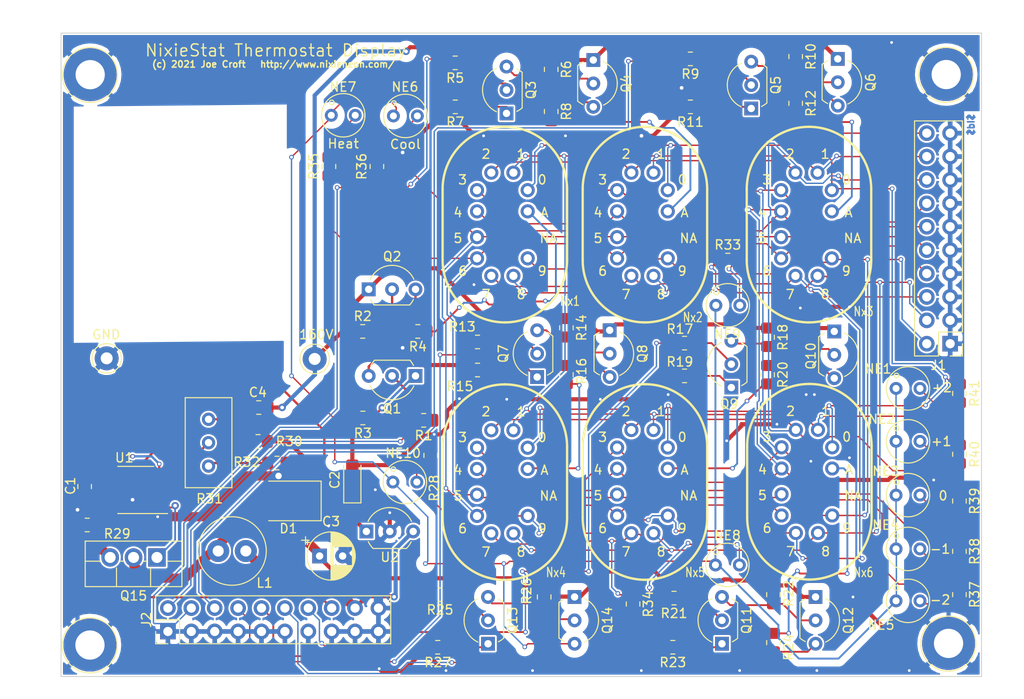
<source format=kicad_pcb>
(kicad_pcb (version 20171130) (host pcbnew 5.1.8-5.1.8)
  (layers (0 F.Cu signal) (31 B.Cu signal) (34 B.Paste user) (35 F.Paste user) (36 B.SilkS user) (37 F.SilkS user) (38 B.Mask user) (39 F.Mask user) (44 Edge.Cuts user))
  (net 0 "")
  (net 1 /seg9)
  (net 2 /seg8)
  (net 3 /seg7)
  (net 4 /seg6)
  (net 5 /seg5)
  (net 6 /seg4)
  (net 7 /seg3)
  (net 8 /seg2)
  (net 9 /seg1)
  (net 10 /seg0)
  (net 11 GNDREF)
  (net 12 VCC)
  (net 13 idig6)
  (net 14 idig5)
  (net 15 idig4)
  (net 16 idig3)
  (net 17 idig2)
  (net 18 idig1)
  (net 19 idig0)
  (net 20 "Net-(Q1-Pad1)")
  (net 21 "Net-(Q3-Pad1)")
  (net 22 "Net-(Q5-Pad1)")
  (net 23 "Net-(Q7-Pad1)")
  (net 24 "Net-(Q10-Pad2)")
  (net 25 "Net-(Q11-Pad1)")
  (net 26 "Net-(Q13-Pad1)")
  (net 27 160V)
  (net 28 dig6)
  (net 29 dig0)
  (net 30 dig1)
  (net 31 dig2)
  (net 32 dig3)
  (net 33 dig4)
  (net 34 dig5)
  (net 35 "Net-(C1-Pad1)")
  (net 36 +5V)
  (net 37 "Net-(C4-Pad2)")
  (net 38 "Net-(D1-Pad2)")
  (net 39 "Net-(Q15-Pad3)")
  (net 40 "Net-(Q15-Pad1)")
  (net 41 HV_DISABLE)
  (net 42 "Net-(Q1-Pad3)")
  (net 43 "Net-(Q3-Pad3)")
  (net 44 "Net-(Q5-Pad3)")
  (net 45 "Net-(Q7-Pad3)")
  (net 46 "Net-(Q11-Pad3)")
  (net 47 "Net-(Q13-Pad3)")
  (net 48 "Net-(Q2-Pad3)")
  (net 49 "Net-(Q4-Pad3)")
  (net 50 "Net-(Q6-Pad3)")
  (net 51 "Net-(Q8-Pad3)")
  (net 52 "Net-(Q9-Pad1)")
  (net 53 "Net-(Q10-Pad3)")
  (net 54 "Net-(Q12-Pad3)")
  (net 55 "Net-(Q1-Pad2)")
  (net 56 "Net-(Q3-Pad2)")
  (net 57 "Net-(Q5-Pad2)")
  (net 58 "Net-(Q7-Pad2)")
  (net 59 "Net-(Q9-Pad2)")
  (net 60 "Net-(Q11-Pad2)")
  (net 61 "Net-(Q13-Pad2)")
  (net 62 "Net-(R31-Pad3)")
  (net 63 "Net-(R31-Pad2)")
  (net 64 "Net-(NE1-Pad2)")
  (net 65 "Net-(NE2-Pad2)")
  (net 66 "Net-(NE3-Pad2)")
  (net 67 "Net-(NE4-Pad2)")
  (net 68 "Net-(NE5-Pad2)")
  (net 69 "Net-(NE6-Pad2)")
  (net 70 "Net-(NE7-Pad2)")
  (net 71 "Net-(NE8-Pad2)")
  (net 72 "Net-(NE9-Pad2)")
  (net 73 "Net-(NE10-Pad2)")
  (module Connector_PinHeader_2.54mm:PinHeader_2x10_P2.54mm_Vertical (layer F.Cu) (at 103.39 107.661 90)
    (fp_text reference J2 (at 1.27 -2.33 90) (layer F.SilkS))
    (fp_text value Conn_02x10_Odd_Even)
    (pad 20 thru_hole oval (at 2.54 22.86 90) (size 1.7 1.7) (drill 1) (layers *.Cu *.Mask) (net 11 GNDREF))
    (pad 19 thru_hole oval (at 0 22.86 90) (size 1.7 1.7) (drill 1) (layers *.Cu *.Mask) (net 11 GNDREF))
    (pad 18 thru_hole oval (at 2.54 20.32 90) (size 1.7 1.7) (drill 1) (layers *.Cu *.Mask) (net 12 VCC))
    (pad 17 thru_hole oval (at 0 20.32 90) (size 1.7 1.7) (drill 1) (layers *.Cu *.Mask) (net 11 GNDREF))
    (pad 16 thru_hole oval (at 2.54 17.78 90) (size 1.7 1.7) (drill 1) (layers *.Cu *.Mask) (net 41 HV_DISABLE))
    (pad 15 thru_hole oval (at 0 17.78 90) (size 1.7 1.7) (drill 1) (layers *.Cu *.Mask) (net 11 GNDREF))
    (pad 14 thru_hole oval (at 2.54 15.24 90) (size 1.7 1.7) (drill 1) (layers *.Cu *.Mask) (net 13 idig6))
    (pad 13 thru_hole oval (at 0 15.24 90) (size 1.7 1.7) (drill 1) (layers *.Cu *.Mask) (net 11 GNDREF))
    (pad 12 thru_hole oval (at 2.54 12.7 90) (size 1.7 1.7) (drill 1) (layers *.Cu *.Mask) (net 14 idig5))
    (pad 11 thru_hole oval (at 0 12.7 90) (size 1.7 1.7) (drill 1) (layers *.Cu *.Mask) (net 11 GNDREF))
    (pad 10 thru_hole oval (at 2.54 10.16 90) (size 1.7 1.7) (drill 1) (layers *.Cu *.Mask) (net 15 idig4))
    (pad 9 thru_hole oval (at 0 10.16 90) (size 1.7 1.7) (drill 1) (layers *.Cu *.Mask) (net 11 GNDREF))
    (pad 8 thru_hole oval (at 2.54 7.62 90) (size 1.7 1.7) (drill 1) (layers *.Cu *.Mask) (net 16 idig3))
    (pad 7 thru_hole oval (at 0 7.62 90) (size 1.7 1.7) (drill 1) (layers *.Cu *.Mask) (net 11 GNDREF))
    (pad 6 thru_hole oval (at 2.54 5.08 90) (size 1.7 1.7) (drill 1) (layers *.Cu *.Mask) (net 17 idig2))
    (pad 5 thru_hole oval (at 0 5.08 90) (size 1.7 1.7) (drill 1) (layers *.Cu *.Mask) (net 11 GNDREF))
    (pad 4 thru_hole oval (at 2.54 2.54 90) (size 1.7 1.7) (drill 1) (layers *.Cu *.Mask) (net 18 idig1))
    (pad 3 thru_hole oval (at 0 2.54 90) (size 1.7 1.7) (drill 1) (layers *.Cu *.Mask) (net 11 GNDREF))
    (pad 2 thru_hole oval (at 2.54 0 90) (size 1.7 1.7) (drill 1) (layers *.Cu *.Mask) (net 19 idig0))
    (pad 1 thru_hole rect (at 0 0 90) (size 1.7 1.7) (drill 1) (layers *.Cu *.Mask) (net 11 GNDREF))
  )
  (module Connector_PinHeader_2.54mm:PinHeader_2x10_P2.54mm_Vertical (layer F.Cu) (at 188.32 76.421 180)
    (fp_text reference J1 (at 1.27 -2.33) (layer F.SilkS))
    (fp_text value Conn_02x10_Odd_Even)
    (pad 20 thru_hole oval (at 2.54 22.86 180) (size 1.7 1.7) (drill 1) (layers *.Cu *.Mask) (net 10 /seg0))
    (pad 19 thru_hole oval (at 0 22.86 180) (size 1.7 1.7) (drill 1) (layers *.Cu *.Mask) (net 11 GNDREF))
    (pad 18 thru_hole oval (at 2.54 20.32 180) (size 1.7 1.7) (drill 1) (layers *.Cu *.Mask) (net 9 /seg1))
    (pad 17 thru_hole oval (at 0 20.32 180) (size 1.7 1.7) (drill 1) (layers *.Cu *.Mask) (net 11 GNDREF))
    (pad 16 thru_hole oval (at 2.54 17.78 180) (size 1.7 1.7) (drill 1) (layers *.Cu *.Mask) (net 8 /seg2))
    (pad 15 thru_hole oval (at 0 17.78 180) (size 1.7 1.7) (drill 1) (layers *.Cu *.Mask) (net 11 GNDREF))
    (pad 14 thru_hole oval (at 2.54 15.24 180) (size 1.7 1.7) (drill 1) (layers *.Cu *.Mask) (net 7 /seg3))
    (pad 13 thru_hole oval (at 0 15.24 180) (size 1.7 1.7) (drill 1) (layers *.Cu *.Mask) (net 11 GNDREF))
    (pad 12 thru_hole oval (at 2.54 12.7 180) (size 1.7 1.7) (drill 1) (layers *.Cu *.Mask) (net 6 /seg4))
    (pad 11 thru_hole oval (at 0 12.7 180) (size 1.7 1.7) (drill 1) (layers *.Cu *.Mask) (net 11 GNDREF))
    (pad 10 thru_hole oval (at 2.54 10.16 180) (size 1.7 1.7) (drill 1) (layers *.Cu *.Mask) (net 5 /seg5))
    (pad 9 thru_hole oval (at 0 10.16 180) (size 1.7 1.7) (drill 1) (layers *.Cu *.Mask) (net 11 GNDREF))
    (pad 8 thru_hole oval (at 2.54 7.62 180) (size 1.7 1.7) (drill 1) (layers *.Cu *.Mask) (net 4 /seg6))
    (pad 7 thru_hole oval (at 0 7.62 180) (size 1.7 1.7) (drill 1) (layers *.Cu *.Mask) (net 11 GNDREF))
    (pad 6 thru_hole oval (at 2.54 5.08 180) (size 1.7 1.7) (drill 1) (layers *.Cu *.Mask) (net 3 /seg7))
    (pad 5 thru_hole oval (at 0 5.08 180) (size 1.7 1.7) (drill 1) (layers *.Cu *.Mask) (net 11 GNDREF))
    (pad 4 thru_hole oval (at 2.54 2.54 180) (size 1.7 1.7) (drill 1) (layers *.Cu *.Mask) (net 2 /seg8))
    (pad 3 thru_hole oval (at 0 2.54 180) (size 1.7 1.7) (drill 1) (layers *.Cu *.Mask) (net 11 GNDREF))
    (pad 2 thru_hole oval (at 2.54 0 180) (size 1.7 1.7) (drill 1) (layers *.Cu *.Mask) (net 1 /seg9))
    (pad 1 thru_hole rect (at 0 0 180) (size 1.7 1.7) (drill 1) (layers *.Cu *.Mask) (net 11 GNDREF))
  )
  (module Resistor_SMD:R_0805_2012Metric_Pad1.20x1.40mm_HandSolder (layer F.Cu) (at 189.326 81.817 270)
    (fp_text reference R41 (at 0 -1.65 90) (layer F.SilkS))
    (fp_text value 100K)
    (pad 2 smd roundrect (at 1 0 270) (size 1.2 1.4) (layers F.Cu F.Paste F.Mask) (roundrect_rratio 0.208333) (net 64 "Net-(NE1-Pad2)"))
    (pad 1 smd roundrect (at -1 0 270) (size 1.2 1.4) (layers F.Cu F.Paste F.Mask) (roundrect_rratio 0.208333) (net 10 /seg0))
  )
  (module Resistor_SMD:R_0805_2012Metric_Pad1.20x1.40mm_HandSolder (layer F.Cu) (at 189.326 88.421 270)
    (fp_text reference R40 (at 0 -1.65 90) (layer F.SilkS))
    (fp_text value 100K)
    (pad 2 smd roundrect (at 1 0 270) (size 1.2 1.4) (layers F.Cu F.Paste F.Mask) (roundrect_rratio 0.208333) (net 65 "Net-(NE2-Pad2)"))
    (pad 1 smd roundrect (at -1 0 270) (size 1.2 1.4) (layers F.Cu F.Paste F.Mask) (roundrect_rratio 0.208333) (net 9 /seg1))
  )
  (module Resistor_SMD:R_0805_2012Metric_Pad1.20x1.40mm_HandSolder (layer F.Cu) (at 189.326 93.501 270)
    (fp_text reference R39 (at 0 -1.65 90) (layer F.SilkS))
    (fp_text value 100K)
    (pad 2 smd roundrect (at 1 0 270) (size 1.2 1.4) (layers F.Cu F.Paste F.Mask) (roundrect_rratio 0.208333) (net 66 "Net-(NE3-Pad2)"))
    (pad 1 smd roundrect (at -1 0 270) (size 1.2 1.4) (layers F.Cu F.Paste F.Mask) (roundrect_rratio 0.208333) (net 8 /seg2))
  )
  (module Resistor_SMD:R_0805_2012Metric_Pad1.20x1.40mm_HandSolder (layer F.Cu) (at 189.326 98.962 270)
    (fp_text reference R38 (at 0 -1.65 90) (layer F.SilkS))
    (fp_text value 100K)
    (pad 2 smd roundrect (at 1 0 270) (size 1.2 1.4) (layers F.Cu F.Paste F.Mask) (roundrect_rratio 0.208333) (net 67 "Net-(NE4-Pad2)"))
    (pad 1 smd roundrect (at -1 0 270) (size 1.2 1.4) (layers F.Cu F.Paste F.Mask) (roundrect_rratio 0.208333) (net 7 /seg3))
  )
  (module Resistor_SMD:R_0805_2012Metric_Pad1.20x1.40mm_HandSolder (layer F.Cu) (at 189.326 103.661 270)
    (fp_text reference R37 (at 0 -1.65 90) (layer F.SilkS))
    (fp_text value 100K)
    (pad 2 smd roundrect (at 1 0 270) (size 1.2 1.4) (layers F.Cu F.Paste F.Mask) (roundrect_rratio 0.208333) (net 68 "Net-(NE5-Pad2)"))
    (pad 1 smd roundrect (at -1 0 270) (size 1.2 1.4) (layers F.Cu F.Paste F.Mask) (roundrect_rratio 0.208333) (net 6 /seg4))
  )
  (module Resistor_SMD:R_0805_2012Metric_Pad1.20x1.40mm_HandSolder (layer F.Cu) (at 126.08 57.179 90)
    (fp_text reference R36 (at 0 -1.65 90) (layer F.SilkS))
    (fp_text value 100K)
    (pad 2 smd roundrect (at 1 0 90) (size 1.2 1.4) (layers F.Cu F.Paste F.Mask) (roundrect_rratio 0.208333) (net 69 "Net-(NE6-Pad2)"))
    (pad 1 smd roundrect (at -1 0 90) (size 1.2 1.4) (layers F.Cu F.Paste F.Mask) (roundrect_rratio 0.208333) (net 5 /seg5))
  )
  (module Resistor_SMD:R_0805_2012Metric_Pad1.20x1.40mm_HandSolder (layer F.Cu) (at 120.873 57.179 90)
    (fp_text reference R35 (at 0 -1.65 90) (layer F.SilkS))
    (fp_text value 100K)
    (pad 2 smd roundrect (at 1 0 90) (size 1.2 1.4) (layers F.Cu F.Paste F.Mask) (roundrect_rratio 0.208333) (net 70 "Net-(NE7-Pad2)"))
    (pad 1 smd roundrect (at -1 0 90) (size 1.2 1.4) (layers F.Cu F.Paste F.Mask) (roundrect_rratio 0.208333) (net 4 /seg6))
  )
  (module Resistor_SMD:R_0805_2012Metric_Pad1.20x1.40mm_HandSolder (layer F.Cu) (at 153.893 104.677 270)
    (fp_text reference R34 (at 0 -1.65 90) (layer F.SilkS))
    (fp_text value 100K)
    (pad 2 smd roundrect (at 1 0 270) (size 1.2 1.4) (layers F.Cu F.Paste F.Mask) (roundrect_rratio 0.208333) (net 71 "Net-(NE8-Pad2)"))
    (pad 1 smd roundrect (at -1 0 270) (size 1.2 1.4) (layers F.Cu F.Paste F.Mask) (roundrect_rratio 0.208333) (net 3 /seg7))
  )
  (module Resistor_SMD:R_0805_2012Metric_Pad1.20x1.40mm_HandSolder (layer F.Cu) (at 164.18 67.339)
    (fp_text reference R33 (at 0 -1.65) (layer F.SilkS))
    (fp_text value 100K)
    (pad 2 smd roundrect (at 1 0) (size 1.2 1.4) (layers F.Cu F.Paste F.Mask) (roundrect_rratio 0.208333) (net 72 "Net-(NE9-Pad2)"))
    (pad 1 smd roundrect (at -1 0) (size 1.2 1.4) (layers F.Cu F.Paste F.Mask) (roundrect_rratio 0.208333) (net 2 /seg8))
  )
  (module Resistor_SMD:R_0805_2012Metric_Pad1.20x1.40mm_HandSolder (layer F.Cu) (at 131.922 88.548 90)
    (fp_text reference R28 (at -3.556 0.381 90) (layer F.SilkS))
    (fp_text value 100K)
    (pad 2 smd roundrect (at 1 0 90) (size 1.2 1.4) (layers F.Cu F.Paste F.Mask) (roundrect_rratio 0.208333) (net 73 "Net-(NE10-Pad2)"))
    (pad 1 smd roundrect (at -1 0 90) (size 1.2 1.4) (layers F.Cu F.Paste F.Mask) (roundrect_rratio 0.208333) (net 1 /seg9))
  )
  (module croftj:4-40-Screw (layer F.Cu) (at 188.3989 104.5119)
    (fp_text reference SH4 hide)
    (fp_text value ScrewHole)
    (pad 1 thru_hole circle (at -0.254 4.445) (size 5.75 5.75) (drill 3.175) (layers *.Cu *.Mask) (net 11 GNDREF))
  )
  (module croftj:4-40-Screw (layer F.Cu) (at 188.1449 42.7518)
    (fp_text reference SH3 hide)
    (fp_text value ScrewHole)
    (pad 1 thru_hole circle (at -0.254 4.445) (size 5.75 5.75) (drill 3.175) (layers *.Cu *.Mask) (net 11 GNDREF))
  )
  (module croftj:4-40-Screw (layer F.Cu) (at 95.1809 104.6897)
    (fp_text reference SH2 hide)
    (fp_text value ScrewHole)
    (pad 1 thru_hole circle (at -0.254 4.445) (size 5.75 5.75) (drill 3.175) (layers *.Cu *.Mask) (net 11 GNDREF))
  )
  (module croftj:4-40-Screw (layer F.Cu) (at 95.2063 42.7645)
    (fp_text reference SH1 hide)
    (fp_text value ScrewHole)
    (pad 1 thru_hole circle (at -0.254 4.445) (size 5.75 5.75) (drill 3.175) (layers *.Cu *.Mask) (net 11 GNDREF))
  )
  (module croftj:in17 (layer F.Cu) (at 139.701258 63.449752)
    (fp_text reference Nx1 (at 7.333742 8.334248) (layer F.SilkS) (effects (font (size 1.016 0.762) (thickness 0.127))))
    (fp_text value in17 hide)
    (fp_text user NA (at 5 1.524) (layer F.SilkS))
    (fp_text user A (at 4.572 -1.27) (layer F.SilkS))
    (fp_text user 0 (at 4.318 -4.826) (layer F.SilkS))
    (fp_text user 9 (at 4.318 5.08) (layer F.SilkS))
    (fp_text user 8 (at 2.032 7.62) (layer F.SilkS))
    (fp_text user 7 (at -1.778 7.62) (layer F.SilkS))
    (fp_text user 6 (at -4.318 5.08) (layer F.SilkS))
    (fp_text user 5 (at -4.826 1.524) (layer F.SilkS))
    (fp_text user 4 (at -4.826 -1.27) (layer F.SilkS))
    (fp_text user 3 (at -4.318 -4.826) (layer F.SilkS))
    (fp_text user 2 (at -1.778 -7.62) (layer F.SilkS))
    (fp_text user 1 (at 2.032 -7.62) (layer F.SilkS))
    (pad 4 thru_hole circle (at -2.750058 -1.400048) (size 1.53 1.53) (drill 0.9) (layers *.Cu *.Mask) (net 6 /seg4) (clearance 0.254))
    (pad 3 thru_hole circle (at -2.750058 -3.700018) (size 1.53 1.53) (drill 0.9) (layers *.Cu *.Mask) (net 7 /seg3) (clearance 0.254))
    (pad 2 thru_hole circle (at -1.199896 -5.599938) (size 1.53 1.53) (drill 0.9) (layers *.Cu *.Mask) (net 8 /seg2) (clearance 0.254))
    (pad 8 thru_hole circle (at 1.199896 5.599938) (size 1.53 1.53) (drill 0.9) (layers *.Cu *.Mask) (net 2 /seg8) (clearance 0.254))
    (pad 9 thru_hole circle (at 2.750058 3.700018) (size 1.53 1.53) (drill 0.9) (layers *.Cu *.Mask) (net 1 /seg9) (clearance 0.254))
    (pad 0 thru_hole circle (at 2.750058 -3.700018) (size 1.53 1.53) (drill 0.9) (layers *.Cu *.Mask) (net 10 /seg0) (clearance 0.254))
    (pad A thru_hole circle (at 2.750058 -1.400048) (size 1.53 1.53) (drill 0.9) (layers *.Cu *.Mask) (net 29 dig0) (clearance 0.254))
    (pad 1 thru_hole circle (at 1.199896 -5.599938) (size 1.53 1.53) (drill 0.9) (layers *.Cu *.Mask) (net 9 /seg1) (clearance 0.254))
    (pad 7 thru_hole circle (at -1.199896 5.599938) (size 1.53 1.53) (drill 0.9) (layers *.Cu *.Mask) (net 3 /seg7) (clearance 0.254))
    (pad 6 thru_hole circle (at -2.750058 3.700018) (size 1.53 1.53) (drill 0.9) (layers *.Cu *.Mask) (net 4 /seg6) (clearance 0.254))
    (pad 5 thru_hole circle (at -2.750058 1.400048) (size 1.53 1.53) (drill 0.9) (layers *.Cu *.Mask) (net 5 /seg5) (clearance 0.254))
  )
  (module Package_TO_SOT_THT:TO-92_Inline_Wide (layer F.Cu) (at 124.937 96.803)
    (fp_text reference U2 (at 2.54 2.794) (layer F.SilkS))
    (fp_text value L78L05_TO92)
    (pad 1 thru_hole rect (at 0 0) (size 1.5 1.5) (drill 0.8) (layers *.Cu *.Mask) (net 36 +5V))
    (pad 3 thru_hole circle (at 5.08 0) (size 1.5 1.5) (drill 0.8) (layers *.Cu *.Mask) (net 12 VCC))
    (pad 2 thru_hole circle (at 2.54 0) (size 1.5 1.5) (drill 0.8) (layers *.Cu *.Mask) (net 11 GNDREF))
  )
  (module Resistor_SMD:R_0805_2012Metric_Pad1.20x1.40mm_HandSolder (layer F.Cu) (at 158.338 104.042 180)
    (fp_text reference R21 (at 0 -1.65) (layer F.SilkS))
    (fp_text value 3.3K)
    (pad 2 smd roundrect (at 1 0 180) (size 1.2 1.4) (layers F.Cu F.Paste F.Mask) (roundrect_rratio 0.208333) (net 14 idig5))
    (pad 1 smd roundrect (at -1 0 180) (size 1.2 1.4) (layers F.Cu F.Paste F.Mask) (roundrect_rratio 0.208333) (net 60 "Net-(Q11-Pad2)"))
  )
  (module Package_TO_SOT_THT:TO-92L_Inline_Wide (layer F.Cu) (at 173.705 103.915 270)
    (fp_text reference Q12 (at 2.54 -3.56 90) (layer F.SilkS))
    (fp_text value MPSA92)
    (pad 1 thru_hole rect (at 0 0 270) (size 1.5 1.5) (drill 0.8) (layers *.Cu *.Mask) (net 27 160V))
    (pad 3 thru_hole circle (at 5.08 0 270) (size 1.5 1.5) (drill 0.8) (layers *.Cu *.Mask) (net 54 "Net-(Q12-Pad3)"))
    (pad 2 thru_hole circle (at 2.54 0 270) (size 1.5 1.5) (drill 0.8) (layers *.Cu *.Mask) (net 46 "Net-(Q11-Pad3)"))
  )
  (module Resistor_SMD:R_0805_2012Metric_Pad1.20x1.40mm_HandSolder (layer F.Cu) (at 169.133 103.661 270)
    (fp_text reference R22 (at -0.127 -1.651 90) (layer F.SilkS))
    (fp_text value 100K)
    (pad 2 smd roundrect (at 1 0 270) (size 1.2 1.4) (layers F.Cu F.Paste F.Mask) (roundrect_rratio 0.208333) (net 46 "Net-(Q11-Pad3)"))
    (pad 1 smd roundrect (at -1 0 270) (size 1.2 1.4) (layers F.Cu F.Paste F.Mask) (roundrect_rratio 0.208333) (net 27 160V))
  )
  (module Resistor_SMD:R_0805_2012Metric_Pad1.20x1.40mm_HandSolder (layer F.Cu) (at 158.211 109.376 180)
    (fp_text reference R23 (at 0 -1.65) (layer F.SilkS))
    (fp_text value 3.3K)
    (pad 2 smd roundrect (at 1 0 180) (size 1.2 1.4) (layers F.Cu F.Paste F.Mask) (roundrect_rratio 0.208333) (net 11 GNDREF))
    (pad 1 smd roundrect (at -1 0 180) (size 1.2 1.4) (layers F.Cu F.Paste F.Mask) (roundrect_rratio 0.208333) (net 25 "Net-(Q11-Pad1)"))
  )
  (module Resistor_SMD:R_0805_2012Metric_Pad1.20x1.40mm_HandSolder (layer F.Cu) (at 169.133 108.868 270)
    (fp_text reference R24 (at 0.508 -1.65 90) (layer F.SilkS))
    (fp_text value 22K)
    (pad 2 smd roundrect (at 1 0 270) (size 1.2 1.4) (layers F.Cu F.Paste F.Mask) (roundrect_rratio 0.208333) (net 54 "Net-(Q12-Pad3)"))
    (pad 1 smd roundrect (at -1 0 270) (size 1.2 1.4) (layers F.Cu F.Paste F.Mask) (roundrect_rratio 0.208333) (net 34 dig5))
  )
  (module Package_TO_SOT_THT:TO-92L_Inline_Wide (layer F.Cu) (at 163.545 108.995 90)
    (fp_text reference Q11 (at 2.54 2.663 90) (layer F.SilkS))
    (fp_text value MPSA42)
    (pad 1 thru_hole rect (at 0 0 90) (size 1.5 1.5) (drill 0.8) (layers *.Cu *.Mask) (net 25 "Net-(Q11-Pad1)"))
    (pad 3 thru_hole circle (at 5.08 0 90) (size 1.5 1.5) (drill 0.8) (layers *.Cu *.Mask) (net 46 "Net-(Q11-Pad3)"))
    (pad 2 thru_hole circle (at 2.54 0 90) (size 1.5 1.5) (drill 0.8) (layers *.Cu *.Mask) (net 60 "Net-(Q11-Pad2)"))
  )
  (module Resistor_SMD:R_0805_2012Metric_Pad1.20x1.40mm_HandSolder (layer F.Cu) (at 145.003 51.21 90)
    (fp_text reference R8 (at 0 1.651 90) (layer F.SilkS))
    (fp_text value 22K)
    (pad 2 smd roundrect (at 1 0 90) (size 1.2 1.4) (layers F.Cu F.Paste F.Mask) (roundrect_rratio 0.208333) (net 49 "Net-(Q4-Pad3)"))
    (pad 1 smd roundrect (at -1 0 90) (size 1.2 1.4) (layers F.Cu F.Paste F.Mask) (roundrect_rratio 0.208333) (net 30 dig1))
  )
  (module Resistor_SMD:R_0805_2012Metric_Pad1.20x1.40mm_HandSolder (layer F.Cu) (at 134.5763 45.9268 180)
    (fp_text reference R5 (at 0 -1.65) (layer F.SilkS))
    (fp_text value 3.3K)
    (pad 2 smd roundrect (at 1 0 180) (size 1.2 1.4) (layers F.Cu F.Paste F.Mask) (roundrect_rratio 0.208333) (net 18 idig1))
    (pad 1 smd roundrect (at -1 0 180) (size 1.2 1.4) (layers F.Cu F.Paste F.Mask) (roundrect_rratio 0.208333) (net 56 "Net-(Q3-Pad2)"))
  )
  (module Package_TO_SOT_THT:TO-92L_Inline_Wide (layer F.Cu) (at 149.575 45.622 270)
    (fp_text reference Q4 (at 2.54 -3.56 90) (layer F.SilkS))
    (fp_text value MPSA92)
    (pad 1 thru_hole rect (at 0 0 270) (size 1.5 1.5) (drill 0.8) (layers *.Cu *.Mask) (net 27 160V))
    (pad 3 thru_hole circle (at 5.08 0 270) (size 1.5 1.5) (drill 0.8) (layers *.Cu *.Mask) (net 49 "Net-(Q4-Pad3)"))
    (pad 2 thru_hole circle (at 2.54 0 270) (size 1.5 1.5) (drill 0.8) (layers *.Cu *.Mask) (net 43 "Net-(Q3-Pad3)"))
  )
  (module Resistor_SMD:R_0805_2012Metric_Pad1.20x1.40mm_HandSolder (layer F.Cu) (at 145.003 46.638 270)
    (fp_text reference R6 (at 0 -1.65 90) (layer F.SilkS))
    (fp_text value 100K)
    (pad 2 smd roundrect (at 1 0 270) (size 1.2 1.4) (layers F.Cu F.Paste F.Mask) (roundrect_rratio 0.208333) (net 43 "Net-(Q3-Pad3)"))
    (pad 1 smd roundrect (at -1 0 270) (size 1.2 1.4) (layers F.Cu F.Paste F.Mask) (roundrect_rratio 0.208333) (net 27 160V))
  )
  (module Package_TO_SOT_THT:TO-92L_Inline_Wide (layer F.Cu) (at 140.1516 51.4132 90)
    (fp_text reference Q3 (at 2.54 2.667 90) (layer F.SilkS))
    (fp_text value MPSA42)
    (pad 1 thru_hole rect (at 0 0 90) (size 1.5 1.5) (drill 0.8) (layers *.Cu *.Mask) (net 21 "Net-(Q3-Pad1)"))
    (pad 3 thru_hole circle (at 5.08 0 90) (size 1.5 1.5) (drill 0.8) (layers *.Cu *.Mask) (net 43 "Net-(Q3-Pad3)"))
    (pad 2 thru_hole circle (at 2.54 0 90) (size 1.5 1.5) (drill 0.8) (layers *.Cu *.Mask) (net 56 "Net-(Q3-Pad2)"))
  )
  (module Resistor_SMD:R_0805_2012Metric_Pad1.20x1.40mm_HandSolder (layer F.Cu) (at 134.589 50.702 180)
    (fp_text reference R7 (at 0 -1.65) (layer F.SilkS))
    (fp_text value 3.3K)
    (pad 2 smd roundrect (at 1 0 180) (size 1.2 1.4) (layers F.Cu F.Paste F.Mask) (roundrect_rratio 0.208333) (net 11 GNDREF))
    (pad 1 smd roundrect (at -1 0 180) (size 1.2 1.4) (layers F.Cu F.Paste F.Mask) (roundrect_rratio 0.208333) (net 21 "Net-(Q3-Pad1)"))
  )
  (module Package_TO_SOT_THT:TO-92L_Inline_Wide (layer F.Cu) (at 166.72 50.8798 90)
    (fp_text reference Q5 (at 2.54 2.667 90) (layer F.SilkS))
    (fp_text value MPSA42)
    (pad 1 thru_hole rect (at 0 0 90) (size 1.5 1.5) (drill 0.8) (layers *.Cu *.Mask) (net 22 "Net-(Q5-Pad1)"))
    (pad 3 thru_hole circle (at 5.08 0 90) (size 1.5 1.5) (drill 0.8) (layers *.Cu *.Mask) (net 44 "Net-(Q5-Pad3)"))
    (pad 2 thru_hole circle (at 2.54 0 90) (size 1.5 1.5) (drill 0.8) (layers *.Cu *.Mask) (net 57 "Net-(Q5-Pad2)"))
  )
  (module croftj:in17 (layer F.Cu) (at 139.701258 91.415152)
    (fp_text reference Nx4 (at 5.809742 9.832848) (layer F.SilkS) (effects (font (size 1.016 0.762) (thickness 0.127))))
    (fp_text value in17 hide)
    (fp_text user NA (at 5 1.524) (layer F.SilkS))
    (fp_text user A (at 4.572 -1.27) (layer F.SilkS))
    (fp_text user 0 (at 4.318 -4.826) (layer F.SilkS))
    (fp_text user 9 (at 4.318 5.08) (layer F.SilkS))
    (fp_text user 8 (at 2.032 7.62) (layer F.SilkS))
    (fp_text user 7 (at -1.778 7.62) (layer F.SilkS))
    (fp_text user 6 (at -4.318 5.08) (layer F.SilkS))
    (fp_text user 5 (at -4.826 1.524) (layer F.SilkS))
    (fp_text user 4 (at -4.826 -1.27) (layer F.SilkS))
    (fp_text user 3 (at -4.318 -4.826) (layer F.SilkS))
    (fp_text user 2 (at -1.778 -7.62) (layer F.SilkS))
    (fp_text user 1 (at 2.032 -7.62) (layer F.SilkS))
    (pad 4 thru_hole circle (at -2.750058 -1.400048) (size 1.53 1.53) (drill 0.9) (layers *.Cu *.Mask) (net 6 /seg4) (clearance 0.254))
    (pad 3 thru_hole circle (at -2.750058 -3.700018) (size 1.53 1.53) (drill 0.9) (layers *.Cu *.Mask) (net 7 /seg3) (clearance 0.254))
    (pad 2 thru_hole circle (at -1.199896 -5.599938) (size 1.53 1.53) (drill 0.9) (layers *.Cu *.Mask) (net 8 /seg2) (clearance 0.254))
    (pad 8 thru_hole circle (at 1.199896 5.599938) (size 1.53 1.53) (drill 0.9) (layers *.Cu *.Mask) (net 2 /seg8) (clearance 0.254))
    (pad 9 thru_hole circle (at 2.750058 3.700018) (size 1.53 1.53) (drill 0.9) (layers *.Cu *.Mask) (net 1 /seg9) (clearance 0.254))
    (pad 0 thru_hole circle (at 2.750058 -3.700018) (size 1.53 1.53) (drill 0.9) (layers *.Cu *.Mask) (net 10 /seg0) (clearance 0.254))
    (pad A thru_hole circle (at 2.750058 -1.400048) (size 1.53 1.53) (drill 0.9) (layers *.Cu *.Mask) (net 32 dig3) (clearance 0.254))
    (pad 1 thru_hole circle (at 1.199896 -5.599938) (size 1.53 1.53) (drill 0.9) (layers *.Cu *.Mask) (net 9 /seg1) (clearance 0.254))
    (pad 7 thru_hole circle (at -1.199896 5.599938) (size 1.53 1.53) (drill 0.9) (layers *.Cu *.Mask) (net 3 /seg7) (clearance 0.254))
    (pad 6 thru_hole circle (at -2.750058 3.700018) (size 1.53 1.53) (drill 0.9) (layers *.Cu *.Mask) (net 4 /seg6) (clearance 0.254))
    (pad 5 thru_hole circle (at -2.750058 1.400048) (size 1.53 1.53) (drill 0.9) (layers *.Cu *.Mask) (net 5 /seg5) (clearance 0.254))
  )
  (module Resistor_SMD:R_0805_2012Metric_Pad1.20x1.40mm_HandSolder (layer F.Cu) (at 132.938 103.661 180)
    (fp_text reference R25 (at 0 -1.65) (layer F.SilkS))
    (fp_text value 3.3K)
    (pad 2 smd roundrect (at 1 0 180) (size 1.2 1.4) (layers F.Cu F.Paste F.Mask) (roundrect_rratio 0.208333) (net 13 idig6))
    (pad 1 smd roundrect (at -1 0 180) (size 1.2 1.4) (layers F.Cu F.Paste F.Mask) (roundrect_rratio 0.208333) (net 61 "Net-(Q13-Pad2)"))
  )
  (module Resistor_SMD:R_0805_2012Metric_Pad1.20x1.40mm_HandSolder (layer F.Cu) (at 159.481 76.356 180)
    (fp_text reference R17 (at 0.508 1.525) (layer F.SilkS))
    (fp_text value 3.3K)
    (pad 2 smd roundrect (at 1 0 180) (size 1.2 1.4) (layers F.Cu F.Paste F.Mask) (roundrect_rratio 0.208333) (net 15 idig4))
    (pad 1 smd roundrect (at -1 0 180) (size 1.2 1.4) (layers F.Cu F.Paste F.Mask) (roundrect_rratio 0.208333) (net 59 "Net-(Q9-Pad2)"))
  )
  (module Resistor_SMD:R_0805_2012Metric_Pad1.20x1.40mm_HandSolder (layer F.Cu) (at 137.002 76.229 180)
    (fp_text reference R13 (at 1.651 1.651) (layer F.SilkS))
    (fp_text value 3.3K)
    (pad 2 smd roundrect (at 1 0 180) (size 1.2 1.4) (layers F.Cu F.Paste F.Mask) (roundrect_rratio 0.208333) (net 16 idig3))
    (pad 1 smd roundrect (at -1 0 180) (size 1.2 1.4) (layers F.Cu F.Paste F.Mask) (roundrect_rratio 0.208333) (net 58 "Net-(Q7-Pad2)"))
  )
  (module Resistor_SMD:R_0805_2012Metric_Pad1.20x1.40mm_HandSolder (layer F.Cu) (at 160.116 45.495 180)
    (fp_text reference R9 (at 0 -1.65) (layer F.SilkS))
    (fp_text value 3.3K)
    (pad 2 smd roundrect (at 1 0 180) (size 1.2 1.4) (layers F.Cu F.Paste F.Mask) (roundrect_rratio 0.208333) (net 17 idig2))
    (pad 1 smd roundrect (at -1 0 180) (size 1.2 1.4) (layers F.Cu F.Paste F.Mask) (roundrect_rratio 0.208333) (net 57 "Net-(Q5-Pad2)"))
  )
  (module Resistor_SMD:R_0805_2012Metric_Pad1.20x1.40mm_HandSolder (layer F.Cu) (at 131.16 84.738 180)
    (fp_text reference R1 (at 0 -1.65) (layer F.SilkS))
    (fp_text value 3.3K)
    (pad 2 smd roundrect (at 1 0 180) (size 1.2 1.4) (layers F.Cu F.Paste F.Mask) (roundrect_rratio 0.208333) (net 19 idig0))
    (pad 1 smd roundrect (at -1 0 180) (size 1.2 1.4) (layers F.Cu F.Paste F.Mask) (roundrect_rratio 0.208333) (net 55 "Net-(Q1-Pad2)"))
  )
  (module Resistor_SMD:R_0805_2012Metric_Pad1.20x1.40mm_HandSolder (layer F.Cu) (at 132.684 109.376 180)
    (fp_text reference R27 (at 0 -1.65) (layer F.SilkS))
    (fp_text value 3.3K)
    (pad 2 smd roundrect (at 1 0 180) (size 1.2 1.4) (layers F.Cu F.Paste F.Mask) (roundrect_rratio 0.208333) (net 11 GNDREF))
    (pad 1 smd roundrect (at -1 0 180) (size 1.2 1.4) (layers F.Cu F.Paste F.Mask) (roundrect_rratio 0.208333) (net 26 "Net-(Q13-Pad1)"))
  )
  (module Resistor_SMD:R_0805_2012Metric_Pad1.20x1.40mm_HandSolder (layer F.Cu) (at 144.241 103.915 270)
    (fp_text reference R26 (at -0.635 1.906 90) (layer F.SilkS))
    (fp_text value 100K)
    (pad 2 smd roundrect (at 1 0 270) (size 1.2 1.4) (layers F.Cu F.Paste F.Mask) (roundrect_rratio 0.208333) (net 47 "Net-(Q13-Pad3)"))
    (pad 1 smd roundrect (at -1 0 270) (size 1.2 1.4) (layers F.Cu F.Paste F.Mask) (roundrect_rratio 0.208333) (net 27 160V))
  )
  (module Resistor_SMD:R_0805_2012Metric_Pad1.20x1.40mm_HandSolder (layer F.Cu) (at 168.498 79.785 90)
    (fp_text reference R20 (at 0 1.651 90) (layer F.SilkS))
    (fp_text value 22K)
    (pad 2 smd roundrect (at 1 0 90) (size 1.2 1.4) (layers F.Cu F.Paste F.Mask) (roundrect_rratio 0.208333) (net 53 "Net-(Q10-Pad3)"))
    (pad 1 smd roundrect (at -1 0 90) (size 1.2 1.4) (layers F.Cu F.Paste F.Mask) (roundrect_rratio 0.208333) (net 33 dig4))
  )
  (module Resistor_SMD:R_0805_2012Metric_Pad1.20x1.40mm_HandSolder (layer F.Cu) (at 159.481 79.912 180)
    (fp_text reference R19 (at 0.508 1.525) (layer F.SilkS))
    (fp_text value 3.3K)
    (pad 2 smd roundrect (at 1 0 180) (size 1.2 1.4) (layers F.Cu F.Paste F.Mask) (roundrect_rratio 0.208333) (net 11 GNDREF))
    (pad 1 smd roundrect (at -1 0 180) (size 1.2 1.4) (layers F.Cu F.Paste F.Mask) (roundrect_rratio 0.208333) (net 52 "Net-(Q9-Pad1)"))
  )
  (module Resistor_SMD:R_0805_2012Metric_Pad1.20x1.40mm_HandSolder (layer F.Cu) (at 168.498 75.721 270)
    (fp_text reference R18 (at 0 -1.65 90) (layer F.SilkS))
    (fp_text value 100K)
    (pad 2 smd roundrect (at 1 0 270) (size 1.2 1.4) (layers F.Cu F.Paste F.Mask) (roundrect_rratio 0.208333) (net 24 "Net-(Q10-Pad2)"))
    (pad 1 smd roundrect (at -1 0 270) (size 1.2 1.4) (layers F.Cu F.Paste F.Mask) (roundrect_rratio 0.208333) (net 27 160V))
  )
  (module Resistor_SMD:R_0805_2012Metric_Pad1.20x1.40mm_HandSolder (layer F.Cu) (at 146.654 79.785 90)
    (fp_text reference R16 (at 0.381 1.651 90) (layer F.SilkS))
    (fp_text value 22K)
    (pad 2 smd roundrect (at 1 0 90) (size 1.2 1.4) (layers F.Cu F.Paste F.Mask) (roundrect_rratio 0.208333) (net 51 "Net-(Q8-Pad3)"))
    (pad 1 smd roundrect (at -1 0 90) (size 1.2 1.4) (layers F.Cu F.Paste F.Mask) (roundrect_rratio 0.208333) (net 32 dig3))
  )
  (module Resistor_SMD:R_0805_2012Metric_Pad1.20x1.40mm_HandSolder (layer F.Cu) (at 137.002 79.277 180)
    (fp_text reference R15 (at 1.905 -1.778) (layer F.SilkS))
    (fp_text value 3.3K)
    (pad 2 smd roundrect (at 1 0 180) (size 1.2 1.4) (layers F.Cu F.Paste F.Mask) (roundrect_rratio 0.208333) (net 11 GNDREF))
    (pad 1 smd roundrect (at -1 0 180) (size 1.2 1.4) (layers F.Cu F.Paste F.Mask) (roundrect_rratio 0.208333) (net 23 "Net-(Q7-Pad1)"))
  )
  (module Resistor_SMD:R_0805_2012Metric_Pad1.20x1.40mm_HandSolder (layer F.Cu) (at 146.654 74.689 270)
    (fp_text reference R14 (at 0 -1.65 90) (layer F.SilkS))
    (fp_text value 100K)
    (pad 2 smd roundrect (at 1 0 270) (size 1.2 1.4) (layers F.Cu F.Paste F.Mask) (roundrect_rratio 0.208333) (net 45 "Net-(Q7-Pad3)"))
    (pad 1 smd roundrect (at -1 0 270) (size 1.2 1.4) (layers F.Cu F.Paste F.Mask) (roundrect_rratio 0.208333) (net 27 160V))
  )
  (module Resistor_SMD:R_0805_2012Metric_Pad1.20x1.40mm_HandSolder (layer F.Cu) (at 171.546 50.321 90)
    (fp_text reference R12 (at 0 1.651 90) (layer F.SilkS))
    (fp_text value 22K)
    (pad 2 smd roundrect (at 1 0 90) (size 1.2 1.4) (layers F.Cu F.Paste F.Mask) (roundrect_rratio 0.208333) (net 50 "Net-(Q6-Pad3)"))
    (pad 1 smd roundrect (at -1 0 90) (size 1.2 1.4) (layers F.Cu F.Paste F.Mask) (roundrect_rratio 0.208333) (net 31 dig2))
  )
  (module Resistor_SMD:R_0805_2012Metric_Pad1.20x1.40mm_HandSolder (layer F.Cu) (at 160.116 50.702 180)
    (fp_text reference R11 (at 0 -1.65) (layer F.SilkS))
    (fp_text value 3.3K)
    (pad 2 smd roundrect (at 1 0 180) (size 1.2 1.4) (layers F.Cu F.Paste F.Mask) (roundrect_rratio 0.208333) (net 11 GNDREF))
    (pad 1 smd roundrect (at -1 0 180) (size 1.2 1.4) (layers F.Cu F.Paste F.Mask) (roundrect_rratio 0.208333) (net 22 "Net-(Q5-Pad1)"))
  )
  (module Resistor_SMD:R_0805_2012Metric_Pad1.20x1.40mm_HandSolder (layer F.Cu) (at 171.546 45.241 270)
    (fp_text reference R10 (at 0 -1.65 90) (layer F.SilkS))
    (fp_text value 100K)
    (pad 2 smd roundrect (at 1 0 270) (size 1.2 1.4) (layers F.Cu F.Paste F.Mask) (roundrect_rratio 0.208333) (net 44 "Net-(Q5-Pad3)"))
    (pad 1 smd roundrect (at -1 0 270) (size 1.2 1.4) (layers F.Cu F.Paste F.Mask) (roundrect_rratio 0.208333) (net 27 160V))
  )
  (module Resistor_SMD:R_0805_2012Metric_Pad1.20x1.40mm_HandSolder (layer F.Cu) (at 130.525 75.086 180)
    (fp_text reference R4 (at 0 -1.65) (layer F.SilkS))
    (fp_text value 22K)
    (pad 2 smd roundrect (at 1 0 180) (size 1.2 1.4) (layers F.Cu F.Paste F.Mask) (roundrect_rratio 0.208333) (net 48 "Net-(Q2-Pad3)"))
    (pad 1 smd roundrect (at -1 0 180) (size 1.2 1.4) (layers F.Cu F.Paste F.Mask) (roundrect_rratio 0.208333) (net 29 dig0))
  )
  (module Resistor_SMD:R_0805_2012Metric_Pad1.20x1.40mm_HandSolder (layer F.Cu) (at 124.556 84.484 180)
    (fp_text reference R3 (at 0 -1.65) (layer F.SilkS))
    (fp_text value 3.3K)
    (pad 2 smd roundrect (at 1 0 180) (size 1.2 1.4) (layers F.Cu F.Paste F.Mask) (roundrect_rratio 0.208333) (net 11 GNDREF))
    (pad 1 smd roundrect (at -1 0 180) (size 1.2 1.4) (layers F.Cu F.Paste F.Mask) (roundrect_rratio 0.208333) (net 20 "Net-(Q1-Pad1)"))
  )
  (module Resistor_SMD:R_0805_2012Metric_Pad1.20x1.40mm_HandSolder (layer F.Cu) (at 124.54 75.086)
    (fp_text reference R2 (at 0 -1.65) (layer F.SilkS))
    (fp_text value 100K)
    (pad 2 smd roundrect (at 1 0) (size 1.2 1.4) (layers F.Cu F.Paste F.Mask) (roundrect_rratio 0.208333) (net 42 "Net-(Q1-Pad3)"))
    (pad 1 smd roundrect (at -1 0) (size 1.2 1.4) (layers F.Cu F.Paste F.Mask) (roundrect_rratio 0.208333) (net 27 160V))
  )
  (module Package_TO_SOT_THT:TO-92L_Inline_Wide (layer F.Cu) (at 125.191 70.514)
    (fp_text reference Q2 (at 2.54 -3.56) (layer F.SilkS))
    (fp_text value MPSA92)
    (pad 1 thru_hole rect (at 0 0) (size 1.5 1.5) (drill 0.8) (layers *.Cu *.Mask) (net 27 160V))
    (pad 3 thru_hole circle (at 5.08 0) (size 1.5 1.5) (drill 0.8) (layers *.Cu *.Mask) (net 48 "Net-(Q2-Pad3)"))
    (pad 2 thru_hole circle (at 2.54 0) (size 1.5 1.5) (drill 0.8) (layers *.Cu *.Mask) (net 42 "Net-(Q1-Pad3)"))
  )
  (module Package_TO_SOT_THT:TO-92L_Inline_Wide (layer F.Cu) (at 130.271 79.912 180)
    (fp_text reference Q1 (at 2.54 -3.56) (layer F.SilkS))
    (fp_text value MPSA42)
    (pad 1 thru_hole rect (at 0 0 180) (size 1.5 1.5) (drill 0.8) (layers *.Cu *.Mask) (net 20 "Net-(Q1-Pad1)"))
    (pad 3 thru_hole circle (at 5.08 0 180) (size 1.5 1.5) (drill 0.8) (layers *.Cu *.Mask) (net 42 "Net-(Q1-Pad3)"))
    (pad 2 thru_hole circle (at 2.54 0 180) (size 1.5 1.5) (drill 0.8) (layers *.Cu *.Mask) (net 55 "Net-(Q1-Pad2)"))
  )
  (module Package_TO_SOT_THT:TO-92L_Inline_Wide (layer F.Cu) (at 147.543 103.915 270)
    (fp_text reference Q14 (at 2.54 -3.56 90) (layer F.SilkS))
    (fp_text value MPSA92)
    (pad 1 thru_hole rect (at 0 0 270) (size 1.5 1.5) (drill 0.8) (layers *.Cu *.Mask) (net 27 160V))
    (pad 3 thru_hole circle (at 5.08 0 270) (size 1.5 1.5) (drill 0.8) (layers *.Cu *.Mask) (net 28 dig6))
    (pad 2 thru_hole circle (at 2.54 0 270) (size 1.5 1.5) (drill 0.8) (layers *.Cu *.Mask) (net 47 "Net-(Q13-Pad3)"))
  )
  (module Package_TO_SOT_THT:TO-92L_Inline_Wide (layer F.Cu) (at 138.145 108.995 90)
    (fp_text reference Q13 (at 2.54 2.663 90) (layer F.SilkS))
    (fp_text value MPSA42)
    (pad 1 thru_hole rect (at 0 0 90) (size 1.5 1.5) (drill 0.8) (layers *.Cu *.Mask) (net 26 "Net-(Q13-Pad1)"))
    (pad 3 thru_hole circle (at 5.08 0 90) (size 1.5 1.5) (drill 0.8) (layers *.Cu *.Mask) (net 47 "Net-(Q13-Pad3)"))
    (pad 2 thru_hole circle (at 2.54 0 90) (size 1.5 1.5) (drill 0.8) (layers *.Cu *.Mask) (net 61 "Net-(Q13-Pad2)"))
  )
  (module Package_TO_SOT_THT:TO-92L_Inline_Wide (layer F.Cu) (at 175.737 75.086 270)
    (fp_text reference Q10 (at 2.667 2.54 90) (layer F.SilkS))
    (fp_text value MPSA92)
    (pad 1 thru_hole rect (at 0 0 270) (size 1.5 1.5) (drill 0.8) (layers *.Cu *.Mask) (net 27 160V))
    (pad 3 thru_hole circle (at 5.08 0 270) (size 1.5 1.5) (drill 0.8) (layers *.Cu *.Mask) (net 53 "Net-(Q10-Pad3)"))
    (pad 2 thru_hole circle (at 2.54 0 270) (size 1.5 1.5) (drill 0.8) (layers *.Cu *.Mask) (net 24 "Net-(Q10-Pad2)"))
  )
  (module Package_TO_SOT_THT:TO-92L_Inline_Wide (layer F.Cu) (at 164.561 81.182 90)
    (fp_text reference Q9 (at -1.778 -0.254 180) (layer F.SilkS))
    (fp_text value MPSA42)
    (pad 1 thru_hole rect (at 0 0 90) (size 1.5 1.5) (drill 0.8) (layers *.Cu *.Mask) (net 52 "Net-(Q9-Pad1)"))
    (pad 3 thru_hole circle (at 5.08 0 90) (size 1.5 1.5) (drill 0.8) (layers *.Cu *.Mask) (net 24 "Net-(Q10-Pad2)"))
    (pad 2 thru_hole circle (at 2.54 0 90) (size 1.5 1.5) (drill 0.8) (layers *.Cu *.Mask) (net 59 "Net-(Q9-Pad2)"))
  )
  (module Package_TO_SOT_THT:TO-92L_Inline_Wide (layer F.Cu) (at 151.353 74.959 270)
    (fp_text reference Q8 (at 2.54 -3.56 90) (layer F.SilkS))
    (fp_text value MPSA92)
    (pad 1 thru_hole rect (at 0 0 270) (size 1.5 1.5) (drill 0.8) (layers *.Cu *.Mask) (net 27 160V))
    (pad 3 thru_hole circle (at 5.08 0 270) (size 1.5 1.5) (drill 0.8) (layers *.Cu *.Mask) (net 51 "Net-(Q8-Pad3)"))
    (pad 2 thru_hole circle (at 2.54 0 270) (size 1.5 1.5) (drill 0.8) (layers *.Cu *.Mask) (net 45 "Net-(Q7-Pad3)"))
  )
  (module Package_TO_SOT_THT:TO-92L_Inline_Wide (layer F.Cu) (at 143.479 80.039 90)
    (fp_text reference Q7 (at 2.54 -3.683 90) (layer F.SilkS))
    (fp_text value MPSA42)
    (pad 1 thru_hole rect (at 0 0 90) (size 1.5 1.5) (drill 0.8) (layers *.Cu *.Mask) (net 23 "Net-(Q7-Pad1)"))
    (pad 3 thru_hole circle (at 5.08 0 90) (size 1.5 1.5) (drill 0.8) (layers *.Cu *.Mask) (net 45 "Net-(Q7-Pad3)"))
    (pad 2 thru_hole circle (at 2.54 0 90) (size 1.5 1.5) (drill 0.8) (layers *.Cu *.Mask) (net 58 "Net-(Q7-Pad2)"))
  )
  (module Package_TO_SOT_THT:TO-92L_Inline_Wide (layer F.Cu) (at 176.118 45.495 270)
    (fp_text reference Q6 (at 2.54 -3.56 90) (layer F.SilkS))
    (fp_text value MPSA92)
    (pad 1 thru_hole rect (at 0 0 270) (size 1.5 1.5) (drill 0.8) (layers *.Cu *.Mask) (net 27 160V))
    (pad 3 thru_hole circle (at 5.08 0 270) (size 1.5 1.5) (drill 0.8) (layers *.Cu *.Mask) (net 50 "Net-(Q6-Pad3)"))
    (pad 2 thru_hole circle (at 2.54 0 270) (size 1.5 1.5) (drill 0.8) (layers *.Cu *.Mask) (net 44 "Net-(Q5-Pad3)"))
  )
  (module Capacitor_THT:CP_Radial_D5.0mm_P2.50mm (layer F.Cu) (at 119.857 99.47)
    (fp_text reference C3 (at 1.25 -3.75) (layer F.SilkS))
    (fp_text value 4.7uf)
    (pad 2 thru_hole circle (at 2.5 0) (size 1.6 1.6) (drill 0.8) (layers *.Cu *.Mask) (net 11 GNDREF))
    (pad 1 thru_hole rect (at 0 0) (size 1.6 1.6) (drill 0.8) (layers *.Cu *.Mask) (net 27 160V))
  )
  (module croftj:in17 (layer F.Cu) (at 172.7652 91.3674)
    (fp_text reference Nx6 (at 6.1468 9.8806) (layer F.SilkS) (effects (font (size 1.016 0.762) (thickness 0.127))))
    (fp_text value in17 hide)
    (fp_text user NA (at 5 1.524) (layer F.SilkS))
    (fp_text user A (at 4.572 -1.27) (layer F.SilkS))
    (fp_text user 0 (at 4.318 -4.826) (layer F.SilkS))
    (fp_text user 9 (at 4.318 5.08) (layer F.SilkS))
    (fp_text user 8 (at 2.032 7.62) (layer F.SilkS))
    (fp_text user 7 (at -1.778 7.62) (layer F.SilkS))
    (fp_text user 6 (at -4.318 5.08) (layer F.SilkS))
    (fp_text user 5 (at -4.826 1.524) (layer F.SilkS))
    (fp_text user 4 (at -4.826 -1.27) (layer F.SilkS))
    (fp_text user 3 (at -4.318 -4.826) (layer F.SilkS))
    (fp_text user 2 (at -1.778 -7.62) (layer F.SilkS))
    (fp_text user 1 (at 2.032 -7.62) (layer F.SilkS))
    (pad 4 thru_hole circle (at -2.750058 -1.400048) (size 1.53 1.53) (drill 0.9) (layers *.Cu *.Mask) (net 6 /seg4) (clearance 0.254))
    (pad 3 thru_hole circle (at -2.750058 -3.700018) (size 1.53 1.53) (drill 0.9) (layers *.Cu *.Mask) (net 7 /seg3) (clearance 0.254))
    (pad 2 thru_hole circle (at -1.199896 -5.599938) (size 1.53 1.53) (drill 0.9) (layers *.Cu *.Mask) (net 8 /seg2) (clearance 0.254))
    (pad 8 thru_hole circle (at 1.199896 5.599938) (size 1.53 1.53) (drill 0.9) (layers *.Cu *.Mask) (net 2 /seg8) (clearance 0.254))
    (pad 9 thru_hole circle (at 2.750058 3.700018) (size 1.53 1.53) (drill 0.9) (layers *.Cu *.Mask) (net 1 /seg9) (clearance 0.254))
    (pad 0 thru_hole circle (at 2.750058 -3.700018) (size 1.53 1.53) (drill 0.9) (layers *.Cu *.Mask) (net 10 /seg0) (clearance 0.254))
    (pad A thru_hole circle (at 2.750058 -1.400048) (size 1.53 1.53) (drill 0.9) (layers *.Cu *.Mask) (net 34 dig5) (clearance 0.254))
    (pad 1 thru_hole circle (at 1.199896 -5.599938) (size 1.53 1.53) (drill 0.9) (layers *.Cu *.Mask) (net 9 /seg1) (clearance 0.254))
    (pad 7 thru_hole circle (at -1.199896 5.599938) (size 1.53 1.53) (drill 0.9) (layers *.Cu *.Mask) (net 3 /seg7) (clearance 0.254))
    (pad 6 thru_hole circle (at -2.750058 3.700018) (size 1.53 1.53) (drill 0.9) (layers *.Cu *.Mask) (net 4 /seg6) (clearance 0.254))
    (pad 5 thru_hole circle (at -2.750058 1.400048) (size 1.53 1.53) (drill 0.9) (layers *.Cu *.Mask) (net 5 /seg5) (clearance 0.254))
  )
  (module croftj:in17 (layer F.Cu) (at 154.909 91.3928)
    (fp_text reference Nx5 (at 5.715 9.8552) (layer F.SilkS) (effects (font (size 1.016 0.762) (thickness 0.127))))
    (fp_text value in17 hide)
    (fp_text user NA (at 5 1.524) (layer F.SilkS))
    (fp_text user A (at 4.572 -1.27) (layer F.SilkS))
    (fp_text user 0 (at 4.318 -4.826) (layer F.SilkS))
    (fp_text user 9 (at 4.318 5.08) (layer F.SilkS))
    (fp_text user 8 (at 2.032 7.62) (layer F.SilkS))
    (fp_text user 7 (at -1.778 7.62) (layer F.SilkS))
    (fp_text user 6 (at -4.318 5.08) (layer F.SilkS))
    (fp_text user 5 (at -4.826 1.524) (layer F.SilkS))
    (fp_text user 4 (at -4.826 -1.27) (layer F.SilkS))
    (fp_text user 3 (at -4.318 -4.826) (layer F.SilkS))
    (fp_text user 2 (at -1.778 -7.62) (layer F.SilkS))
    (fp_text user 1 (at 2.032 -7.62) (layer F.SilkS))
    (pad 4 thru_hole circle (at -2.750058 -1.400048) (size 1.53 1.53) (drill 0.9) (layers *.Cu *.Mask) (net 6 /seg4) (clearance 0.254))
    (pad 3 thru_hole circle (at -2.750058 -3.700018) (size 1.53 1.53) (drill 0.9) (layers *.Cu *.Mask) (net 7 /seg3) (clearance 0.254))
    (pad 2 thru_hole circle (at -1.199896 -5.599938) (size 1.53 1.53) (drill 0.9) (layers *.Cu *.Mask) (net 8 /seg2) (clearance 0.254))
    (pad 8 thru_hole circle (at 1.199896 5.599938) (size 1.53 1.53) (drill 0.9) (layers *.Cu *.Mask) (net 2 /seg8) (clearance 0.254))
    (pad 9 thru_hole circle (at 2.750058 3.700018) (size 1.53 1.53) (drill 0.9) (layers *.Cu *.Mask) (net 1 /seg9) (clearance 0.254))
    (pad 0 thru_hole circle (at 2.750058 -3.700018) (size 1.53 1.53) (drill 0.9) (layers *.Cu *.Mask) (net 10 /seg0) (clearance 0.254))
    (pad A thru_hole circle (at 2.750058 -1.400048) (size 1.53 1.53) (drill 0.9) (layers *.Cu *.Mask) (net 33 dig4) (clearance 0.254))
    (pad 1 thru_hole circle (at 1.199896 -5.599938) (size 1.53 1.53) (drill 0.9) (layers *.Cu *.Mask) (net 9 /seg1) (clearance 0.254))
    (pad 7 thru_hole circle (at -1.199896 5.599938) (size 1.53 1.53) (drill 0.9) (layers *.Cu *.Mask) (net 3 /seg7) (clearance 0.254))
    (pad 6 thru_hole circle (at -2.750058 3.700018) (size 1.53 1.53) (drill 0.9) (layers *.Cu *.Mask) (net 4 /seg6) (clearance 0.254))
    (pad 5 thru_hole circle (at -2.750058 1.400048) (size 1.53 1.53) (drill 0.9) (layers *.Cu *.Mask) (net 5 /seg5) (clearance 0.254))
  )
  (module croftj:in17 (layer F.Cu) (at 172.721258 63.449752)
    (fp_text reference Nx3 (at 6.190742 9.477248) (layer F.SilkS) (effects (font (size 1.016 0.762) (thickness 0.127))))
    (fp_text value in17 hide)
    (fp_text user NA (at 5 1.524) (layer F.SilkS))
    (fp_text user A (at 4.572 -1.27) (layer F.SilkS))
    (fp_text user 0 (at 4.318 -4.826) (layer F.SilkS))
    (fp_text user 9 (at 4.318 5.08) (layer F.SilkS))
    (fp_text user 8 (at 2.032 7.62) (layer F.SilkS))
    (fp_text user 7 (at -1.778 7.62) (layer F.SilkS))
    (fp_text user 6 (at -4.318 5.08) (layer F.SilkS))
    (fp_text user 5 (at -4.826 1.524) (layer F.SilkS))
    (fp_text user 4 (at -4.826 -1.27) (layer F.SilkS))
    (fp_text user 3 (at -4.318 -4.826) (layer F.SilkS))
    (fp_text user 2 (at -1.778 -7.62) (layer F.SilkS))
    (fp_text user 1 (at 2.032 -7.62) (layer F.SilkS))
    (pad 4 thru_hole circle (at -2.750058 -1.400048) (size 1.53 1.53) (drill 0.9) (layers *.Cu *.Mask) (net 6 /seg4) (clearance 0.254))
    (pad 3 thru_hole circle (at -2.750058 -3.700018) (size 1.53 1.53) (drill 0.9) (layers *.Cu *.Mask) (net 7 /seg3) (clearance 0.254))
    (pad 2 thru_hole circle (at -1.199896 -5.599938) (size 1.53 1.53) (drill 0.9) (layers *.Cu *.Mask) (net 8 /seg2) (clearance 0.254))
    (pad 8 thru_hole circle (at 1.199896 5.599938) (size 1.53 1.53) (drill 0.9) (layers *.Cu *.Mask) (net 2 /seg8) (clearance 0.254))
    (pad 9 thru_hole circle (at 2.750058 3.700018) (size 1.53 1.53) (drill 0.9) (layers *.Cu *.Mask) (net 1 /seg9) (clearance 0.254))
    (pad 0 thru_hole circle (at 2.750058 -3.700018) (size 1.53 1.53) (drill 0.9) (layers *.Cu *.Mask) (net 10 /seg0) (clearance 0.254))
    (pad A thru_hole circle (at 2.750058 -1.400048) (size 1.53 1.53) (drill 0.9) (layers *.Cu *.Mask) (net 31 dig2) (clearance 0.254))
    (pad 1 thru_hole circle (at 1.199896 -5.599938) (size 1.53 1.53) (drill 0.9) (layers *.Cu *.Mask) (net 9 /seg1) (clearance 0.254))
    (pad 7 thru_hole circle (at -1.199896 5.599938) (size 1.53 1.53) (drill 0.9) (layers *.Cu *.Mask) (net 3 /seg7) (clearance 0.254))
    (pad 6 thru_hole circle (at -2.750058 3.700018) (size 1.53 1.53) (drill 0.9) (layers *.Cu *.Mask) (net 4 /seg6) (clearance 0.254))
    (pad 5 thru_hole circle (at -2.750058 1.400048) (size 1.53 1.53) (drill 0.9) (layers *.Cu *.Mask) (net 5 /seg5) (clearance 0.254))
  )
  (module croftj:in17 (layer F.Cu) (at 154.909 63.449752)
    (fp_text reference Nx2 (at 5.461 10.112248) (layer F.SilkS) (effects (font (size 1.016 0.762) (thickness 0.127))))
    (fp_text value in17 hide)
    (fp_text user NA (at 5 1.524) (layer F.SilkS))
    (fp_text user A (at 4.572 -1.27) (layer F.SilkS))
    (fp_text user 0 (at 4.318 -4.826) (layer F.SilkS))
    (fp_text user 9 (at 4.318 5.08) (layer F.SilkS))
    (fp_text user 8 (at 2.032 7.62) (layer F.SilkS))
    (fp_text user 7 (at -1.778 7.62) (layer F.SilkS))
    (fp_text user 6 (at -4.318 5.08) (layer F.SilkS))
    (fp_text user 5 (at -4.826 1.524) (layer F.SilkS))
    (fp_text user 4 (at -4.826 -1.27) (layer F.SilkS))
    (fp_text user 3 (at -4.318 -4.826) (layer F.SilkS))
    (fp_text user 2 (at -1.778 -7.62) (layer F.SilkS))
    (fp_text user 1 (at 2.032 -7.62) (layer F.SilkS))
    (pad 4 thru_hole circle (at -2.750058 -1.400048) (size 1.53 1.53) (drill 0.9) (layers *.Cu *.Mask) (net 6 /seg4) (clearance 0.254))
    (pad 3 thru_hole circle (at -2.750058 -3.700018) (size 1.53 1.53) (drill 0.9) (layers *.Cu *.Mask) (net 7 /seg3) (clearance 0.254))
    (pad 2 thru_hole circle (at -1.199896 -5.599938) (size 1.53 1.53) (drill 0.9) (layers *.Cu *.Mask) (net 8 /seg2) (clearance 0.254))
    (pad 8 thru_hole circle (at 1.199896 5.599938) (size 1.53 1.53) (drill 0.9) (layers *.Cu *.Mask) (net 2 /seg8) (clearance 0.254))
    (pad 9 thru_hole circle (at 2.750058 3.700018) (size 1.53 1.53) (drill 0.9) (layers *.Cu *.Mask) (net 1 /seg9) (clearance 0.254))
    (pad 0 thru_hole circle (at 2.750058 -3.700018) (size 1.53 1.53) (drill 0.9) (layers *.Cu *.Mask) (net 10 /seg0) (clearance 0.254))
    (pad A thru_hole circle (at 2.750058 -1.400048) (size 1.53 1.53) (drill 0.9) (layers *.Cu *.Mask) (net 30 dig1) (clearance 0.254))
    (pad 1 thru_hole circle (at 1.199896 -5.599938) (size 1.53 1.53) (drill 0.9) (layers *.Cu *.Mask) (net 9 /seg1) (clearance 0.254))
    (pad 7 thru_hole circle (at -1.199896 5.599938) (size 1.53 1.53) (drill 0.9) (layers *.Cu *.Mask) (net 3 /seg7) (clearance 0.254))
    (pad 6 thru_hole circle (at -2.750058 3.700018) (size 1.53 1.53) (drill 0.9) (layers *.Cu *.Mask) (net 4 /seg6) (clearance 0.254))
    (pad 5 thru_hole circle (at -2.750058 1.400048) (size 1.53 1.53) (drill 0.9) (layers *.Cu *.Mask) (net 5 /seg5) (clearance 0.254))
  )
  (module Connector_Pin:Pin_D1.3mm_L11.0mm (layer F.Cu) (at 96.743 78.007)
    (fp_text reference TP2 hide)
    (fp_text value GND (at -0.05 -2.575) (layer F.SilkS))
    (pad 1 thru_hole circle (at 0 0) (size 2.6 2.6) (drill 1.3) (layers *.Cu *.Mask) (net 11 GNDREF))
  )
  (module Connector_Pin:Pin_D1.3mm_L11.0mm (layer F.Cu) (at 119.325 78.075)
    (fp_text reference TP1 hide)
    (fp_text value 160V (at 0.175 -2.65) (layer F.SilkS))
    (pad 1 thru_hole circle (at 0 0) (size 2.6 2.6) (drill 1.3) (layers *.Cu *.Mask) (net 27 160V))
  )
  (module Package_SO:SO-8_3.9x4.9mm_P1.27mm (layer F.Cu) (at 99.9 92.3 180)
    (fp_text reference U1 (at 1.252 3.498) (layer F.SilkS))
    (fp_text value MAX1771)
    (pad 8 smd roundrect (at 2.575 -1.905 180) (size 1.75 0.6) (layers F.Cu F.Paste F.Mask) (net 39 "Net-(Q15-Pad3)"))
    (pad 7 smd roundrect (at 2.575 -0.635 180) (size 1.75 0.6) (layers F.Cu F.Paste F.Mask) (net 11 GNDREF))
    (pad 6 smd roundrect (at 2.575 0.635 180) (size 1.75 0.6) (layers F.Cu F.Paste F.Mask) (net 11 GNDREF))
    (pad 5 smd roundrect (at 2.575 1.905 180) (size 1.75 0.6) (layers F.Cu F.Paste F.Mask) (net 35 "Net-(C1-Pad1)"))
    (pad 4 smd roundrect (at -2.575 1.905 180) (size 1.75 0.6) (layers F.Cu F.Paste F.Mask) (net 41 HV_DISABLE))
    (pad 3 smd roundrect (at -2.575 0.635 180) (size 1.75 0.6) (layers F.Cu F.Paste F.Mask) (net 63 "Net-(R31-Pad2)"))
    (pad 2 smd roundrect (at -2.575 -0.635 180) (size 1.75 0.6) (layers F.Cu F.Paste F.Mask) (net 36 +5V))
    (pad 1 smd roundrect (at -2.575 -1.905 180) (size 1.75 0.6) (layers F.Cu F.Paste F.Mask) (net 40 "Net-(Q15-Pad1)"))
  )
  (module Potentiometer_THT:Potentiometer_Bourns_3296W_Vertical (layer F.Cu) (at 107.8 84.625 90)
    (fp_text reference R31 (at -8.622 0.119 180) (layer F.SilkS))
    (fp_text value 20K)
    (pad 3 thru_hole circle (at -5.08 0 90) (size 1.44 1.44) (drill 0.8) (layers *.Cu *.Mask) (net 62 "Net-(R31-Pad3)"))
    (pad 2 thru_hole circle (at -2.54 0 90) (size 1.44 1.44) (drill 0.8) (layers *.Cu *.Mask) (net 63 "Net-(R31-Pad2)"))
    (pad 1 thru_hole circle (at 0 0 90) (size 1.44 1.44) (drill 0.8) (layers *.Cu *.Mask) (net 37 "Net-(C4-Pad2)"))
  )
  (module Resistor_SMD:R_0805_2012Metric_Pad1.20x1.40mm_HandSolder (layer F.Cu) (at 115.225 89.375)
    (fp_text reference R32 (at -3.275 -0.1) (layer F.SilkS))
    (fp_text value 1.2K)
    (pad 2 smd roundrect (at 1 0) (size 1.2 1.4) (layers F.Cu F.Paste F.Mask) (roundrect_rratio 0.208333) (net 11 GNDREF))
    (pad 1 smd roundrect (at -1 0) (size 1.2 1.4) (layers F.Cu F.Paste F.Mask) (roundrect_rratio 0.208333) (net 62 "Net-(R31-Pad3)"))
  )
  (module Resistor_SMD:R_0805_2012Metric_Pad1.20x1.40mm_HandSolder (layer F.Cu) (at 113.175 87.025 180)
    (fp_text reference R30 (at -3.38 0.001) (layer F.SilkS))
    (fp_text value 1M)
    (pad 2 smd roundrect (at 1 0 180) (size 1.2 1.4) (layers F.Cu F.Paste F.Mask) (roundrect_rratio 0.208333) (net 37 "Net-(C4-Pad2)"))
    (pad 1 smd roundrect (at -1 0 180) (size 1.2 1.4) (layers F.Cu F.Paste F.Mask) (roundrect_rratio 0.208333) (net 27 160V))
  )
  (module Resistor_SMD:R_0805_2012Metric_Pad1.20x1.40mm_HandSolder (layer F.Cu) (at 94.625 96.1 180)
    (fp_text reference R29 (at -3.261 -0.957) (layer F.SilkS))
    (fp_text value .1)
    (pad 2 smd roundrect (at 1 0 180) (size 1.2 1.4) (layers F.Cu F.Paste F.Mask) (roundrect_rratio 0.208333) (net 11 GNDREF))
    (pad 1 smd roundrect (at -1 0 180) (size 1.2 1.4) (layers F.Cu F.Paste F.Mask) (roundrect_rratio 0.208333) (net 39 "Net-(Q15-Pad3)"))
  )
  (module Package_TO_SOT_THT:TO-220F-3_Vertical (layer F.Cu) (at 102.2 99.625 180)
    (fp_text reference Q15 (at 2.54 -4.1675) (layer F.SilkS))
    (fp_text value IRLS640)
    (pad 3 thru_hole oval (at 5.08 0 180) (size 1.905 2) (drill 1.2) (layers *.Cu *.Mask) (net 39 "Net-(Q15-Pad3)"))
    (pad 2 thru_hole oval (at 2.54 0 180) (size 1.905 2) (drill 1.2) (layers *.Cu *.Mask) (net 38 "Net-(D1-Pad2)"))
    (pad 1 thru_hole rect (at 0 0 180) (size 1.905 2) (drill 1.2) (layers *.Cu *.Mask) (net 40 "Net-(Q15-Pad1)"))
  )
  (module Inductor_THT:L_Radial_D7.2mm_P3.00mm_MuRATA_1700 (layer F.Cu) (at 111.85 98.925 180)
    (fp_text reference L1 (at -2.038 -3.466) (layer F.SilkS))
    (fp_text value 150uh)
    (pad 2 thru_hole circle (at 3 0 180) (size 2.4 2.4) (drill 1.2) (layers *.Cu *.Mask) (net 38 "Net-(D1-Pad2)"))
    (pad 1 thru_hole circle (at 0 0 180) (size 2.4 2.4) (drill 1.2) (layers *.Cu *.Mask) (net 12 VCC))
  )
  (module Diode_SMD:D_SMB (layer F.Cu) (at 116.4788 93.4883 180)
    (fp_text reference D1 (at 0 -3) (layer F.SilkS))
    (fp_text value D_Schottky)
    (pad 2 smd rect (at 2.15 0 180) (size 2.5 2.3) (layers F.Cu F.Paste F.Mask) (net 38 "Net-(D1-Pad2)"))
    (pad 1 smd rect (at -2.15 0 180) (size 2.5 2.3) (layers F.Cu F.Paste F.Mask) (net 27 160V))
  )
  (module Resistor_SMD:R_0805_2012Metric_Pad1.20x1.40mm_HandSolder (layer F.Cu) (at 113.25 83.35 180)
    (fp_text reference C4 (at 0.1 1.65) (layer F.SilkS))
    (fp_text value 2.2nf)
    (pad 2 smd roundrect (at 1 0 180) (size 1.2 1.4) (layers F.Cu F.Paste F.Mask) (roundrect_rratio 0.208333) (net 37 "Net-(C4-Pad2)"))
    (pad 1 smd roundrect (at -1 0 180) (size 1.2 1.4) (layers F.Cu F.Paste F.Mask) (roundrect_rratio 0.208333) (net 27 160V))
  )
  (module Capacitor_Tantalum_SMD:CP_EIA-3216-18_Kemet-A_Pad1.58x1.35mm_HandSolder (layer F.Cu) (at 123.413 91.215 90)
    (fp_text reference C2 (at 0 -1.905 90) (layer F.SilkS))
    (fp_text value 10uf)
    (pad 2 smd roundrect (at 1.4375 0 90) (size 1.575 1.35) (layers F.Cu F.Paste F.Mask) (roundrect_rratio 0.185185) (net 11 GNDREF))
    (pad 1 smd roundrect (at -1.4375 0 90) (size 1.575 1.35) (layers F.Cu F.Paste F.Mask) (roundrect_rratio 0.185185) (net 36 +5V))
  )
  (module Resistor_SMD:R_0805_2012Metric_Pad1.20x1.40mm_HandSolder (layer F.Cu) (at 94.35 91.925 270)
    (fp_text reference C1 (at -0.075 1.544 90) (layer F.SilkS))
    (fp_text value 1nf)
    (pad 2 smd roundrect (at 1 0 270) (size 1.2 1.4) (layers F.Cu F.Paste F.Mask) (roundrect_rratio 0.208333) (net 11 GNDREF))
    (pad 1 smd roundrect (at -1 0 270) (size 1.2 1.4) (layers F.Cu F.Paste F.Mask) (roundrect_rratio 0.208333) (net 35 "Net-(C1-Pad1)"))
  )
  (module croftj:NE2 (layer F.Cu) (at 129.1176 88.69)
    (fp_text reference NE10 (at -0.1926 -0.39) (layer F.SilkS))
    (fp_text value Lamp_Neon)
    (pad 2 thru_hole circle (at 1.3 2.75) (size 1.397 1.397) (drill 0.762) (layers *.Cu *.Mask) (net 73 "Net-(NE10-Pad2)"))
    (pad 1 thru_hole circle (at -1.3 2.75) (size 1.397 1.397) (drill 0.762) (layers *.Cu *.Mask) (net 28 dig6))
  )
  (module croftj:NE2 (layer F.Cu) (at 164.18 69.498)
    (fp_text reference NE9 (at -0.0635 5.8928) (layer F.SilkS))
    (fp_text value Lamp_Neon)
    (pad 2 thru_hole circle (at 1.3 2.75) (size 1.397 1.397) (drill 0.762) (layers *.Cu *.Mask) (net 72 "Net-(NE9-Pad2)"))
    (pad 1 thru_hole circle (at -1.3 2.75) (size 1.397 1.397) (drill 0.762) (layers *.Cu *.Mask) (net 28 dig6))
  )
  (module croftj:NE2 (layer F.Cu) (at 164.1348 97.692)
    (fp_text reference NE8 (at 0 -0.4572) (layer F.SilkS))
    (fp_text value Lamp_Neon)
    (pad 2 thru_hole circle (at 1.3 2.75) (size 1.397 1.397) (drill 0.762) (layers *.Cu *.Mask) (net 71 "Net-(NE8-Pad2)"))
    (pad 1 thru_hole circle (at -1.3 2.75) (size 1.397 1.397) (drill 0.762) (layers *.Cu *.Mask) (net 28 dig6))
  )
  (module croftj:NE2 (layer F.Cu) (at 122.428 48.8696)
    (fp_text reference NE7 (at -0.031 -0.3266) (layer F.SilkS))
    (fp_text value Heat (at 0 5.8329) (layer F.SilkS))
    (pad 2 thru_hole circle (at 1.3 2.75) (size 1.397 1.397) (drill 0.762) (layers *.Cu *.Mask) (net 70 "Net-(NE7-Pad2)"))
    (pad 1 thru_hole circle (at -1.3 2.75) (size 1.397 1.397) (drill 0.762) (layers *.Cu *.Mask) (net 28 dig6))
  )
  (module croftj:NE2 (layer F.Cu) (at 129.171295 48.939799)
    (fp_text reference NE6 (at -0.043295 -0.396799) (layer F.SilkS))
    (fp_text value Cool (at 0 5.826201) (layer F.SilkS))
    (pad 2 thru_hole circle (at 1.3 2.75) (size 1.397 1.397) (drill 0.762) (layers *.Cu *.Mask) (net 69 "Net-(NE6-Pad2)"))
    (pad 1 thru_hole circle (at -1.3 2.75) (size 1.397 1.397) (drill 0.762) (layers *.Cu *.Mask) (net 28 dig6))
  )
  (module croftj:NE2 (layer F.Cu) (at 183.7436 101.5873)
    (fp_text reference NE5 (at -2.9266 5.3757) (layer F.SilkS))
    (fp_text value -2 (at 3.4869 2.6452) (layer F.SilkS))
    (pad 2 thru_hole circle (at 1.3 2.75) (size 1.397 1.397) (drill 0.762) (layers *.Cu *.Mask) (net 68 "Net-(NE5-Pad2)"))
    (pad 1 thru_hole circle (at -1.3 2.75) (size 1.397 1.397) (drill 0.762) (layers *.Cu *.Mask) (net 28 dig6))
  )
  (module croftj:NE2 (layer F.Cu) (at 183.7436 95.9485)
    (fp_text reference NE4 (at -2.4186 0.156) (layer F.SilkS))
    (fp_text value -1 (at 3.4869 2.7595) (layer F.SilkS))
    (pad 2 thru_hole circle (at 1.3 2.75) (size 1.397 1.397) (drill 0.762) (layers *.Cu *.Mask) (net 67 "Net-(NE4-Pad2)"))
    (pad 1 thru_hole circle (at -1.3 2.75) (size 1.397 1.397) (drill 0.762) (layers *.Cu *.Mask) (net 28 dig6))
  )
  (module croftj:NE2 (layer F.Cu) (at 183.7436 90.1065)
    (fp_text reference NE3 (at -2.4186 0.156) (layer F.SilkS))
    (fp_text value 0 (at 3.8044 2.823) (layer F.SilkS))
    (pad 2 thru_hole circle (at 1.3 2.75) (size 1.397 1.397) (drill 0.762) (layers *.Cu *.Mask) (net 66 "Net-(NE3-Pad2)"))
    (pad 1 thru_hole circle (at -1.3 2.75) (size 1.397 1.397) (drill 0.762) (layers *.Cu *.Mask) (net 28 dig6))
  )
  (module croftj:NE2 (layer F.Cu) (at 183.7436 84.2645)
    (fp_text reference NE2 (at -2.8631 0.3465) (layer F.SilkS))
    (fp_text value +1 (at 3.6139 2.7595) (layer F.SilkS))
    (pad 2 thru_hole circle (at 1.3 2.75) (size 1.397 1.397) (drill 0.762) (layers *.Cu *.Mask) (net 65 "Net-(NE2-Pad2)"))
    (pad 1 thru_hole circle (at -1.3 2.75) (size 1.397 1.397) (drill 0.762) (layers *.Cu *.Mask) (net 28 dig6))
  )
  (module croftj:NE2 (layer F.Cu) (at 183.7436 78.5241)
    (fp_text reference NE1 (at -3.2441 0.6259) (layer F.SilkS))
    (fp_text value +2 (at 3.6774 2.6579) (layer F.SilkS))
    (pad 2 thru_hole circle (at 1.3 2.75) (size 1.397 1.397) (drill 0.762) (layers *.Cu *.Mask) (net 64 "Net-(NE1-Pad2)"))
    (pad 1 thru_hole circle (at -1.3 2.75) (size 1.397 1.397) (drill 0.762) (layers *.Cu *.Mask) (net 28 dig6))
  )
  (gr_line (start 117.8885 97.7555) (end 118.714 97.7555) (layer F.SilkS) (width 0.12))
  (gr_line (start 118.333 97.3745) (end 118.333 98.2) (layer F.SilkS) (width 0.12))
  (gr_line (start 91.79 112.551) (end 91.79 42.701) (layer Edge.Cuts) (width 0.1))
  (gr_line (start 191.724 42.701) (end 91.79 42.701) (layer Edge.Cuts) (width 0.1))
  (gr_line (start 191.724 112.551) (end 91.79 112.551) (layer Edge.Cuts) (width 0.1))
  (gr_text "$Id$" (at 190.59 51.376 90) (layer B.Cu) (effects (font (size 0.7 0.7) (thickness 0.175)) (justify left mirror)))
  (gr_text "(c) 2021 Joe Croft   http://www.nixieneon.com/" (at 114.851 46.075) (layer F.SilkS) (effects (font (size 0.7 0.7))))
  (gr_line (start 191.724 112.551) (end 191.724 42.701) (layer Edge.Cuts) (width 0.1))
  (gr_text "NixieStat Thermostat Display" (at 115.09 44.575) (layer F.SilkS) (effects (font (size 1.3 1.3))))
  (segment (start 185.775 76.421) (end 183.103 73.749) (width 0.152) (layer B.Cu) (net 1))
  (via (at 182.976 67.2755) (size 0.5) (drill 0.3) (layers F.Cu B.Cu) (net 1))
  (segment (start 183.103 67.4025) (end 182.976 67.2755) (width 0.152) (layer B.Cu) (net 1))
  (segment (start 183.103 73.749) (end 183.103 67.4025) (width 0.152) (layer B.Cu) (net 1))
  (segment (start 175.6735 67.2755) (end 175.483 67.085) (width 0.152) (layer F.Cu) (net 1))
  (via (at 155.544 95.551) (size 0.5) (drill 0.3) (layers F.Cu B.Cu) (net 1))
  (segment (start 156.002182 95.092818) (end 155.544 95.551) (width 0.152) (layer B.Cu) (net 1))
  (segment (start 157.659058 95.092818) (end 156.002182 95.092818) (width 0.152) (layer B.Cu) (net 1))
  (via (at 143.6695 96.9935) (size 0.5) (drill 0.3) (layers F.Cu B.Cu) (net 1))
  (segment (start 151.9982 96.9935) (end 143.6695 96.9935) (width 0.152) (layer F.Cu) (net 1))
  (segment (start 153.4407 95.551) (end 151.9982 96.9935) (width 0.152) (layer F.Cu) (net 1))
  (segment (start 155.544 95.551) (end 153.4407 95.551) (width 0.152) (layer F.Cu) (net 1))
  (segment (start 143.6695 96.9935) (end 143.6695 96.295) (width 0.152) (layer B.Cu) (net 1))
  (segment (start 143.6695 96.295) (end 142.463 95.0885) (width 0.152) (layer B.Cu) (net 1))
  (segment (start 142.463 95.0885) (end 142.3995 95.0885) (width 0.152) (layer B.Cu) (net 1))
  (segment (start 130.144 91.469) (end 130.0805 91.4055) (width 0.152) (layer F.Cu) (net 73))
  (via (at 179.3565 67.2755) (size 0.5) (drill 0.3) (layers F.Cu B.Cu) (net 1))
  (segment (start 179.3565 67.2755) (end 175.6735 67.2755) (width 0.152) (layer F.Cu) (net 1))
  (segment (start 182.976 67.2755) (end 179.3565 67.2755) (width 0.152) (layer F.Cu) (net 1))
  (segment (start 179.3565 94.7075) (end 179.039 95.025) (width 0.152) (layer B.Cu) (net 1))
  (segment (start 179.3565 67.2755) (end 179.3565 94.7075) (width 0.152) (layer B.Cu) (net 1))
  (segment (start 178.996582 95.067418) (end 179.039 95.025) (width 0.152) (layer F.Cu) (net 1))
  (segment (start 175.515258 95.067418) (end 178.996582 95.067418) (width 0.152) (layer F.Cu) (net 1))
  (via (at 179.039 95.025) (size 0.5) (drill 0.3) (layers F.Cu B.Cu) (net 1))
  (segment (start 175.028086 67.593) (end 175.471316 67.14977) (width 0.152) (layer F.Cu) (net 1))
  (segment (start 171.238112 67.593) (end 175.028086 67.593) (width 0.152) (layer F.Cu) (net 1))
  (segment (start 159.340559 68.831271) (end 169.999841 68.831271) (width 0.152) (layer F.Cu) (net 1))
  (segment (start 169.999841 68.831271) (end 171.238112 67.593) (width 0.152) (layer F.Cu) (net 1))
  (segment (start 157.659058 67.14977) (end 159.340559 68.831271) (width 0.152) (layer F.Cu) (net 1))
  (segment (start 143.556271 68.305271) (end 142.463 67.212) (width 0.152) (layer F.Cu) (net 1))
  (segment (start 152.713583 68.305271) (end 143.556271 68.305271) (width 0.152) (layer F.Cu) (net 1))
  (segment (start 153.806854 67.212) (end 152.713583 68.305271) (width 0.152) (layer F.Cu) (net 1))
  (segment (start 157.576 67.212) (end 153.806854 67.212) (width 0.152) (layer F.Cu) (net 1))
  (segment (start 137.535639 96.270671) (end 134.945671 96.270671) (width 0.152) (layer F.Cu) (net 1))
  (segment (start 142.451316 95.11517) (end 138.69114 95.11517) (width 0.152) (layer F.Cu) (net 1))
  (segment (start 138.69114 95.11517) (end 137.535639 96.270671) (width 0.152) (layer F.Cu) (net 1))
  (segment (start 134.945671 96.270671) (end 132.049 93.374) (width 0.152) (layer F.Cu) (net 1))
  (segment (start 132.049 93.374) (end 132.049 89.564) (width 0.152) (layer F.Cu) (net 1))
  (segment (start 170.03455 96.758152) (end 158.541667 96.758152) (width 0.152) (layer F.Cu) (net 1))
  (segment (start 171.725284 95.067418) (end 170.03455 96.758152) (width 0.152) (layer F.Cu) (net 1))
  (segment (start 157.7665 95.0885) (end 158.541667 95.863667) (width 0.152) (layer B.Cu) (net 1))
  (via (at 158.541667 96.758152) (size 0.5) (drill 0.3) (layers F.Cu B.Cu) (net 1))
  (segment (start 158.541667 95.863667) (end 158.541667 96.758152) (width 0.152) (layer B.Cu) (net 1))
  (segment (start 175.515258 95.067418) (end 171.725284 95.067418) (width 0.152) (layer F.Cu) (net 1))
  (via (at 157.3855 70.895) (size 0.5) (drill 0.3) (layers F.Cu B.Cu) (net 2))
  (segment (start 173.921154 69.04969) (end 172.075844 70.895) (width 0.152) (layer F.Cu) (net 2))
  (segment (start 157.3855 70.895) (end 157.3855 70.3235) (width 0.152) (layer B.Cu) (net 2))
  (segment (start 157.3855 70.3235) (end 156.1155 69.0535) (width 0.152) (layer B.Cu) (net 2))
  (via (at 142.0185 70.768) (size 0.5) (drill 0.3) (layers F.Cu B.Cu) (net 2))
  (segment (start 142.1455 70.895) (end 142.0185 70.768) (width 0.152) (layer F.Cu) (net 2))
  (segment (start 157.3855 70.895) (end 142.1455 70.895) (width 0.152) (layer F.Cu) (net 2))
  (segment (start 142.0185 70.768) (end 140.8755 69.625) (width 0.152) (layer B.Cu) (net 2))
  (segment (start 140.8755 69.625) (end 140.8755 69.1805) (width 0.152) (layer B.Cu) (net 2))
  (via (at 183.9285 69.752) (size 0.5) (drill 0.3) (layers F.Cu B.Cu) (net 2))
  (segment (start 183.9285 72.0345) (end 183.9285 69.752) (width 0.152) (layer B.Cu) (net 2))
  (segment (start 185.775 73.881) (end 183.9285 72.0345) (width 0.152) (layer B.Cu) (net 2))
  (segment (start 175.498247 69.752) (end 174.863247 69.117) (width 0.152) (layer F.Cu) (net 2))
  (segment (start 174.863247 69.117) (end 173.959 69.117) (width 0.152) (layer F.Cu) (net 2))
  (segment (start 172.075844 70.895) (end 165.2595 70.895) (width 0.152) (layer F.Cu) (net 2))
  (segment (start 178.404 69.752) (end 175.498247 69.752) (width 0.152) (layer F.Cu) (net 2))
  (via (at 180.309 96.803) (size 0.5) (drill 0.3) (layers F.Cu B.Cu) (net 2))
  (segment (start 180.144662 96.967338) (end 180.309 96.803) (width 0.152) (layer F.Cu) (net 2))
  (segment (start 173.965096 96.967338) (end 180.144662 96.967338) (width 0.152) (layer F.Cu) (net 2))
  (via (at 180.69 69.752) (size 0.5) (drill 0.3) (layers F.Cu B.Cu) (net 2))
  (segment (start 180.69 96.422) (end 180.69 69.752) (width 0.152) (layer B.Cu) (net 2))
  (segment (start 180.309 96.803) (end 180.69 96.422) (width 0.152) (layer B.Cu) (net 2))
  (segment (start 180.69 69.752) (end 178.404 69.752) (width 0.152) (layer F.Cu) (net 2))
  (segment (start 183.9285 69.752) (end 180.69 69.752) (width 0.152) (layer F.Cu) (net 2))
  (segment (start 157.7157 70.5648) (end 157.3855 70.895) (width 0.152) (layer F.Cu) (net 2))
  (segment (start 165.2595 70.895) (end 164.9293 70.5648) (width 0.152) (layer F.Cu) (net 2))
  (segment (start 163.0878 70.5648) (end 157.7157 70.5648) (width 0.152) (layer F.Cu) (net 2))
  (segment (start 164.9293 70.5648) (end 163.0878 70.5648) (width 0.152) (layer F.Cu) (net 2))
  (via (at 162.402 68.101) (size 0.5) (drill 0.300228) (layers F.Cu B.Cu) (net 2))
  (segment (start 163.164 67.339) (end 162.402 68.101) (width 0.152) (layer F.Cu) (net 2))
  (segment (start 163.18 67.339) (end 163.164 67.339) (width 0.152) (layer F.Cu) (net 2))
  (via (at 162.858865 70.537629) (size 0.5) (drill 0.300228) (layers F.Cu B.Cu) (net 2))
  (segment (start 162.858865 68.557865) (end 162.858865 70.537629) (width 0.152) (layer B.Cu) (net 2))
  (segment (start 162.402 68.101) (end 162.858865 68.557865) (width 0.152) (layer B.Cu) (net 2))
  (segment (start 172.097438 98.834996) (end 142.844 98.834996) (width 0.152) (layer F.Cu) (net 2))
  (segment (start 173.965096 96.967338) (end 172.097438 98.834996) (width 0.152) (layer F.Cu) (net 2))
  (segment (start 140.812 96.9935) (end 142.653496 98.834996) (width 0.152) (layer B.Cu) (net 2))
  (via (at 142.844 98.834996) (size 0.5) (drill 0.3) (layers F.Cu B.Cu) (net 2))
  (segment (start 142.653496 98.834996) (end 142.844 98.834996) (width 0.152) (layer B.Cu) (net 2))
  (segment (start 157.951154 98.834996) (end 158.084004 98.834996) (width 0.152) (layer B.Cu) (net 2))
  (segment (start 156.108896 96.992738) (end 157.951154 98.834996) (width 0.152) (layer B.Cu) (net 2))
  (via (at 158.084004 98.834996) (size 0.5) (drill 0.3) (layers F.Cu B.Cu) (net 2))
  (segment (start 165.2595 71.9745) (end 165.45 72.165) (width 0.152) (layer F.Cu) (net 72))
  (segment (start 165.05 100.2) (end 164.975 100.125) (width 0.152) (layer F.Cu) (net 71))
  (via (at 173.198861 70.515861) (size 0.5) (drill 0.3) (layers F.Cu B.Cu) (net 3))
  (segment (start 174.024 71.341) (end 173.198861 70.515861) (width 0.152) (layer F.Cu) (net 3))
  (segment (start 185.775 71.341) (end 174.024 71.341) (width 0.152) (layer F.Cu) (net 3))
  (segment (start 173.198861 70.515861) (end 171.673 68.99) (width 0.152) (layer B.Cu) (net 3))
  (segment (start 171.673 68.99) (end 171.6095 68.99) (width 0.152) (layer B.Cu) (net 3))
  (segment (start 139.677691 70.205191) (end 138.526 69.0535) (width 0.152) (layer F.Cu) (net 3))
  (segment (start 152.614309 70.205191) (end 139.677691 70.205191) (width 0.152) (layer F.Cu) (net 3))
  (segment (start 138.526 69.0535) (end 138.4625 69.0535) (width 0.152) (layer F.Cu) (net 3))
  (segment (start 153.766 69.0535) (end 152.614309 70.205191) (width 0.152) (layer F.Cu) (net 3))
  (segment (start 154.6296 69.9171) (end 153.766 69.0535) (width 0.152) (layer F.Cu) (net 3))
  (segment (start 155.355704 69.9171) (end 154.6296 69.9171) (width 0.152) (layer F.Cu) (net 3))
  (segment (start 155.583295 70.144691) (end 155.355704 69.9171) (width 0.152) (layer F.Cu) (net 3))
  (segment (start 156.634497 70.144691) (end 155.583295 70.144691) (width 0.152) (layer F.Cu) (net 3))
  (segment (start 156.862088 69.9171) (end 156.634497 70.144691) (width 0.152) (layer F.Cu) (net 3))
  (segment (start 170.653952 69.9171) (end 156.862088 69.9171) (width 0.152) (layer F.Cu) (net 3))
  (segment (start 171.521362 69.04969) (end 170.653952 69.9171) (width 0.152) (layer F.Cu) (net 3))
  (via (at 178.785 99.7367) (size 0.5) (drill 0.3) (layers F.Cu B.Cu) (net 3))
  (segment (start 173.198861 70.515861) (end 174.087861 70.515861) (width 0.152) (layer B.Cu) (net 3))
  (segment (start 174.087861 70.515861) (end 178.509601 74.937601) (width 0.152) (layer B.Cu) (net 3))
  (segment (start 178.509601 74.937601) (end 178.509601 99.461301) (width 0.152) (layer B.Cu) (net 3))
  (segment (start 178.509601 99.461301) (end 178.785 99.7367) (width 0.152) (layer B.Cu) (net 3))
  (via (at 172.308 99.724) (size 0.5) (drill 0.300228) (layers F.Cu B.Cu) (net 3))
  (segment (start 172.3207 99.7367) (end 172.308 99.724) (width 0.152) (layer F.Cu) (net 3))
  (segment (start 178.785 99.7367) (end 172.3207 99.7367) (width 0.152) (layer F.Cu) (net 3))
  (segment (start 172.308 99.724) (end 171.673 99.089) (width 0.152) (layer B.Cu) (net 3))
  (segment (start 171.673 99.089) (end 171.673 97.184) (width 0.152) (layer B.Cu) (net 3))
  (segment (start 142.781991 98.170591) (end 139.576091 98.170591) (width 0.152) (layer F.Cu) (net 3))
  (segment (start 143.104592 97.84799) (end 142.781991 98.170591) (width 0.152) (layer F.Cu) (net 3))
  (segment (start 153.709104 96.992738) (end 152.853853 97.847989) (width 0.152) (layer F.Cu) (net 3))
  (segment (start 139.576091 98.170591) (end 138.526 97.1205) (width 0.152) (layer F.Cu) (net 3))
  (segment (start 154.616056 97.1205) (end 153.766 97.1205) (width 0.152) (layer F.Cu) (net 3))
  (segment (start 155.583295 98.087739) (end 154.616056 97.1205) (width 0.152) (layer F.Cu) (net 3))
  (segment (start 156.634497 98.087739) (end 155.583295 98.087739) (width 0.152) (layer F.Cu) (net 3))
  (segment (start 157.411236 97.311) (end 156.634497 98.087739) (width 0.152) (layer F.Cu) (net 3))
  (segment (start 158.354482 97.311) (end 157.411236 97.311) (width 0.152) (layer F.Cu) (net 3))
  (segment (start 158.481482 97.438) (end 158.354482 97.311) (width 0.152) (layer F.Cu) (net 3))
  (segment (start 170.012769 97.438) (end 158.481482 97.438) (width 0.152) (layer F.Cu) (net 3))
  (segment (start 170.483431 96.967338) (end 170.012769 97.438) (width 0.152) (layer F.Cu) (net 3))
  (segment (start 171.565304 96.967338) (end 170.483431 96.967338) (width 0.152) (layer F.Cu) (net 3))
  (via (at 152.242 103.534) (size 0.5) (drill 0.300228) (layers F.Cu B.Cu) (net 3))
  (segment (start 152.385 103.677) (end 152.242 103.534) (width 0.152) (layer F.Cu) (net 3))
  (segment (start 153.893 103.677) (end 152.385 103.677) (width 0.152) (layer F.Cu) (net 3))
  (via (at 151.57801 97.84799) (size 0.5) (drill 0.300228) (layers F.Cu B.Cu) (net 3))
  (segment (start 151.57801 102.87001) (end 151.57801 97.84799) (width 0.152) (layer B.Cu) (net 3))
  (segment (start 152.242 103.534) (end 151.57801 102.87001) (width 0.152) (layer B.Cu) (net 3))
  (segment (start 151.57801 97.84799) (end 143.104592 97.84799) (width 0.152) (layer F.Cu) (net 3))
  (segment (start 152.853853 97.847989) (end 151.57801 97.84799) (width 0.152) (layer F.Cu) (net 3))
  (segment (start 185.775 68.801) (end 182.789 65.815) (width 0.152) (layer F.Cu) (net 4))
  (segment (start 182.789 65.815) (end 171.419 65.815) (width 0.152) (layer F.Cu) (net 4))
  (segment (start 171.419 65.815) (end 170.022 67.212) (width 0.152) (layer F.Cu) (net 4))
  (segment (start 138.526 65.561) (end 136.875 67.212) (width 0.152) (layer F.Cu) (net 4))
  (segment (start 150.464 65.561) (end 138.526 65.561) (width 0.152) (layer F.Cu) (net 4))
  (segment (start 152.115 67.212) (end 150.464 65.561) (width 0.152) (layer F.Cu) (net 4))
  (segment (start 153.766 65.561) (end 152.115 67.212) (width 0.152) (layer F.Cu) (net 4))
  (segment (start 168.38243 65.561) (end 153.766 65.561) (width 0.152) (layer F.Cu) (net 4))
  (segment (start 169.9712 67.14977) (end 168.38243 65.561) (width 0.152) (layer F.Cu) (net 4))
  (segment (start 168.885041 93.937317) (end 153.329683 93.937317) (width 0.152) (layer F.Cu) (net 4))
  (segment (start 170.015142 95.067418) (end 168.885041 93.937317) (width 0.152) (layer F.Cu) (net 4))
  (segment (start 153.329683 93.937317) (end 152.242 95.025) (width 0.152) (layer F.Cu) (net 4))
  (segment (start 151.025793 93.959669) (end 138.067331 93.959669) (width 0.152) (layer F.Cu) (net 4))
  (segment (start 152.158942 95.092818) (end 151.025793 93.959669) (width 0.152) (layer F.Cu) (net 4))
  (segment (start 138.067331 93.959669) (end 137.002 95.025) (width 0.152) (layer F.Cu) (net 4))
  (segment (start 133.704199 70.382801) (end 137.002 67.085) (width 0.152) (layer B.Cu) (net 4))
  (segment (start 133.704199 73.258741) (end 133.704199 70.382801) (width 0.152) (layer B.Cu) (net 4))
  (segment (start 134.335 73.889542) (end 133.704199 73.258741) (width 0.152) (layer B.Cu) (net 4))
  (segment (start 136.9512 95.11517) (end 134.335 92.49897) (width 0.152) (layer B.Cu) (net 4))
  (segment (start 134.335 92.49897) (end 134.335 73.889542) (width 0.152) (layer B.Cu) (net 4))
  (segment (start 124.36677 67.14977) (end 136.9512 67.14977) (width 0.152) (layer F.Cu) (net 4))
  (segment (start 120.746 63.529) (end 124.36677 67.14977) (width 0.152) (layer F.Cu) (net 4))
  (segment (start 120.746 63.529) (end 120.746 58.449) (width 0.152) (layer F.Cu) (net 4))
  (segment (start 120.746 58.449) (end 120.873 58.322) (width 0.152) (layer F.Cu) (net 4))
  (segment (start 130.271 51.845) (end 130.144 51.718) (width 0.152) (layer B.Cu) (net 69))
  (segment (start 185.775 66.261) (end 184.313 64.799) (width 0.152) (layer F.Cu) (net 5))
  (segment (start 184.313 64.799) (end 170.022 64.799) (width 0.152) (layer F.Cu) (net 5))
  (segment (start 169.9204 64.799) (end 137.002 64.799) (width 0.152) (layer F.Cu) (net 5))
  (segment (start 169.9712 64.8498) (end 169.9204 64.799) (width 0.152) (layer F.Cu) (net 5))
  (segment (start 133.192 68.609) (end 137.002 64.799) (width 0.152) (layer B.Cu) (net 5))
  (segment (start 133.192 73.562) (end 133.192 68.609) (width 0.152) (layer B.Cu) (net 5))
  (segment (start 133.573 73.943) (end 133.192 73.562) (width 0.152) (layer B.Cu) (net 5))
  (segment (start 133.573 92.104) (end 133.573 73.943) (width 0.152) (layer B.Cu) (net 5))
  (segment (start 136.9512 92.8152) (end 134.2842 92.8152) (width 0.152) (layer F.Cu) (net 5))
  (segment (start 134.2842 92.8152) (end 133.573 92.104) (width 0.152) (layer F.Cu) (net 5))
  (via (at 133.573 92.104) (size 0.5) (drill 0.300228) (layers F.Cu B.Cu) (net 5))
  (segment (start 137.383 93.12) (end 137.002 92.739) (width 0.152) (layer F.Cu) (net 5))
  (segment (start 170.015142 92.767448) (end 169.66259 93.12) (width 0.152) (layer F.Cu) (net 5))
  (segment (start 151.807152 92.792848) (end 151.48 93.12) (width 0.152) (layer F.Cu) (net 5))
  (segment (start 152.158942 92.792848) (end 151.807152 92.792848) (width 0.152) (layer F.Cu) (net 5))
  (segment (start 151.48 93.12) (end 137.383 93.12) (width 0.152) (layer F.Cu) (net 5))
  (segment (start 169.66259 93.12) (end 151.48 93.12) (width 0.152) (layer F.Cu) (net 5))
  (segment (start 130.271 58.195) (end 126.207 58.195) (width 0.152) (layer F.Cu) (net 5))
  (segment (start 136.9258 64.8498) (end 130.271 58.195) (width 0.152) (layer F.Cu) (net 5))
  (segment (start 136.9512 64.8498) (end 136.9258 64.8498) (width 0.152) (layer F.Cu) (net 5))
  (via (at 166.466018 61.878) (size 0.5) (drill 0.3) (layers F.Cu B.Cu) (net 6))
  (segment (start 170.022 61.878) (end 166.466018 61.878) (width 0.152) (layer F.Cu) (net 6))
  (segment (start 171.320215 63.557215) (end 169.895 62.132) (width 0.152) (layer F.Cu) (net 6))
  (segment (start 171.484 63.721) (end 171.320215 63.557215) (width 0.152) (layer F.Cu) (net 6))
  (segment (start 185.775 63.721) (end 171.484 63.721) (width 0.152) (layer F.Cu) (net 6))
  (segment (start 139.161 64.164) (end 137.002 62.005) (width 0.152) (layer F.Cu) (net 6))
  (segment (start 150.21 64.164) (end 139.161 64.164) (width 0.152) (layer F.Cu) (net 6))
  (segment (start 152.242 62.132) (end 150.21 64.164) (width 0.152) (layer F.Cu) (net 6))
  (segment (start 154.274 64.164) (end 152.242 62.132) (width 0.152) (layer F.Cu) (net 6))
  (segment (start 167.856904 64.164) (end 154.274 64.164) (width 0.152) (layer F.Cu) (net 6))
  (segment (start 169.9712 62.049704) (end 167.856904 64.164) (width 0.152) (layer F.Cu) (net 6))
  (segment (start 139.161 92.358) (end 136.875 90.072) (width 0.152) (layer F.Cu) (net 6))
  (segment (start 149.7655 92.358) (end 139.161 92.358) (width 0.152) (layer F.Cu) (net 6))
  (segment (start 152.115 90.0085) (end 149.7655 92.358) (width 0.152) (layer F.Cu) (net 6))
  (segment (start 154.4645 92.358) (end 152.115 90.0085) (width 0.152) (layer F.Cu) (net 6))
  (segment (start 167.624494 92.358) (end 154.4645 92.358) (width 0.152) (layer F.Cu) (net 6))
  (segment (start 170.015142 89.967352) (end 167.624494 92.358) (width 0.152) (layer F.Cu) (net 6))
  (segment (start 167.579402 62.991384) (end 166.716017 62.127999) (width 0.152) (layer B.Cu) (net 6))
  (segment (start 170.015142 89.967352) (end 167.376202 87.328412) (width 0.152) (layer B.Cu) (net 6))
  (segment (start 167.579402 82.580542) (end 167.579402 62.991384) (width 0.152) (layer B.Cu) (net 6))
  (segment (start 166.716017 62.127999) (end 166.466018 61.878) (width 0.152) (layer B.Cu) (net 6))
  (segment (start 167.376202 82.783742) (end 167.579402 82.580542) (width 0.152) (layer B.Cu) (net 6))
  (segment (start 167.376202 87.328412) (end 167.376202 82.783742) (width 0.152) (layer B.Cu) (net 6))
  (segment (start 173.578 93.374) (end 170.0855 89.8815) (width 0.152) (layer F.Cu) (net 6))
  (segment (start 179.4073 93.374) (end 173.578 93.374) (width 0.152) (layer F.Cu) (net 6))
  (segment (start 180.907099 100.703099) (end 180.907099 94.873799) (width 0.152) (layer F.Cu) (net 6))
  (segment (start 180.907099 94.873799) (end 179.4073 93.374) (width 0.152) (layer F.Cu) (net 6))
  (segment (start 182.722 102.518) (end 180.907099 100.703099) (width 0.152) (layer F.Cu) (net 6))
  (segment (start 189.199 102.518) (end 182.722 102.518) (width 0.152) (layer F.Cu) (net 6))
  (segment (start 183.750795 63.205205) (end 173.381205 63.205205) (width 0.152) (layer F.Cu) (net 7))
  (segment (start 185.775 61.181) (end 183.750795 63.205205) (width 0.152) (layer F.Cu) (net 7))
  (segment (start 173.381205 63.205205) (end 170.022 59.846) (width 0.152) (layer F.Cu) (net 7))
  (segment (start 167.832266 59.749734) (end 167.736 59.846) (width 0.152) (layer F.Cu) (net 7))
  (via (at 167.736 59.846) (size 0.5) (drill 0.3) (layers F.Cu B.Cu) (net 7))
  (segment (start 169.9712 59.749734) (end 167.832266 59.749734) (width 0.152) (layer F.Cu) (net 7))
  (segment (start 140.685 63.402) (end 137.002 59.719) (width 0.152) (layer F.Cu) (net 7))
  (segment (start 147.543 63.402) (end 140.685 63.402) (width 0.152) (layer F.Cu) (net 7))
  (segment (start 151.195266 59.749734) (end 147.543 63.402) (width 0.152) (layer F.Cu) (net 7))
  (segment (start 152.158942 59.749734) (end 151.195266 59.749734) (width 0.152) (layer F.Cu) (net 7))
  (segment (start 152.496 59.719) (end 152.115 59.719) (width 0.152) (layer F.Cu) (net 7))
  (segment (start 156.179 63.402) (end 152.496 59.719) (width 0.152) (layer F.Cu) (net 7))
  (segment (start 162.529 63.402) (end 156.179 63.402) (width 0.152) (layer F.Cu) (net 7))
  (segment (start 166.085 59.846) (end 162.529 63.402) (width 0.152) (layer F.Cu) (net 7))
  (segment (start 167.736 59.846) (end 166.085 59.846) (width 0.152) (layer F.Cu) (net 7))
  (segment (start 148.432 91.469) (end 152.242 87.659) (width 0.152) (layer F.Cu) (net 7))
  (segment (start 152.242 87.659) (end 152.115 87.659) (width 0.152) (layer F.Cu) (net 7))
  (segment (start 140.705066 91.469) (end 148.432 91.469) (width 0.152) (layer F.Cu) (net 7))
  (segment (start 136.9512 87.715134) (end 140.705066 91.469) (width 0.152) (layer F.Cu) (net 7))
  (segment (start 166.339 91.469) (end 170.022 87.786) (width 0.152) (layer F.Cu) (net 7))
  (segment (start 155.93516 91.469) (end 166.339 91.469) (width 0.152) (layer F.Cu) (net 7))
  (segment (start 152.158942 87.692782) (end 155.93516 91.469) (width 0.152) (layer F.Cu) (net 7))
  (segment (start 167.736 59.846) (end 167.985999 60.095999) (width 0.152) (layer B.Cu) (net 7))
  (segment (start 167.736 82.921762) (end 167.736 86.135) (width 0.152) (layer B.Cu) (net 7))
  (segment (start 169.26 87.659) (end 169.895 87.659) (width 0.152) (layer B.Cu) (net 7))
  (segment (start 167.985999 60.095999) (end 167.985999 82.671763) (width 0.152) (layer B.Cu) (net 7))
  (segment (start 167.736 86.135) (end 169.26 87.659) (width 0.152) (layer B.Cu) (net 7))
  (segment (start 167.985999 82.671763) (end 167.736 82.921762) (width 0.152) (layer B.Cu) (net 7))
  (segment (start 175.0385 92.739) (end 169.9585 87.659) (width 0.152) (layer F.Cu) (net 7))
  (segment (start 180.0931 92.739) (end 175.0385 92.739) (width 0.152) (layer F.Cu) (net 7))
  (segment (start 184.754 97.3999) (end 180.0931 92.739) (width 0.152) (layer F.Cu) (net 7))
  (segment (start 188.6529 97.3999) (end 184.754 97.3999) (width 0.152) (layer F.Cu) (net 7))
  (segment (start 189.072 97.819) (end 188.6529 97.3999) (width 0.152) (layer F.Cu) (net 7))
  (segment (start 171.521362 57.849814) (end 170.215548 56.544) (width 0.152) (layer F.Cu) (net 8))
  (segment (start 170.215548 56.544) (end 155.036 56.544) (width 0.152) (layer F.Cu) (net 8))
  (segment (start 155.036 56.544) (end 153.766 57.814) (width 0.152) (layer F.Cu) (net 8))
  (segment (start 152.646313 56.694313) (end 139.645687 56.694313) (width 0.152) (layer F.Cu) (net 8))
  (segment (start 153.766 57.814) (end 152.646313 56.694313) (width 0.152) (layer F.Cu) (net 8))
  (segment (start 139.645687 56.694313) (end 138.526 57.814) (width 0.152) (layer F.Cu) (net 8))
  (via (at 176.1815 58.195) (size 0.5) (drill 0.3) (layers F.Cu B.Cu) (net 8))
  (segment (start 176.6275 58.641) (end 176.1815 58.195) (width 0.152) (layer F.Cu) (net 8))
  (segment (start 185.775 58.641) (end 176.6275 58.641) (width 0.152) (layer F.Cu) (net 8))
  (segment (start 174.505593 59.005315) (end 172.673815 59.005315) (width 0.152) (layer B.Cu) (net 8))
  (segment (start 175.315908 58.195) (end 174.505593 59.005315) (width 0.152) (layer B.Cu) (net 8))
  (segment (start 176.1815 58.195) (end 175.315908 58.195) (width 0.152) (layer B.Cu) (net 8))
  (segment (start 172.673815 59.005315) (end 171.6095 57.941) (width 0.152) (layer B.Cu) (net 8))
  (segment (start 170.435203 84.637361) (end 154.882639 84.637361) (width 0.152) (layer F.Cu) (net 8))
  (segment (start 171.565304 85.767462) (end 170.435203 84.637361) (width 0.152) (layer F.Cu) (net 8))
  (segment (start 154.882639 84.637361) (end 153.766 85.754) (width 0.152) (layer F.Cu) (net 8))
  (segment (start 152.671713 84.659713) (end 139.683787 84.659713) (width 0.152) (layer F.Cu) (net 8))
  (segment (start 153.766 85.754) (end 152.671713 84.659713) (width 0.152) (layer F.Cu) (net 8))
  (segment (start 139.683787 84.659713) (end 138.4625 85.881) (width 0.152) (layer F.Cu) (net 8))
  (segment (start 172.714963 86.922963) (end 171.546 85.754) (width 0.152) (layer F.Cu) (net 8))
  (segment (start 174.519737 86.922963) (end 172.714963 86.922963) (width 0.152) (layer F.Cu) (net 8))
  (segment (start 174.930819 86.511881) (end 174.519737 86.922963) (width 0.152) (layer F.Cu) (net 8))
  (segment (start 178.399881 86.511881) (end 174.930819 86.511881) (width 0.152) (layer F.Cu) (net 8))
  (segment (start 178.399881 86.511881) (end 182.087 90.199) (width 0.152) (layer F.Cu) (net 8))
  (segment (start 182.087 90.199) (end 186.913 90.199) (width 0.152) (layer F.Cu) (net 8))
  (segment (start 186.913 90.199) (end 189.199 92.485) (width 0.152) (layer F.Cu) (net 8))
  (segment (start 169.167483 54.657001) (end 171.673 57.162518) (width 0.152) (layer B.Cu) (net 8))
  (segment (start 168.606999 54.657001) (end 169.167483 54.657001) (width 0.152) (layer B.Cu) (net 8))
  (segment (start 168.606999 61.478999) (end 168.606999 54.657001) (width 0.152) (layer B.Cu) (net 8))
  (segment (start 168.815699 61.687699) (end 168.606999 61.478999) (width 0.152) (layer B.Cu) (net 8))
  (segment (start 168.606999 62.674487) (end 168.815699 62.465787) (width 0.152) (layer B.Cu) (net 8))
  (segment (start 171.673 57.162518) (end 171.673 57.814) (width 0.152) (layer B.Cu) (net 8))
  (segment (start 168.815699 62.465787) (end 168.815699 61.687699) (width 0.152) (layer B.Cu) (net 8))
  (segment (start 168.606999 85.608999) (end 168.606999 62.674487) (width 0.152) (layer B.Cu) (net 8))
  (segment (start 168.879 85.881) (end 168.606999 85.608999) (width 0.152) (layer B.Cu) (net 8))
  (segment (start 171.451766 85.881) (end 168.879 85.881) (width 0.152) (layer B.Cu) (net 8))
  (segment (start 171.565304 85.767462) (end 171.451766 85.881) (width 0.152) (layer B.Cu) (net 8))
  (segment (start 173.921154 57.849814) (end 172.10734 56.036) (width 0.152) (layer F.Cu) (net 9))
  (via (at 142.209 56.036) (size 0.5) (drill 0.3) (layers F.Cu B.Cu) (net 9))
  (segment (start 172.10734 56.036) (end 146.4 56.036) (width 0.152) (layer F.Cu) (net 9))
  (segment (start 142.209 56.036) (end 140.812 57.433) (width 0.152) (layer B.Cu) (net 9))
  (segment (start 140.812 57.433) (end 140.812 57.814) (width 0.152) (layer B.Cu) (net 9))
  (via (at 156.433 56.018) (size 0.5) (drill 0.3) (layers F.Cu B.Cu) (net 9))
  (segment (start 156.108896 56.342104) (end 156.433 56.018) (width 0.152) (layer B.Cu) (net 9))
  (segment (start 156.108896 57.849814) (end 156.108896 56.342104) (width 0.152) (layer B.Cu) (net 9))
  (via (at 175.991 56.036) (size 0.5) (drill 0.3) (layers F.Cu B.Cu) (net 9))
  (segment (start 176.056 56.101) (end 175.991 56.036) (width 0.152) (layer F.Cu) (net 9))
  (segment (start 185.775 56.101) (end 176.056 56.101) (width 0.152) (layer F.Cu) (net 9))
  (segment (start 175.991 56.036) (end 174.1495 57.8775) (width 0.152) (layer B.Cu) (net 9))
  (segment (start 174.1495 57.8775) (end 173.959 57.8775) (width 0.152) (layer B.Cu) (net 9))
  (via (at 174.34 84.2935) (size 0.5) (drill 0.3) (layers F.Cu B.Cu) (net 9))
  (segment (start 174.0225 85.754) (end 174.0225 84.611) (width 0.152) (layer B.Cu) (net 9))
  (segment (start 174.0225 84.611) (end 174.34 84.2935) (width 0.152) (layer B.Cu) (net 9))
  (via (at 156.179 84.05751) (size 0.5) (drill 0.3) (layers F.Cu B.Cu) (net 9))
  (segment (start 156.108896 85.792862) (end 156.108896 84.127614) (width 0.152) (layer B.Cu) (net 9))
  (segment (start 156.108896 84.127614) (end 156.179 84.05751) (width 0.152) (layer B.Cu) (net 9))
  (segment (start 182.087 84.2935) (end 174.34 84.2935) (width 0.152) (layer F.Cu) (net 9))
  (segment (start 146.4 56.036) (end 142.209 56.036) (width 0.152) (layer F.Cu) (net 9))
  (via (at 146.4 56.036) (size 0.5) (drill 0.3) (layers F.Cu B.Cu) (net 9))
  (via (at 142.336 83.468006) (size 0.5) (drill 0.3) (layers F.Cu B.Cu) (net 9))
  (segment (start 140.939 85.881) (end 140.939 84.865006) (width 0.152) (layer B.Cu) (net 9))
  (segment (start 140.939 84.865006) (end 142.336 83.468006) (width 0.152) (layer B.Cu) (net 9))
  (segment (start 156.179 84.05751) (end 142.925504 84.05751) (width 0.152) (layer F.Cu) (net 9))
  (segment (start 142.925504 84.05751) (end 142.336 83.468006) (width 0.152) (layer F.Cu) (net 9))
  (segment (start 173.965096 85.767462) (end 172.305546 84.107912) (width 0.152) (layer F.Cu) (net 9))
  (segment (start 156.229402 84.107912) (end 156.179 84.05751) (width 0.152) (layer F.Cu) (net 9))
  (segment (start 172.305546 84.107912) (end 156.229402 84.107912) (width 0.152) (layer F.Cu) (net 9))
  (segment (start 146.5016 79.302406) (end 142.336 83.468006) (width 0.152) (layer B.Cu) (net 9))
  (segment (start 146.5016 56.1376) (end 146.5016 79.302406) (width 0.152) (layer B.Cu) (net 9))
  (segment (start 146.4 56.036) (end 146.5016 56.1376) (width 0.152) (layer B.Cu) (net 9))
  (segment (start 182.087 84.2935) (end 186.0875 84.2935) (width 0.152) (layer F.Cu) (net 9))
  (segment (start 186.0875 84.2935) (end 189.199 87.405) (width 0.152) (layer F.Cu) (net 9))
  (segment (start 175.471316 59.749734) (end 175.471316 56.532316) (width 0.152) (layer F.Cu) (net 10))
  (via (at 143.987 54.875) (size 0.5) (drill 0.3) (layers F.Cu B.Cu) (net 10))
  (segment (start 175.471316 56.532316) (end 173.814 54.875) (width 0.152) (layer F.Cu) (net 10))
  (segment (start 143.987 54.875) (end 143.225 55.637) (width 0.152) (layer B.Cu) (net 10))
  (segment (start 143.225 55.637) (end 143.225 58.957) (width 0.152) (layer B.Cu) (net 10))
  (segment (start 143.225 58.957) (end 142.463 59.719) (width 0.152) (layer B.Cu) (net 10))
  (via (at 157.975 54.875) (size 0.5) (drill 0.3) (layers F.Cu B.Cu) (net 10))
  (segment (start 157.659058 55.190942) (end 157.975 54.875) (width 0.152) (layer B.Cu) (net 10))
  (segment (start 157.659058 59.749734) (end 157.659058 55.190942) (width 0.152) (layer B.Cu) (net 10))
  (segment (start 157.975 54.875) (end 143.987 54.875) (width 0.152) (layer F.Cu) (net 10))
  (segment (start 175.037 53.561) (end 173.723 54.875) (width 0.152) (layer F.Cu) (net 10))
  (segment (start 185.775 53.561) (end 175.037 53.561) (width 0.152) (layer F.Cu) (net 10))
  (segment (start 173.723 54.875) (end 157.975 54.875) (width 0.152) (layer F.Cu) (net 10))
  (segment (start 173.814 54.875) (end 173.723 54.875) (width 0.152) (layer F.Cu) (net 10))
  (via (at 157.703 83.1505) (size 0.5) (drill 0.3) (layers F.Cu B.Cu) (net 10))
  (segment (start 157.659058 83.194442) (end 157.703 83.1505) (width 0.152) (layer B.Cu) (net 10))
  (segment (start 157.659058 87.692782) (end 157.659058 83.194442) (width 0.152) (layer B.Cu) (net 10))
  (via (at 175.1655 83.1505) (size 0.5) (drill 0.3) (layers F.Cu B.Cu) (net 10))
  (segment (start 175.515258 83.500258) (end 175.1655 83.1505) (width 0.152) (layer B.Cu) (net 10))
  (segment (start 175.515258 87.667382) (end 175.515258 83.500258) (width 0.152) (layer B.Cu) (net 10))
  (via (at 182.0235 59.592) (size 0.5) (drill 0.3) (layers F.Cu B.Cu) (net 10))
  (segment (start 182.0235 59.592) (end 175.483 59.592) (width 0.152) (layer F.Cu) (net 10))
  (segment (start 175.483 59.592) (end 175.356 59.719) (width 0.152) (layer F.Cu) (net 10))
  (segment (start 142.463 87.8495) (end 143.7965 86.516) (width 0.152) (layer B.Cu) (net 10))
  (segment (start 143.7965 86.516) (end 143.7965 83.381054) (width 0.152) (layer B.Cu) (net 10))
  (via (at 143.7965 83.381054) (size 0.5) (drill 0.3) (layers F.Cu B.Cu) (net 10))
  (segment (start 157.703 83.1505) (end 157.322 83.5315) (width 0.152) (layer F.Cu) (net 10))
  (segment (start 143.946946 83.5315) (end 143.7965 83.381054) (width 0.152) (layer F.Cu) (net 10))
  (segment (start 157.322 83.5315) (end 143.946946 83.5315) (width 0.152) (layer F.Cu) (net 10))
  (segment (start 182.0235 78.5785) (end 182.0235 59.592) (width 0.152) (layer B.Cu) (net 10))
  (segment (start 182.7855 83.1505) (end 175.1655 83.1505) (width 0.152) (layer F.Cu) (net 10))
  (segment (start 174.560099 83.755901) (end 158.308401 83.755901) (width 0.152) (layer F.Cu) (net 10))
  (segment (start 175.1655 83.1505) (end 174.560099 83.755901) (width 0.152) (layer F.Cu) (net 10))
  (segment (start 158.308401 83.755901) (end 157.703 83.1505) (width 0.152) (layer F.Cu) (net 10))
  (via (at 187.802 80.039) (size 0.5) (drill 0.300228) (layers F.Cu B.Cu) (net 10))
  (segment (start 186.3415 78.5785) (end 187.802 80.039) (width 0.152) (layer B.Cu) (net 10))
  (segment (start 182.0235 78.5785) (end 186.3415 78.5785) (width 0.152) (layer B.Cu) (net 10))
  (segment (start 187.802 80.039) (end 188.564 80.801) (width 0.152) (layer F.Cu) (net 10))
  (segment (start 188.564 80.801) (end 189.326 80.801) (width 0.152) (layer F.Cu) (net 10))
  (via (at 185.643 83.087) (size 0.5) (drill 0.300228) (layers F.Cu B.Cu) (net 10))
  (segment (start 185.5795 83.1505) (end 185.643 83.087) (width 0.152) (layer F.Cu) (net 10))
  (segment (start 182.7855 83.1505) (end 185.5795 83.1505) (width 0.152) (layer F.Cu) (net 10))
  (segment (start 187.802 80.928) (end 187.802 80.039) (width 0.152) (layer B.Cu) (net 10))
  (segment (start 185.643 83.087) (end 187.802 80.928) (width 0.152) (layer B.Cu) (net 10))
  (via (at 93.575 94.45) (size 0.8) (drill 0.4) (layers F.Cu B.Cu) (net 11))
  (segment (start 93.575 94.45) (end 93.575 96.025) (width 1) (layer F.Cu) (net 11))
  (segment (start 93.575 96.025) (end 93.6 96.05) (width 0.25) (layer F.Cu) (net 11))
  (segment (start 93.575 94.45) (end 93.575 93.725) (width 1) (layer F.Cu) (net 11))
  (segment (start 93.575 93.725) (end 94.25 93.05) (width 1) (layer F.Cu) (net 11))
  (segment (start 126.245 105.115) (end 126.245 103.095) (width 1) (layer B.Cu) (net 11))
  (segment (start 126.245 103.095) (end 122.45 99.3) (width 1) (layer B.Cu) (net 11))
  (segment (start 99.127902 92.935) (end 99.551951 93.359049) (width 1) (layer F.Cu) (net 11))
  (via (at 115.400032 90.775032) (size 1.1) (drill 0.7) (layers F.Cu B.Cu) (net 11))
  (segment (start 116.2 89.475) (end 115.400032 90.274968) (width 0.25) (layer F.Cu) (net 11))
  (segment (start 122.425 97.8) (end 120.833 96.208) (width 1) (layer B.Cu) (net 11))
  (segment (start 115.400032 90.274968) (end 115.400032 90.775032) (width 0.25) (layer F.Cu) (net 11))
  (segment (start 101.397912 95.20501) (end 102.27799 95.20501) (width 1) (layer F.Cu) (net 11))
  (segment (start 107.584988 95.20501) (end 112.014966 90.775032) (width 1) (layer F.Cu) (net 11))
  (segment (start 112.014966 90.775032) (end 115.400032 90.775032) (width 1) (layer F.Cu) (net 11))
  (segment (start 122.425 99.375) (end 122.425 97.8) (width 1) (layer B.Cu) (net 11))
  (segment (start 158.465 81.182) (end 158.465 80.039) (width 0.45) (layer F.Cu) (net 11))
  (segment (start 157.195 82.452) (end 157.703 81.944) (width 0.45) (layer F.Cu) (net 11))
  (segment (start 138.145 82.452) (end 140.177 82.452) (width 0.45) (layer F.Cu) (net 11))
  (segment (start 136.113 80.42) (end 138.145 82.452) (width 0.45) (layer F.Cu) (net 11))
  (segment (start 136.113 79.277) (end 136.113 80.42) (width 0.45) (layer F.Cu) (net 11))
  (segment (start 131.684 109.376) (end 131.684 110.281) (width 0.45) (layer F.Cu) (net 11))
  (segment (start 133.31201 111.90901) (end 133.57999 111.90901) (width 0.45) (layer F.Cu) (net 11))
  (segment (start 131.684 110.281) (end 133.31201 111.90901) (width 0.45) (layer F.Cu) (net 11))
  (segment (start 154.78899 111.90901) (end 154.78899 111.90901) (width 0.45) (layer F.Cu) (net 11))
  (segment (start 126.245 105.115) (end 126.245 98.162) (width 0.45) (layer B.Cu) (net 11))
  (segment (start 126.245 98.162) (end 127.477 96.93) (width 0.45) (layer B.Cu) (net 11))
  (segment (start 123.413 89.7775) (end 125.90975 92.27425) (width 0.45) (layer F.Cu) (net 11))
  (segment (start 127.477 93.8415) (end 127.477 94.771) (width 0.45) (layer F.Cu) (net 11))
  (segment (start 93.575 94.45) (end 93.575 81.302) (width 0.45) (layer B.Cu) (net 11))
  (segment (start 93.575 81.302) (end 96.743 78.134) (width 0.45) (layer B.Cu) (net 11))
  (segment (start 123.413 89.7775) (end 123.413 84.357) (width 0.45) (layer F.Cu) (net 11))
  (segment (start 130.746999 78.736999) (end 128.874 76.864) (width 0.45) (layer F.Cu) (net 11))
  (segment (start 135.461999 78.736999) (end 130.746999 78.736999) (width 0.45) (layer F.Cu) (net 11))
  (via (at 128.874 76.864) (size 0.8) (drill 0.4) (layers F.Cu B.Cu) (net 11))
  (segment (start 136.002 79.277) (end 135.461999 78.736999) (width 0.45) (layer F.Cu) (net 11))
  (via (at 128.874 55.655) (size 0.8) (drill 0.4) (layers F.Cu B.Cu) (net 11))
  (segment (start 128.874 55.655) (end 133.573 50.956) (width 0.45) (layer F.Cu) (net 11))
  (segment (start 133.573 50.956) (end 133.573 50.829) (width 0.45) (layer F.Cu) (net 11))
  (segment (start 128.874 66.45) (end 128.874 55.655) (width 0.45) (layer B.Cu) (net 11))
  (segment (start 131.668 69.244) (end 128.874 66.45) (width 0.45) (layer B.Cu) (net 11))
  (segment (start 131.668 74.07) (end 131.668 69.244) (width 0.45) (layer B.Cu) (net 11))
  (segment (start 128.874 76.864) (end 131.668 74.07) (width 0.45) (layer B.Cu) (net 11))
  (segment (start 93.575 48.8789) (end 95.2317 47.2222) (width 0.45) (layer B.Cu) (net 11))
  (segment (start 93.575 94.45) (end 93.575 107.6939) (width 0.45) (layer B.Cu) (net 11))
  (segment (start 93.575 107.6939) (end 94.9269 109.0458) (width 0.45) (layer B.Cu) (net 11))
  (via (at 159.1635 48.6446) (size 0.8) (drill 0.4) (layers F.Cu B.Cu) (net 11))
  (segment (start 157.8681 49.94) (end 159.1635 48.6446) (width 0.45) (layer F.Cu) (net 11))
  (segment (start 157.8681 52.0609) (end 157.8681 49.94) (width 0.45) (layer F.Cu) (net 11))
  (segment (start 157.8681 52.0609) (end 159.1 50.829) (width 0.45) (layer F.Cu) (net 11))
  (segment (start 163.25861 111.90901) (end 163.26432 111.9033) (width 0.45) (layer F.Cu) (net 11))
  (segment (start 154.78899 111.90901) (end 163.25861 111.90901) (width 0.45) (layer F.Cu) (net 11))
  (segment (start 163.26432 111.9033) (end 165.4627 111.9033) (width 0.45) (layer F.Cu) (net 11))
  (segment (start 185.2239 111.9033) (end 188.0052 109.122) (width 0.45) (layer F.Cu) (net 11))
  (segment (start 95.608142 92.925) (end 94.35 92.925) (width 1) (layer F.Cu) (net 11))
  (segment (start 98.634876 92.64299) (end 95.890152 92.64299) (width 1) (layer F.Cu) (net 11))
  (segment (start 95.890152 92.64299) (end 95.608142 92.925) (width 1) (layer F.Cu) (net 11))
  (segment (start 98.916886 92.925) (end 98.634876 92.64299) (width 1) (layer F.Cu) (net 11))
  (segment (start 99.117902 92.925) (end 98.916886 92.925) (width 1) (layer F.Cu) (net 11))
  (segment (start 97.857902 91.665) (end 99.117902 92.925) (width 1) (layer F.Cu) (net 11))
  (segment (start 97.325 91.665) (end 97.857902 91.665) (width 1) (layer F.Cu) (net 11))
  (segment (start 136.7386 53.8516) (end 137.6624 53.8516) (width 0.45) (layer F.Cu) (net 11))
  (segment (start 156.0774 53.8516) (end 157.8681 52.0609) (width 0.45) (layer F.Cu) (net 11))
  (segment (start 133.589 50.702) (end 136.7386 53.8516) (width 0.45) (layer F.Cu) (net 11))
  (segment (start 184.2333 43.717) (end 187.802 47.2857) (width 0.45) (layer B.Cu) (net 11))
  (segment (start 164.0911 43.717) (end 181.96 43.717) (width 0.45) (layer B.Cu) (net 11))
  (segment (start 159.1635 48.6446) (end 164.0911 43.717) (width 0.45) (layer B.Cu) (net 11))
  (segment (start 133.7 83.722) (end 135.0335 82.3885) (width 0.45) (layer F.Cu) (net 11))
  (segment (start 133.7 85.5) (end 133.7 83.722) (width 0.45) (layer F.Cu) (net 11))
  (segment (start 132.938 86.262) (end 133.7 85.5) (width 0.45) (layer F.Cu) (net 11))
  (segment (start 131.16 86.262) (end 132.303 86.262) (width 0.45) (layer F.Cu) (net 11))
  (segment (start 127.8199 89.6021) (end 128.62 88.802) (width 0.45) (layer F.Cu) (net 11))
  (segment (start 135.986 81.436) (end 135.986 79.404) (width 0.45) (layer F.Cu) (net 11))
  (segment (start 123.5884 89.6021) (end 127.8199 89.6021) (width 0.45) (layer F.Cu) (net 11))
  (segment (start 123.413 89.7775) (end 123.5884 89.6021) (width 0.45) (layer F.Cu) (net 11))
  (segment (start 157.703 81.944) (end 158.465 81.182) (width 0.45) (layer F.Cu) (net 11))
  (via (at 157.703 81.944) (size 0.5) (drill 0.300228) (layers F.Cu B.Cu) (net 11))
  (segment (start 150.337 82.452) (end 157.195 82.452) (width 0.45) (layer F.Cu) (net 11))
  (via (at 150.337 82.452) (size 0.5) (drill 0.300228) (layers F.Cu B.Cu) (net 11))
  (segment (start 140.177 82.452) (end 150.337 82.452) (width 0.45) (layer F.Cu) (net 11))
  (via (at 140.177 82.452) (size 0.5) (drill 0.300228) (layers F.Cu B.Cu) (net 11))
  (segment (start 183.8777 111.9033) (end 185.2239 111.9033) (width 0.45) (layer F.Cu) (net 11))
  (via (at 183.8777 111.9033) (size 0.5) (drill 0.300228) (layers F.Cu B.Cu) (net 11))
  (segment (start 173.8447 111.9033) (end 183.8777 111.9033) (width 0.45) (layer F.Cu) (net 11))
  (via (at 173.8447 111.9033) (size 0.5) (drill 0.300228) (layers F.Cu B.Cu) (net 11))
  (segment (start 165.4627 111.9033) (end 173.8447 111.9033) (width 0.45) (layer F.Cu) (net 11))
  (via (at 165.4627 111.9033) (size 0.5) (drill 0.300228) (layers F.Cu B.Cu) (net 11))
  (segment (start 154.78899 111.90901) (end 157.322 109.376) (width 0.45) (layer F.Cu) (net 11))
  (via (at 154.78899 111.90901) (size 0.5) (drill 0.300228) (layers F.Cu B.Cu) (net 11))
  (segment (start 142.97799 111.90901) (end 154.78899 111.90901) (width 0.45) (layer F.Cu) (net 11))
  (via (at 142.97799 111.90901) (size 0.5) (drill 0.300228) (layers F.Cu B.Cu) (net 11))
  (segment (start 133.57999 111.90901) (end 142.97799 111.90901) (width 0.45) (layer F.Cu) (net 11))
  (via (at 133.57999 111.90901) (size 0.5) (drill 0.300228) (layers F.Cu B.Cu) (net 11))
  (segment (start 135.0335 82.3885) (end 135.986 81.436) (width 0.45) (layer F.Cu) (net 11))
  (via (at 135.0335 82.3885) (size 0.5) (drill 0.300228) (layers F.Cu B.Cu) (net 11))
  (segment (start 132.303 86.262) (end 132.938 86.262) (width 0.45) (layer F.Cu) (net 11))
  (via (at 132.303 86.262) (size 0.5) (drill 0.300228) (layers F.Cu B.Cu) (net 11))
  (segment (start 128.62 88.802) (end 131.16 86.262) (width 0.45) (layer F.Cu) (net 11))
  (via (at 128.62 88.802) (size 0.5) (drill 0.300228) (layers F.Cu B.Cu) (net 11))
  (segment (start 125.90975 92.27425) (end 127.477 93.8415) (width 0.45) (layer F.Cu) (net 11))
  (via (at 125.90975 92.27425) (size 0.5) (drill 0.300228) (layers F.Cu B.Cu) (net 11))
  (segment (start 127.477 94.771) (end 127.477 96.803) (width 0.45) (layer F.Cu) (net 11))
  (via (at 127.477 94.771) (size 0.5) (drill 0.300228) (layers F.Cu B.Cu) (net 11))
  (segment (start 120.833 96.208) (end 115.400032 90.775032) (width 1) (layer B.Cu) (net 11))
  (via (at 120.833 96.208) (size 0.5) (drill 0.300228) (layers F.Cu B.Cu) (net 11))
  (segment (start 102.27799 95.20501) (end 107.584988 95.20501) (width 1) (layer F.Cu) (net 11))
  (via (at 102.27799 95.20501) (size 0.5) (drill 0.300228) (layers F.Cu B.Cu) (net 11))
  (segment (start 99.551951 93.359049) (end 101.397912 95.20501) (width 1) (layer F.Cu) (net 11))
  (via (at 99.551951 93.359049) (size 0.8) (drill 0.4) (layers F.Cu B.Cu) (net 11))
  (segment (start 154.8074 53.8516) (end 156.0774 53.8516) (width 0.45) (layer F.Cu) (net 11))
  (via (at 154.8074 53.8516) (size 0.8) (drill 0.4) (layers F.Cu B.Cu) (net 11))
  (segment (start 181.96 43.717) (end 184.2333 43.717) (width 0.45) (layer B.Cu) (net 11))
  (via (at 181.96 43.717) (size 0.5) (drill 0.300228) (layers F.Cu B.Cu) (net 11))
  (segment (start 146.5524 53.8516) (end 154.8074 53.8516) (width 0.45) (layer F.Cu) (net 11))
  (via (at 146.5524 53.8516) (size 0.5) (drill 0.300228) (layers F.Cu B.Cu) (net 11))
  (segment (start 137.6624 53.8516) (end 146.5524 53.8516) (width 0.45) (layer F.Cu) (net 11))
  (via (at 137.6624 53.8516) (size 0.5) (drill 0.300228) (layers F.Cu B.Cu) (net 11))
  (segment (start 183.8777 111.9033) (end 180.4233 111.9033) (width 0.45) (layer F.Cu) (net 11))
  (via (at 186.532 91.215) (size 0.5) (drill 0.300228) (layers F.Cu B.Cu) (net 11))
  (segment (start 188.1449 92.8279) (end 186.532 91.215) (width 0.45) (layer B.Cu) (net 11))
  (segment (start 188.1449 108.9569) (end 188.1449 92.8279) (width 0.45) (layer B.Cu) (net 11))
  (via (at 173.197 89.183) (size 0.5) (drill 0.300228) (layers F.Cu B.Cu) (net 11))
  (segment (start 173.197 89.490216) (end 173.197 89.183) (width 0.45) (layer F.Cu) (net 11))
  (segment (start 174.918137 91.211353) (end 173.197 89.490216) (width 0.45) (layer F.Cu) (net 11))
  (segment (start 181.594205 91.211353) (end 174.918137 91.211353) (width 0.45) (layer F.Cu) (net 11))
  (segment (start 181.840557 90.965001) (end 181.594205 91.211353) (width 0.45) (layer F.Cu) (net 11))
  (segment (start 186.282001 90.965001) (end 181.840557 90.965001) (width 0.45) (layer F.Cu) (net 11))
  (segment (start 186.532 91.215) (end 186.282001 90.965001) (width 0.45) (layer F.Cu) (net 11))
  (via (at 177.769 103.915) (size 0.5) (drill 0.300228) (layers F.Cu B.Cu) (net 11))
  (segment (start 183.8777 110.0237) (end 177.769 103.915) (width 0.45) (layer F.Cu) (net 11))
  (segment (start 183.8777 111.9033) (end 183.8777 110.0237) (width 0.45) (layer F.Cu) (net 11))
  (via (at 177.388 72.419) (size 0.5) (drill 0.300228) (layers F.Cu B.Cu) (net 11))
  (segment (start 177.388 63.228498) (end 177.388 72.419) (width 0.45) (layer B.Cu) (net 11))
  (segment (start 181.96 58.656498) (end 177.388 63.228498) (width 0.45) (layer B.Cu) (net 11))
  (segment (start 181.96 43.717) (end 181.96 58.656498) (width 0.45) (layer B.Cu) (net 11))
  (via (at 172.054 72.546) (size 0.5) (drill 0.300228) (layers F.Cu B.Cu) (net 11))
  (segment (start 172.181 72.419) (end 172.054 72.546) (width 0.45) (layer F.Cu) (net 11))
  (segment (start 177.388 72.419) (end 172.181 72.419) (width 0.45) (layer F.Cu) (net 11))
  (via (at 172.689 81.944) (size 0.5) (drill 0.300228) (layers F.Cu B.Cu) (net 11))
  (segment (start 172.689 73.181) (end 172.689 81.944) (width 0.45) (layer B.Cu) (net 11))
  (segment (start 172.054 72.546) (end 172.689 73.181) (width 0.45) (layer B.Cu) (net 11))
  (via (at 173.578 81.944) (size 0.5) (drill 0.300228) (layers F.Cu B.Cu) (net 11))
  (segment (start 172.689 81.944) (end 173.578 81.944) (width 0.45) (layer F.Cu) (net 11))
  (segment (start 174.958002 81.944) (end 177.388 84.373998) (width 0.45) (layer B.Cu) (net 11))
  (segment (start 173.578 81.944) (end 174.958002 81.944) (width 0.45) (layer B.Cu) (net 11))
  (via (at 177.388 88.802) (size 0.5) (drill 0.300228) (layers F.Cu B.Cu) (net 11))
  (segment (start 177.388 84.373998) (end 177.388 88.802) (width 0.45) (layer B.Cu) (net 11))
  (segment (start 169.514 85.119) (end 169.514 85.163361) (width 0.45) (layer B.Cu) (net 11))
  (via (at 169.514 85.163361) (size 0.5) (drill 0.300228) (layers F.Cu B.Cu) (net 11))
  (segment (start 172.689 81.944) (end 169.514 85.119) (width 0.45) (layer B.Cu) (net 11))
  (segment (start 169.514 85.163361) (end 165.659639 85.163361) (width 0.45) (layer F.Cu) (net 11))
  (via (at 164.053 86.958997) (size 0.5) (drill 0.300228) (layers F.Cu B.Cu) (net 11))
  (segment (start 165.659639 85.352358) (end 164.053 86.958997) (width 0.45) (layer F.Cu) (net 11))
  (segment (start 165.659639 85.163361) (end 165.659639 85.352358) (width 0.45) (layer F.Cu) (net 11))
  (segment (start 137.049307 70.434307) (end 136.621 70.006) (width 0.45) (layer B.Cu) (net 11))
  (segment (start 138.343453 70.434307) (end 137.049307 70.434307) (width 0.45) (layer B.Cu) (net 11))
  (via (at 136.621 70.006) (size 0.5) (drill 0.300228) (layers F.Cu B.Cu) (net 11))
  (segment (start 140.177 72.267854) (end 138.343453 70.434307) (width 0.45) (layer B.Cu) (net 11))
  (segment (start 140.177 82.452) (end 140.177 72.267854) (width 0.45) (layer B.Cu) (net 11))
  (via (at 126.33 111.698972) (size 0.5) (drill 0.3) (layers F.Cu B.Cu) (net 11))
  (segment (start 126.245 105.115) (end 126.245 111.613972) (width 0.45) (layer B.Cu) (net 11))
  (segment (start 126.245 111.613972) (end 126.33 111.698972) (width 0.45) (layer B.Cu) (net 11))
  (segment (start 126.579999 111.948971) (end 126.33 111.698972) (width 0.45) (layer F.Cu) (net 11))
  (segment (start 128.968029 111.948971) (end 126.579999 111.948971) (width 0.45) (layer F.Cu) (net 11))
  (segment (start 131.541 109.376) (end 128.968029 111.948971) (width 0.45) (layer F.Cu) (net 11))
  (segment (start 127.889999 103.839999) (end 127.95 103.9) (width 0.45) (layer F.Cu) (net 12))
  (via (at 127.95 103.9) (size 0.8) (drill 0.4) (layers F.Cu B.Cu) (net 12))
  (segment (start 124.980001 103.839999) (end 127.889999 103.839999) (width 0.45) (layer F.Cu) (net 12))
  (segment (start 123.705 105.115) (end 124.980001 103.839999) (width 0.45) (layer F.Cu) (net 12))
  (segment (start 128.112 98.708) (end 130.017 96.803) (width 0.45) (layer B.Cu) (net 12))
  (segment (start 128.112 103.738) (end 128.112 98.708) (width 0.45) (layer B.Cu) (net 12))
  (segment (start 127.95 103.9) (end 128.112 103.738) (width 0.45) (layer B.Cu) (net 12))
  (segment (start 121.319011 102.744012) (end 120.883299 102.744012) (width 1) (layer F.Cu) (net 12))
  (segment (start 111.975 99.081) (end 111.975 98.925) (width 1) (layer F.Cu) (net 12))
  (segment (start 120.883299 102.744012) (end 120.174687 102.0354) (width 1) (layer F.Cu) (net 12))
  (segment (start 120.174687 102.0354) (end 114.9294 102.0354) (width 1) (layer F.Cu) (net 12))
  (segment (start 123.69 105.115) (end 121.319011 102.744012) (width 1) (layer F.Cu) (net 12))
  (segment (start 123.705 105.115) (end 123.69 105.115) (width 1) (layer F.Cu) (net 12))
  (segment (start 114.9294 102.0354) (end 111.975 99.081) (width 1) (layer F.Cu) (net 12))
  (via (at 120.09 108.931) (size 0.5) (drill 0.3) (layers F.Cu B.Cu) (net 13))
  (segment (start 119.840001 108.681001) (end 120.09 108.931) (width 0.152) (layer B.Cu) (net 13))
  (segment (start 118.587 105.185) (end 119.840001 106.438001) (width 0.152) (layer B.Cu) (net 13))
  (segment (start 119.840001 106.438001) (end 119.840001 108.681001) (width 0.152) (layer B.Cu) (net 13))
  (segment (start 120.47 109.311) (end 120.09 108.931) (width 0.152) (layer F.Cu) (net 13))
  (segment (start 129.082 107.249) (end 127.02 109.311) (width 0.152) (layer F.Cu) (net 13))
  (segment (start 129.082 107.217) (end 129.082 107.249) (width 0.152) (layer F.Cu) (net 13))
  (segment (start 127.02 109.311) (end 120.47 109.311) (width 0.152) (layer F.Cu) (net 13))
  (segment (start 131.938 104.361) (end 129.082 107.217) (width 0.152) (layer F.Cu) (net 13))
  (segment (start 131.938 103.661) (end 131.938 104.361) (width 0.152) (layer F.Cu) (net 13))
  (segment (start 157.338 104.042) (end 157.338 105.296) (width 0.152) (layer F.Cu) (net 14))
  (segment (start 157.338 105.296) (end 153.512 109.122) (width 0.152) (layer F.Cu) (net 14))
  (via (at 134.208 111.027) (size 0.5) (drill 0.3) (layers F.Cu B.Cu) (net 14))
  (segment (start 151.607 111.027) (end 134.208 111.027) (width 0.152) (layer F.Cu) (net 14))
  (segment (start 153.512 109.122) (end 151.607 111.027) (width 0.152) (layer F.Cu) (net 14))
  (segment (start 117.503999 106.641999) (end 116.174 105.312) (width 0.152) (layer B.Cu) (net 14))
  (segment (start 118.57399 112.22499) (end 117.503999 111.154999) (width 0.152) (layer B.Cu) (net 14))
  (segment (start 128.234494 112.22499) (end 118.57399 112.22499) (width 0.152) (layer B.Cu) (net 14))
  (segment (start 117.503999 111.154999) (end 117.503999 106.641999) (width 0.152) (layer B.Cu) (net 14))
  (segment (start 129.432484 111.027) (end 128.234494 112.22499) (width 0.152) (layer B.Cu) (net 14))
  (segment (start 134.208 111.027) (end 129.432484 111.027) (width 0.152) (layer B.Cu) (net 14))
  (segment (start 142.209 107.725) (end 142.209 107.725) (width 0.152) (layer F.Cu) (net 15))
  (via (at 142.209 107.725) (size 0.5) (drill 0.3) (layers F.Cu B.Cu) (net 15))
  (via (at 156.433 76.356) (size 0.5) (drill 0.3) (layers F.Cu B.Cu) (net 15))
  (segment (start 156.433 76.356) (end 158.211 76.356) (width 0.152) (layer F.Cu) (net 15))
  (segment (start 158.211 76.356) (end 158.338 76.483) (width 0.152) (layer F.Cu) (net 15))
  (segment (start 141.891691 101.133511) (end 141.8788 101.146402) (width 0.152) (layer F.Cu) (net 15))
  (segment (start 156.433 76.356) (end 156.433 78.896) (width 0.152) (layer B.Cu) (net 15))
  (segment (start 156.433 78.896) (end 149.066998 86.262002) (width 0.152) (layer B.Cu) (net 15))
  (via (at 149.066998 101.133511) (size 0.5) (drill 0.3) (layers F.Cu B.Cu) (net 15))
  (segment (start 142.209 107.725) (end 142.209 101.476602) (width 0.152) (layer B.Cu) (net 15))
  (via (at 141.8788 101.146402) (size 0.5) (drill 0.3) (layers F.Cu B.Cu) (net 15))
  (segment (start 149.066998 101.133511) (end 141.891691 101.133511) (width 0.152) (layer F.Cu) (net 15))
  (segment (start 142.209 101.476602) (end 141.8788 101.146402) (width 0.152) (layer B.Cu) (net 15))
  (segment (start 149.066998 86.262002) (end 149.066998 101.133511) (width 0.152) (layer B.Cu) (net 15))
  (segment (start 114.83 106.371) (end 113.65 105.191) (width 0.2) (layer F.Cu) (net 15))
  (segment (start 116.33 110.341) (end 114.83 108.841) (width 0.2) (layer F.Cu) (net 15))
  (segment (start 127.33 110.341) (end 116.33 110.341) (width 0.2) (layer F.Cu) (net 15))
  (segment (start 114.83 108.841) (end 114.83 106.371) (width 0.2) (layer F.Cu) (net 15))
  (segment (start 129.946 107.725) (end 127.33 110.341) (width 0.2) (layer F.Cu) (net 15))
  (segment (start 142.209 107.725) (end 129.946 107.725) (width 0.2) (layer F.Cu) (net 15))
  (via (at 132.937998 77.626002) (size 0.5) (drill 0.3) (layers F.Cu B.Cu) (net 16))
  (segment (start 135.986 76.229) (end 134.588998 77.626002) (width 0.152) (layer F.Cu) (net 16))
  (segment (start 134.588998 77.626002) (end 132.937998 77.626002) (width 0.152) (layer F.Cu) (net 16))
  (segment (start 132.937998 77.626002) (end 132.937998 105.973002) (width 0.152) (layer B.Cu) (net 16))
  (segment (start 132.937998 105.973002) (end 127.97 110.941) (width 0.152) (layer B.Cu) (net 16))
  (via (at 127.97 110.941) (size 0.5) (drill 0.3) (layers F.Cu B.Cu) (net 16))
  (segment (start 114.58 110.941) (end 127.97 110.941) (width 0.152) (layer F.Cu) (net 16))
  (segment (start 112.27 108.631) (end 114.58 110.941) (width 0.152) (layer F.Cu) (net 16))
  (segment (start 112.27 106.461) (end 112.27 108.631) (width 0.152) (layer F.Cu) (net 16))
  (segment (start 111.17 105.361) (end 112.27 106.461) (width 0.152) (layer F.Cu) (net 16))
  (segment (start 111.17 105.341) (end 111.17 105.361) (width 0.152) (layer F.Cu) (net 16))
  (segment (start 111.01 105.181) (end 111.17 105.341) (width 0.152) (layer F.Cu) (net 16))
  (via (at 153.385 45.749) (size 0.5) (drill 0.3) (layers F.Cu B.Cu) (net 17))
  (segment (start 153.385 45.749) (end 158.973 45.749) (width 0.152) (layer F.Cu) (net 17))
  (segment (start 158.973 45.749) (end 159.1 45.622) (width 0.152) (layer F.Cu) (net 17))
  (segment (start 132.684 52.988) (end 153.385 52.988) (width 0.152) (layer B.Cu) (net 17))
  (segment (start 132.303 85.5) (end 132.303 53.369) (width 0.152) (layer B.Cu) (net 17))
  (segment (start 129.636 88.167) (end 132.303 85.5) (width 0.152) (layer B.Cu) (net 17))
  (segment (start 116.555 88.167) (end 129.636 88.167) (width 0.152) (layer B.Cu) (net 17))
  (segment (start 106.7506 103.4006) (end 106.7506 97.9714) (width 0.152) (layer B.Cu) (net 17))
  (segment (start 153.385 52.988) (end 153.385 45.749) (width 0.152) (layer B.Cu) (net 17))
  (segment (start 132.303 53.369) (end 132.684 52.988) (width 0.152) (layer B.Cu) (net 17))
  (segment (start 106.7506 97.9714) (end 116.555 88.167) (width 0.152) (layer B.Cu) (net 17))
  (segment (start 108.465 105.115) (end 106.7506 103.4006) (width 0.152) (layer B.Cu) (net 17))
  (via (at 121.762 59.465) (size 0.5) (drill 0.300228) (layers F.Cu B.Cu) (net 18))
  (via (at 131.5029 45.507702) (size 0.5) (drill 0.3) (layers F.Cu B.Cu) (net 18))
  (segment (start 133.153902 45.507702) (end 131.5029 45.507702) (width 0.152) (layer F.Cu) (net 18))
  (segment (start 133.5349 45.8887) (end 133.153902 45.507702) (width 0.152) (layer F.Cu) (net 18))
  (segment (start 121.762 83.468) (end 121.762 59.465) (width 0.152) (layer B.Cu) (net 18))
  (segment (start 115.539 85.5) (end 119.73 85.5) (width 0.152) (layer B.Cu) (net 18))
  (segment (start 105.125 95.914) (end 115.539 85.5) (width 0.152) (layer B.Cu) (net 18))
  (segment (start 105.125 100.4987) (end 105.125 95.914) (width 0.152) (layer B.Cu) (net 18))
  (segment (start 119.73 85.5) (end 121.762 83.468) (width 0.152) (layer B.Cu) (net 18))
  (segment (start 101.823 103.8007) (end 105.125 100.4987) (width 0.152) (layer B.Cu) (net 18))
  (segment (start 101.823 106.709) (end 101.823 103.8007) (width 0.152) (layer B.Cu) (net 18))
  (segment (start 101.918 106.804) (end 101.823 106.709) (width 0.152) (layer B.Cu) (net 18))
  (segment (start 104.236 106.804) (end 101.918 106.804) (width 0.152) (layer B.Cu) (net 18))
  (segment (start 105.925 105.115) (end 104.236 106.804) (width 0.152) (layer B.Cu) (net 18))
  (via (at 129.763 59.084) (size 0.5) (drill 0.300228) (layers F.Cu B.Cu) (net 18))
  (segment (start 131.5029 57.3441) (end 129.763 59.084) (width 0.152) (layer B.Cu) (net 18))
  (segment (start 121.762 59.465) (end 129.382 59.465) (width 0.152) (layer F.Cu) (net 18))
  (segment (start 129.382 59.465) (end 129.763 59.084) (width 0.152) (layer F.Cu) (net 18))
  (segment (start 131.5029 45.507702) (end 131.5029 57.3441) (width 0.152) (layer B.Cu) (net 18))
  (via (at 128.62 87.024) (size 0.5) (drill 0.3) (layers F.Cu B.Cu) (net 19))
  (segment (start 130.16 85.484) (end 128.62 87.024) (width 0.152) (layer F.Cu) (net 19))
  (segment (start 130.16 84.738) (end 130.16 85.484) (width 0.152) (layer F.Cu) (net 19))
  (segment (start 105.887 102.645) (end 103.474 105.058) (width 0.152) (layer B.Cu) (net 19))
  (segment (start 105.887 96.676) (end 105.887 102.645) (width 0.152) (layer B.Cu) (net 19))
  (segment (start 115.539 87.024) (end 105.887 96.676) (width 0.152) (layer B.Cu) (net 19))
  (segment (start 128.62 87.024) (end 115.539 87.024) (width 0.152) (layer B.Cu) (net 19))
  (segment (start 125.556 84.484) (end 126.655999 83.384001) (width 0.25) (layer F.Cu) (net 20))
  (via (at 126.655999 83.384001) (size 0.8) (drill 0.4) (layers F.Cu B.Cu) (net 20))
  (segment (start 130.128 79.912) (end 126.655999 83.384001) (width 0.25) (layer B.Cu) (net 20))
  (segment (start 130.271 79.912) (end 130.128 79.912) (width 0.25) (layer B.Cu) (net 20))
  (segment (start 135.589 50.702) (end 140.177 50.702) (width 0.2) (layer F.Cu) (net 21))
  (segment (start 161.116 50.702) (end 166.593 50.702) (width 0.2) (layer F.Cu) (net 22))
  (segment (start 166.593 50.702) (end 166.72 50.575) (width 0.2) (layer F.Cu) (net 22))
  (segment (start 138.002 79.277) (end 142.59 79.277) (width 0.2) (layer F.Cu) (net 23))
  (segment (start 142.59 79.277) (end 143.352 80.039) (width 0.2) (layer F.Cu) (net 23))
  (segment (start 175.102 76.991) (end 175.737 77.626) (width 0.2) (layer F.Cu) (net 24))
  (segment (start 168.1678 76.4068) (end 168.752 76.991) (width 0.2) (layer F.Cu) (net 24))
  (segment (start 168.752 76.991) (end 175.102 76.991) (width 0.2) (layer F.Cu) (net 24))
  (segment (start 164.8658 76.4068) (end 168.1678 76.4068) (width 0.2) (layer F.Cu) (net 24))
  (segment (start 164.561 76.102) (end 164.8658 76.4068) (width 0.2) (layer F.Cu) (net 24))
  (segment (start 159.211 109.376) (end 163.037 109.376) (width 0.2) (layer F.Cu) (net 25))
  (segment (start 163.037 109.376) (end 163.418 108.995) (width 0.2) (layer F.Cu) (net 25))
  (segment (start 133.684 109.376) (end 137.637 109.376) (width 0.2) (layer F.Cu) (net 26))
  (segment (start 137.637 109.376) (end 138.018 108.995) (width 0.2) (layer F.Cu) (net 26))
  (segment (start 117.95 92.8) (end 117.95 97.35) (width 1) (layer F.Cu) (net 27))
  (segment (start 117.95 97.35) (end 119.975 99.375) (width 1) (layer F.Cu) (net 27))
  (segment (start 114.275 86.9) (end 114.275 83.4) (width 0.25) (layer F.Cu) (net 27))
  (segment (start 114.175 87) (end 114.275 86.9) (width 0.25) (layer F.Cu) (net 27))
  (segment (start 97.325 90.395) (end 94.955 90.395) (width 0.25) (layer F.Cu) (net 35))
  (segment (start 94.955 90.395) (end 94.5 90.85) (width 0.25) (layer F.Cu) (net 35))
  (segment (start 107.8 84.625) (end 109.625 84.625) (width 0.25) (layer F.Cu) (net 37))
  (segment (start 109.625 84.625) (end 112 87) (width 0.25) (layer F.Cu) (net 37))
  (segment (start 112 87) (end 112 83.6) (width 0.25) (layer F.Cu) (net 37))
  (segment (start 112 83.6) (end 112.1 83.5) (width 0.25) (layer F.Cu) (net 37))
  (segment (start 95.625 95.905) (end 95.625 98.15) (width 1) (layer F.Cu) (net 39))
  (segment (start 95.625 98.15) (end 97.075 99.6) (width 1) (layer F.Cu) (net 39))
  (via (at 104.175 94) (size 0.8) (drill 0.4) (layers F.Cu B.Cu) (net 40))
  (segment (start 103.97 94.205) (end 104.175 94) (width 0.2) (layer F.Cu) (net 40))
  (segment (start 102.475 94.205) (end 103.97 94.205) (width 0.2) (layer F.Cu) (net 40))
  (segment (start 104.175 94) (end 104.175 97.725) (width 0.2) (layer B.Cu) (net 40))
  (segment (start 104.175 97.725) (end 102.3 99.6) (width 0.2) (layer B.Cu) (net 40))
  (segment (start 102.3 99.6) (end 102.075 99.6) (width 0.2) (layer B.Cu) (net 40))
  (segment (start 114.225 89.375) (end 108.075 89.375) (width 0.25) (layer F.Cu) (net 62))
  (segment (start 108.075 89.375) (end 107.725 89.725) (width 0.25) (layer F.Cu) (net 62))
  (segment (start 107.8 87.165) (end 103.34 91.625) (width 0.25) (layer F.Cu) (net 63))
  (segment (start 103.34 91.625) (end 102.55 91.625) (width 0.25) (layer F.Cu) (net 63))
  (via (at 102.45 89.475) (size 0.5) (drill 0.3) (layers F.Cu B.Cu) (net 41))
  (segment (start 102.45 89.475) (end 102.45 90.3) (width 0.25) (layer F.Cu) (net 41))
  (segment (start 102.45 90.3) (end 102.5 90.35) (width 0.25) (layer F.Cu) (net 41))
  (segment (start 119.325 78.075) (end 122.314 75.086) (width 0.45) (layer F.Cu) (net 27))
  (segment (start 122.314 75.086) (end 123.54 75.086) (width 0.45) (layer F.Cu) (net 27))
  (segment (start 168.498 74.721) (end 175.372 74.721) (width 0.45) (layer F.Cu) (net 27))
  (segment (start 175.372 74.721) (end 175.737 75.086) (width 0.45) (layer F.Cu) (net 27))
  (segment (start 168.371 74.705) (end 168.498 74.578) (width 0.45) (layer F.Cu) (net 27))
  (segment (start 166.974 74.705) (end 168.371 74.705) (width 0.45) (layer F.Cu) (net 27))
  (segment (start 166.593 74.324) (end 166.974 74.705) (width 0.45) (layer F.Cu) (net 27))
  (segment (start 151.988 74.324) (end 166.593 74.324) (width 0.45) (layer F.Cu) (net 27))
  (segment (start 151.226 75.086) (end 151.988 74.324) (width 0.45) (layer F.Cu) (net 27))
  (segment (start 149.956 75.086) (end 151.226 75.086) (width 0.45) (layer F.Cu) (net 27))
  (segment (start 148.559 73.689) (end 149.956 75.086) (width 0.45) (layer F.Cu) (net 27))
  (segment (start 146.654 73.689) (end 148.559 73.689) (width 0.45) (layer F.Cu) (net 27))
  (segment (start 114.175 87.025) (end 114.175 83.435) (width 0.45) (layer F.Cu) (net 27))
  (segment (start 114.175 83.435) (end 114.269 83.341) (width 0.45) (layer F.Cu) (net 27))
  (via (at 115.793 83.341) (size 0.8) (drill 0.4) (layers F.Cu B.Cu) (net 27))
  (segment (start 115.784 83.35) (end 115.793 83.341) (width 0.45) (layer F.Cu) (net 27))
  (segment (start 114.25 83.35) (end 115.784 83.35) (width 0.45) (layer F.Cu) (net 27))
  (segment (start 115.793 83.341) (end 119.349 79.785) (width 0.45) (layer B.Cu) (net 27))
  (segment (start 119.349 79.785) (end 119.349 78.261) (width 0.45) (layer B.Cu) (net 27))
  (segment (start 149.575 45.622) (end 145.13 45.622) (width 0.45) (layer F.Cu) (net 27))
  (segment (start 171.546 44.241) (end 174.864 44.241) (width 0.45) (layer F.Cu) (net 27))
  (segment (start 174.864 44.241) (end 176.118 45.495) (width 0.45) (layer F.Cu) (net 27))
  (segment (start 116.4234 87.024) (end 114.269 87.024) (width 0.45) (layer F.Cu) (net 27))
  (segment (start 117.95 92.8) (end 117.95 88.5506) (width 0.45) (layer F.Cu) (net 27))
  (segment (start 117.95 88.5506) (end 116.4234 87.024) (width 0.45) (layer F.Cu) (net 27))
  (segment (start 169.133 102.661) (end 171.026638 102.661) (width 0.45) (layer F.Cu) (net 27))
  (segment (start 172.280638 103.915) (end 173.578 103.915) (width 0.45) (layer F.Cu) (net 27))
  (segment (start 171.026638 102.661) (end 172.280638 103.915) (width 0.45) (layer F.Cu) (net 27))
  (segment (start 120.0475 99.805262) (end 121.499239 101.257001) (width 0.45) (layer F.Cu) (net 27))
  (segment (start 141.447 102.645) (end 144.368 102.645) (width 0.45) (layer F.Cu) (net 27))
  (segment (start 122.56095 101.883) (end 140.685 101.883) (width 0.45) (layer F.Cu) (net 27))
  (segment (start 121.934952 101.257001) (end 122.56095 101.883) (width 0.45) (layer F.Cu) (net 27))
  (segment (start 121.499239 101.257001) (end 121.934952 101.257001) (width 0.45) (layer F.Cu) (net 27))
  (segment (start 120.0475 99.47) (end 120.0475 99.805262) (width 0.45) (layer F.Cu) (net 27))
  (segment (start 140.685 101.883) (end 141.447 102.645) (width 0.45) (layer F.Cu) (net 27))
  (segment (start 144.398762 73.308) (end 146.273 73.308) (width 0.45) (layer F.Cu) (net 27))
  (segment (start 146.273 73.308) (end 146.654 73.689) (width 0.45) (layer F.Cu) (net 27))
  (segment (start 144.312761 73.221999) (end 144.398762 73.308) (width 0.45) (layer F.Cu) (net 27))
  (segment (start 142.645239 73.221999) (end 144.312761 73.221999) (width 0.45) (layer F.Cu) (net 27))
  (segment (start 142.559238 73.308) (end 142.645239 73.221999) (width 0.45) (layer F.Cu) (net 27))
  (segment (start 137.637 73.308) (end 142.559238 73.308) (width 0.45) (layer F.Cu) (net 27))
  (segment (start 132.557 68.228) (end 137.637 73.308) (width 0.45) (layer F.Cu) (net 27))
  (segment (start 127.477 68.228) (end 132.557 68.228) (width 0.45) (layer F.Cu) (net 27))
  (segment (start 123.54 72.165) (end 127.477 68.228) (width 0.45) (layer F.Cu) (net 27))
  (segment (start 123.54 75.086) (end 123.54 72.165) (width 0.45) (layer F.Cu) (net 27))
  (segment (start 151.45899 43.73801) (end 171.05901 43.73801) (width 0.45) (layer F.Cu) (net 27))
  (segment (start 171.05901 43.73801) (end 171.546 44.225) (width 0.45) (layer F.Cu) (net 27))
  (segment (start 149.575 45.622) (end 151.45899 43.73801) (width 0.45) (layer F.Cu) (net 27))
  (via (at 129.2423 44.682198) (size 0.8) (drill 0.4) (layers F.Cu B.Cu) (net 27))
  (segment (start 124.098802 44.682198) (end 129.2423 44.682198) (width 0.45) (layer B.Cu) (net 27))
  (segment (start 119.325 78.075) (end 119.325 49.456) (width 0.45) (layer B.Cu) (net 27))
  (segment (start 119.325 49.456) (end 124.098802 44.682198) (width 0.45) (layer B.Cu) (net 27))
  (segment (start 145.003 45.638) (end 143.596401 44.231401) (width 0.45) (layer F.Cu) (net 27))
  (segment (start 143.596401 44.231401) (end 129.693097 44.231401) (width 0.45) (layer F.Cu) (net 27))
  (segment (start 129.693097 44.231401) (end 129.2423 44.682198) (width 0.45) (layer F.Cu) (net 27))
  (segment (start 163.761342 102.01) (end 164.508258 102.01) (width 0.45) (layer F.Cu) (net 27))
  (segment (start 145.20339 103.32799) (end 145.7523 103.8769) (width 0.45) (layer F.Cu) (net 27))
  (segment (start 157.120764 102.01) (end 161.908258 102.01) (width 0.45) (layer F.Cu) (net 27))
  (segment (start 164.625759 102.127501) (end 166.243841 102.127501) (width 0.45) (layer F.Cu) (net 27))
  (segment (start 166.243841 102.127501) (end 166.361342 102.01) (width 0.45) (layer F.Cu) (net 27))
  (segment (start 156.264762 101.153998) (end 157.120764 102.01) (width 0.45) (layer F.Cu) (net 27))
  (segment (start 162.025759 102.127501) (end 163.643841 102.127501) (width 0.45) (layer F.Cu) (net 27))
  (segment (start 144.90799 103.32799) (end 145.20339 103.32799) (width 0.45) (layer F.Cu) (net 27))
  (segment (start 150.877275 101.153998) (end 156.264762 101.153998) (width 0.45) (layer F.Cu) (net 27))
  (segment (start 164.508258 102.01) (end 164.625759 102.127501) (width 0.45) (layer F.Cu) (net 27))
  (segment (start 166.361342 102.01) (end 168.498 102.01) (width 0.45) (layer F.Cu) (net 27))
  (segment (start 148.154373 103.8769) (end 150.877275 101.153998) (width 0.45) (layer F.Cu) (net 27))
  (segment (start 145.7523 103.8769) (end 148.154373 103.8769) (width 0.45) (layer F.Cu) (net 27))
  (segment (start 163.643841 102.127501) (end 163.761342 102.01) (width 0.45) (layer F.Cu) (net 27))
  (segment (start 168.498 102.01) (end 169.133 102.645) (width 0.45) (layer F.Cu) (net 27))
  (segment (start 144.241 102.661) (end 144.90799 103.32799) (width 0.45) (layer F.Cu) (net 27))
  (segment (start 161.908258 102.01) (end 162.025759 102.127501) (width 0.45) (layer F.Cu) (net 27))
  (via (at 131.350503 100.295503) (size 0.5) (drill 0.3) (layers F.Cu B.Cu) (net 28))
  (segment (start 139.859497 100.295503) (end 139.8595 100.2955) (width 0.152) (layer F.Cu) (net 28))
  (segment (start 131.350503 100.295503) (end 139.859497 100.295503) (width 0.152) (layer F.Cu) (net 28))
  (via (at 139.8595 100.2955) (size 0.5) (drill 0.3) (layers F.Cu B.Cu) (net 28))
  (segment (start 116.809 56.163) (end 121.254 51.718) (width 0.152) (layer F.Cu) (net 28))
  (segment (start 128.1755 50.7655) (end 128.1755 51.6545) (width 0.152) (layer F.Cu) (net 28))
  (segment (start 127.096 49.686) (end 128.1755 50.7655) (width 0.152) (layer F.Cu) (net 28))
  (segment (start 122.778 49.686) (end 127.096 49.686) (width 0.152) (layer F.Cu) (net 28))
  (segment (start 121.428 51.036) (end 122.778 49.686) (width 0.152) (layer F.Cu) (net 28))
  (segment (start 121.428 51.6196) (end 121.428 51.036) (width 0.152) (layer F.Cu) (net 28))
  (segment (start 116.809 79.912) (end 116.809 79.912) (width 0.152) (layer F.Cu) (net 28))
  (via (at 116.809 79.912) (size 0.5) (drill 0.300228) (layers F.Cu B.Cu) (net 28))
  (segment (start 116.809 79.912) (end 116.809 56.163) (width 0.152) (layer B.Cu) (net 28))
  (via (at 116.809 56.163) (size 0.5) (drill 0.300228) (layers F.Cu B.Cu) (net 28))
  (via (at 121.508 89.25501) (size 0.5) (drill 0.3) (layers F.Cu B.Cu) (net 28))
  (segment (start 121.508 84.611) (end 121.508 89.25501) (width 0.152) (layer F.Cu) (net 28))
  (segment (start 116.809 79.912) (end 121.508 84.611) (width 0.152) (layer F.Cu) (net 28))
  (segment (start 171.893239 110.607001) (end 176.195099 110.607001) (width 0.2) (layer B.Cu) (net 28))
  (segment (start 169.671999 108.385761) (end 171.893239 110.607001) (width 0.2) (layer B.Cu) (net 28))
  (segment (start 169.671999 106.970799) (end 169.671999 108.385761) (width 0.2) (layer B.Cu) (net 28))
  (segment (start 162.8348 100.1336) (end 169.671999 106.970799) (width 0.2) (layer B.Cu) (net 28))
  (segment (start 176.195099 110.607001) (end 182.3537 104.4484) (width 0.2) (layer B.Cu) (net 28))
  (segment (start 125.63131 89.25501) (end 121.508 89.25501) (width 0.152) (layer B.Cu) (net 28))
  (segment (start 131.605001 100.041005) (end 131.605001 95.228701) (width 0.152) (layer B.Cu) (net 28))
  (segment (start 131.605001 95.228701) (end 125.63131 89.25501) (width 0.152) (layer B.Cu) (net 28))
  (segment (start 131.350503 100.295503) (end 131.605001 100.041005) (width 0.152) (layer B.Cu) (net 28))
  (segment (start 182.4426 98.3365) (end 182.7436 98.6375) (width 0.152) (layer B.Cu) (net 28))
  (segment (start 182.4426 81.5465) (end 182.4426 98.3365) (width 0.152) (layer B.Cu) (net 28))
  (segment (start 182.7436 81.2455) (end 182.4426 81.5465) (width 0.152) (layer B.Cu) (net 28))
  (segment (start 182.4807 104.3087) (end 182.468 104.3214) (width 0.152) (layer B.Cu) (net 28))
  (segment (start 182.4807 98.6699) (end 182.4807 104.3087) (width 0.152) (layer B.Cu) (net 28))
  (segment (start 182.4299 98.6191) (end 182.4807 98.6699) (width 0.152) (layer B.Cu) (net 28))
  (segment (start 162.8348 100.1336) (end 162.8348 72.3672) (width 0.2) (layer B.Cu) (net 28))
  (segment (start 162.8348 72.3672) (end 162.91 72.292) (width 0.2) (layer B.Cu) (net 28))
  (segment (start 143.370741 100.045501) (end 143.366241 100.050001) (width 0.152) (layer F.Cu) (net 28))
  (segment (start 154.509259 100.045501) (end 143.370741 100.045501) (width 0.152) (layer F.Cu) (net 28))
  (segment (start 140.458552 100.050001) (end 140.213053 100.2955) (width 0.152) (layer F.Cu) (net 28))
  (segment (start 163.2275 100.0415) (end 163.218999 100.032999) (width 0.152) (layer F.Cu) (net 28))
  (segment (start 154.521761 100.032999) (end 154.509259 100.045501) (width 0.152) (layer F.Cu) (net 28))
  (segment (start 163.218999 100.032999) (end 154.521761 100.032999) (width 0.152) (layer F.Cu) (net 28))
  (segment (start 140.213053 100.2955) (end 139.8595 100.2955) (width 0.152) (layer F.Cu) (net 28))
  (segment (start 143.366241 100.050001) (end 140.458552 100.050001) (width 0.152) (layer F.Cu) (net 28))
  (segment (start 139.8595 100.2955) (end 139.8595 107.06322) (width 0.152) (layer B.Cu) (net 28))
  (segment (start 142.47768 108.995) (end 142.13448 109.3382) (width 0.152) (layer F.Cu) (net 28))
  (segment (start 139.8595 107.06322) (end 142.13448 109.3382) (width 0.152) (layer B.Cu) (net 28))
  (segment (start 147.543 108.995) (end 142.47768 108.995) (width 0.152) (layer F.Cu) (net 28))
  (via (at 142.13448 109.3382) (size 0.5) (drill 0.3) (layers F.Cu B.Cu) (net 28))
  (segment (start 131.525 75.086) (end 132.430006 75.086) (width 0.199898) (layer F.Cu) (net 29))
  (via (at 135.020806 72.4952) (size 0.5) (drill 0.3) (layers F.Cu B.Cu) (net 29))
  (segment (start 132.430006 75.086) (end 135.020806 72.4952) (width 0.199898) (layer F.Cu) (net 29))
  (segment (start 135.5161 71.999906) (end 135.020806 72.4952) (width 0.2) (layer B.Cu) (net 29))
  (segment (start 135.5161 71.9745) (end 135.5161 71.999906) (width 0.2) (layer B.Cu) (net 29))
  (segment (start 145.511 65.053) (end 142.336 61.878) (width 0.199898) (layer B.Cu) (net 29))
  (segment (start 145.511 71.149) (end 145.511 65.053) (width 0.199898) (layer B.Cu) (net 29))
  (segment (start 144.876 71.784) (end 145.511 71.149) (width 0.199898) (layer B.Cu) (net 29))
  (segment (start 144.368 71.784) (end 144.368 71.784) (width 0.199898) (layer B.Cu) (net 29))
  (segment (start 144.368 71.784) (end 144.876 71.784) (width 0.199898) (layer B.Cu) (net 29))
  (via (at 144.368 71.784) (size 0.5) (drill 0.300228) (layers F.Cu B.Cu) (net 29))
  (via (at 137.749692 71.671308) (size 0.5) (drill 0.300228) (layers F.Cu B.Cu) (net 29))
  (segment (start 137.4465 71.9745) (end 137.749692 71.671308) (width 0.2) (layer B.Cu) (net 29))
  (segment (start 135.5161 71.9745) (end 137.4465 71.9745) (width 0.2) (layer B.Cu) (net 29))
  (segment (start 142.54099 71.83301) (end 144.368 71.83301) (width 0.2) (layer F.Cu) (net 29))
  (segment (start 142.209 72.165) (end 142.54099 71.83301) (width 0.2) (layer F.Cu) (net 29))
  (segment (start 138.243384 72.165) (end 142.209 72.165) (width 0.2) (layer F.Cu) (net 29))
  (segment (start 137.749692 71.671308) (end 138.243384 72.165) (width 0.2) (layer F.Cu) (net 29))
  (segment (start 155.671 52.353) (end 155.671 52.353) (width 0.2) (layer B.Cu) (net 30))
  (segment (start 156.306 52.988) (end 156.902002 52.988) (width 0.2) (layer B.Cu) (net 30))
  (segment (start 156.902002 52.988) (end 158.338 52.988) (width 0.2) (layer B.Cu) (net 30))
  (segment (start 158.338 52.988) (end 160.116 54.766) (width 0.2) (layer B.Cu) (net 30))
  (segment (start 160.116 54.766) (end 160.116 59.719) (width 0.2) (layer B.Cu) (net 30))
  (segment (start 160.116 59.719) (end 157.703 62.132) (width 0.2) (layer B.Cu) (net 30))
  (segment (start 155.671 52.353) (end 156.306 52.988) (width 0.2) (layer B.Cu) (net 30))
  (via (at 155.671 52.353) (size 0.5) (drill 0.3) (layers F.Cu B.Cu) (net 30))
  (segment (start 155.6583 52.3403) (end 155.671 52.353) (width 0.2) (layer F.Cu) (net 30))
  (segment (start 145.1333 52.3403) (end 155.6583 52.3403) (width 0.2) (layer F.Cu) (net 30))
  (segment (start 145.003 52.21) (end 145.1333 52.3403) (width 0.2) (layer F.Cu) (net 30))
  (segment (start 171.546 51.321) (end 172.673 51.321) (width 0.2) (layer F.Cu) (net 31))
  (via (at 177.642 52.353) (size 0.5) (drill 0.3) (layers F.Cu B.Cu) (net 31))
  (segment (start 173.705 52.353) (end 177.642 52.353) (width 0.2) (layer F.Cu) (net 31))
  (segment (start 172.673 51.321) (end 173.705 52.353) (width 0.2) (layer F.Cu) (net 31))
  (segment (start 175.5084 62.0304) (end 175.483 62.005) (width 0.2) (layer B.Cu) (net 31))
  (segment (start 176.0672 62.0304) (end 175.5084 62.0304) (width 0.2) (layer B.Cu) (net 31))
  (segment (start 177.642 60.4556) (end 176.0672 62.0304) (width 0.2) (layer B.Cu) (net 31))
  (segment (start 177.642 52.353) (end 177.642 60.4556) (width 0.2) (layer B.Cu) (net 31))
  (segment (start 147.908 80.785) (end 148.051 80.928) (width 0.2) (layer F.Cu) (net 32))
  (segment (start 146.654 80.785) (end 147.908 80.785) (width 0.2) (layer F.Cu) (net 32))
  (segment (start 148.051 89.818) (end 147.924 89.945) (width 0.2) (layer B.Cu) (net 32))
  (segment (start 148.051 80.928) (end 148.051 80.928) (width 0.2) (layer B.Cu) (net 32))
  (segment (start 147.924 89.945) (end 142.463 89.945) (width 0.2) (layer F.Cu) (net 32))
  (segment (start 142.451316 89.956684) (end 142.463 89.945) (width 0.2) (layer F.Cu) (net 32))
  (segment (start 142.451316 90.015104) (end 142.451316 89.956684) (width 0.2) (layer F.Cu) (net 32))
  (segment (start 148.051 80.928) (end 148.051 89.818) (width 0.2) (layer B.Cu) (net 32))
  (via (at 148.051 80.928) (size 0.5) (drill 0.3) (layers F.Cu B.Cu) (net 32))
  (segment (start 147.924 89.945) (end 147.924 89.945) (width 0.2) (layer B.Cu) (net 32))
  (via (at 147.924 89.945) (size 0.5) (drill 0.3) (layers F.Cu B.Cu) (net 32))
  (segment (start 164.688 89.945) (end 157.576 89.945) (width 0.2) (layer F.Cu) (net 33))
  (segment (start 164.688 89.945) (end 164.688 89.945) (width 0.2) (layer B.Cu) (net 33))
  (via (at 164.688 89.945) (size 0.5) (drill 0.3) (layers F.Cu B.Cu) (net 33))
  (segment (start 168.1203 80.785) (end 166.2628 82.6425) (width 0.2) (layer F.Cu) (net 33))
  (segment (start 168.498 80.785) (end 168.1203 80.785) (width 0.2) (layer F.Cu) (net 33))
  (via (at 166.2628 82.6425) (size 0.5) (drill 0.3) (layers F.Cu B.Cu) (net 33))
  (segment (start 165.196 83.7093) (end 166.2628 82.6425) (width 0.2) (layer B.Cu) (net 33))
  (segment (start 165.196 89.437) (end 165.196 83.7093) (width 0.2) (layer B.Cu) (net 33))
  (segment (start 164.688 89.945) (end 165.196 89.437) (width 0.2) (layer B.Cu) (net 33))
  (via (at 170.784 107.852) (size 0.5) (drill 0.3) (layers F.Cu B.Cu) (net 34))
  (segment (start 170.768 107.868) (end 170.784 107.852) (width 0.2) (layer F.Cu) (net 34))
  (segment (start 169.133 107.868) (end 170.768 107.868) (width 0.2) (layer F.Cu) (net 34))
  (via (at 177.134 101.375) (size 0.5) (drill 0.3) (layers F.Cu B.Cu) (net 34))
  (segment (start 177.134 101.375) (end 172.0286 101.375) (width 0.2) (layer F.Cu) (net 34))
  (segment (start 170.784 102.0354) (end 171.7365 101.0829) (width 0.2) (layer B.Cu) (net 34))
  (via (at 171.7365 101.0829) (size 0.5) (drill 0.3) (layers F.Cu B.Cu) (net 34))
  (segment (start 172.0286 101.375) (end 171.7365 101.0829) (width 0.2) (layer F.Cu) (net 34))
  (segment (start 170.784 107.852) (end 170.784 102.0354) (width 0.2) (layer B.Cu) (net 34))
  (segment (start 177.1594 90.3514) (end 176.753 89.945) (width 0.2) (layer B.Cu) (net 34))
  (segment (start 177.1594 101.3496) (end 177.1594 90.3514) (width 0.2) (layer B.Cu) (net 34))
  (segment (start 176.753 89.945) (end 175.61 89.945) (width 0.2) (layer B.Cu) (net 34))
  (segment (start 177.134 101.375) (end 177.1594 101.3496) (width 0.2) (layer B.Cu) (net 34))
  (segment (start 123.54 95.406) (end 123.54 92.739) (width 0.45) (layer F.Cu) (net 36))
  (segment (start 124.937 96.803) (end 123.54 95.406) (width 0.45) (layer F.Cu) (net 36))
  (segment (start 101.501 92.925) (end 102.35 92.925) (width 0.25) (layer F.Cu) (net 36))
  (segment (start 100.934 92.358) (end 101.501 92.925) (width 0.25) (layer F.Cu) (net 36))
  (segment (start 100.934 89.056) (end 100.934 92.358) (width 0.25) (layer F.Cu) (net 36))
  (segment (start 108.427 81.563) (end 100.934 89.056) (width 0.25) (layer F.Cu) (net 36))
  (segment (start 115.10019 81.563) (end 108.427 81.563) (width 0.25) (layer F.Cu) (net 36))
  (segment (start 120.37103 89.800757) (end 123.182273 92.612) (width 0.249936) (layer F.Cu) (net 36))
  (segment (start 123.182273 92.612) (end 123.413 92.612) (width 0.249936) (layer F.Cu) (net 36))
  (segment (start 120.37103 85.88703) (end 120.37103 89.800757) (width 0.249936) (layer F.Cu) (net 36))
  (segment (start 116.047 81.563) (end 120.37103 85.88703) (width 0.249936) (layer F.Cu) (net 36))
  (segment (start 115.10019 81.563) (end 116.047 81.563) (width 0.249936) (layer F.Cu) (net 36))
  (segment (start 105.26 101.875) (end 113.625 93.51) (width 1) (layer F.Cu) (net 38))
  (segment (start 101.05 101.875) (end 105.26 101.875) (width 1) (layer F.Cu) (net 38))
  (segment (start 99.7 100.525) (end 101.05 101.875) (width 1) (layer F.Cu) (net 38))
  (segment (start 113.625 93.51) (end 113.625 92.975) (width 1) (layer F.Cu) (net 38))
  (segment (start 99.7 99.665) (end 99.7 100.525) (width 1) (layer F.Cu) (net 38))
  (segment (start 99.66 99.625) (end 99.7 99.665) (width 1) (layer F.Cu) (net 38))
  (segment (start 95.625 95.4) (end 96.62 94.405) (width 1) (layer F.Cu) (net 39))
  (segment (start 95.625 96.1) (end 95.625 95.4) (width 1) (layer F.Cu) (net 39))
  (segment (start 96.62 94.405) (end 97.759 94.405) (width 1) (layer F.Cu) (net 39))
  (via (at 99.562 88.65) (size 0.5) (drill 0.3) (layers F.Cu B.Cu) (net 41))
  (segment (start 102.45 89.475) (end 101.625 88.65) (width 0.25) (layer B.Cu) (net 41))
  (segment (start 101.625 88.65) (end 99.562 88.65) (width 0.25) (layer B.Cu) (net 41))
  (segment (start 121.165 105.115) (end 119.989999 103.939999) (width 0.25) (layer F.Cu) (net 41))
  (segment (start 92.69999 90.96182) (end 95.01181 88.65) (width 0.25) (layer F.Cu) (net 41))
  (segment (start 95.01181 88.65) (end 99.562 88.65) (width 0.25) (layer F.Cu) (net 41))
  (segment (start 95.789999 103.939999) (end 92.69999 100.84999) (width 0.25) (layer F.Cu) (net 41))
  (segment (start 111.276113 103.939999) (end 111.186104 103.84999) (width 0.25) (layer F.Cu) (net 41))
  (segment (start 110.853896 103.84999) (end 110.763887 103.939999) (width 0.25) (layer F.Cu) (net 41))
  (segment (start 111.186104 103.84999) (end 110.853896 103.84999) (width 0.25) (layer F.Cu) (net 41))
  (segment (start 119.989999 103.939999) (end 111.276113 103.939999) (width 0.25) (layer F.Cu) (net 41))
  (segment (start 92.69999 100.84999) (end 92.69999 90.96182) (width 0.25) (layer F.Cu) (net 41))
  (segment (start 110.763887 103.939999) (end 95.789999 103.939999) (width 0.25) (layer F.Cu) (net 41))
  (segment (start 127.731 72.165) (end 127.731 70.514) (width 0.25) (layer F.Cu) (net 42))
  (segment (start 125.572 74.324) (end 127.731 72.165) (width 0.25) (layer F.Cu) (net 42))
  (segment (start 125.572 78.515) (end 125.572 74.324) (width 0.25) (layer F.Cu) (net 42))
  (segment (start 125.191 78.896) (end 125.572 78.515) (width 0.25) (layer F.Cu) (net 42))
  (segment (start 125.191 79.912) (end 125.191 78.896) (width 0.25) (layer F.Cu) (net 42))
  (segment (start 145.003 47.638) (end 148.924 47.638) (width 0.2) (layer F.Cu) (net 43))
  (segment (start 148.924 47.638) (end 149.448 48.162) (width 0.2) (layer F.Cu) (net 43))
  (segment (start 144.495 47.273) (end 144.876 47.654) (width 0.2) (layer F.Cu) (net 43))
  (segment (start 141.0152 47.273) (end 144.495 47.273) (width 0.2) (layer F.Cu) (net 43))
  (segment (start 140.1389 46.3967) (end 141.0152 47.273) (width 0.2) (layer F.Cu) (net 43))
  (segment (start 173.197 48.035) (end 176.118 48.035) (width 0.2) (layer F.Cu) (net 44))
  (segment (start 171.546 46.384) (end 173.197 48.035) (width 0.152) (layer F.Cu) (net 44))
  (segment (start 171.546 46.257) (end 171.546 46.384) (width 0.152) (layer F.Cu) (net 44))
  (segment (start 166.72 45.495) (end 167.4947 46.2697) (width 0.2) (layer F.Cu) (net 44))
  (segment (start 167.4947 46.2697) (end 171.546 46.2697) (width 0.2) (layer F.Cu) (net 44))
  (segment (start 148.305 77.372) (end 151.353 77.372) (width 0.2) (layer F.Cu) (net 45))
  (segment (start 146.8826 75.9496) (end 148.305 77.372) (width 0.2) (layer F.Cu) (net 45))
  (segment (start 145.4475 75.9496) (end 146.8826 75.9496) (width 0.2) (layer F.Cu) (net 45))
  (segment (start 144.4569 74.959) (end 145.4475 75.9496) (width 0.2) (layer F.Cu) (net 45))
  (segment (start 143.479 74.959) (end 144.4569 74.959) (width 0.2) (layer F.Cu) (net 45))
  (segment (start 163.545 103.915) (end 164.434 104.804) (width 0.2) (layer F.Cu) (net 46))
  (segment (start 164.434 104.804) (end 169.006 104.804) (width 0.2) (layer F.Cu) (net 46))
  (segment (start 169.133 104.661) (end 170.133 104.661) (width 0.2) (layer F.Cu) (net 46))
  (segment (start 170.133 104.661) (end 171.927 106.455) (width 0.2) (layer F.Cu) (net 46))
  (segment (start 171.927 106.455) (end 173.578 106.455) (width 0.2) (layer F.Cu) (net 46))
  (segment (start 145.6761 106.328) (end 147.543 106.328) (width 0.2) (layer F.Cu) (net 47))
  (segment (start 143.9616 104.6135) (end 145.6761 106.328) (width 0.2) (layer F.Cu) (net 47))
  (segment (start 138.5895 104.6135) (end 143.9616 104.6135) (width 0.2) (layer F.Cu) (net 47))
  (segment (start 138.3736 104.3976) (end 138.5895 104.6135) (width 0.2) (layer F.Cu) (net 47))
  (segment (start 138.3736 104.1436) (end 138.3736 104.3976) (width 0.2) (layer F.Cu) (net 47))
  (segment (start 138.145 103.915) (end 138.3736 104.1436) (width 0.2) (layer F.Cu) (net 47))
  (segment (start 130.398 70.641) (end 130.271 70.641) (width 0.25) (layer F.Cu) (net 48))
  (segment (start 130.271 70.768) (end 130.398 70.641) (width 0.25) (layer F.Cu) (net 48))
  (segment (start 130.271 72.673) (end 130.271 70.768) (width 0.25) (layer F.Cu) (net 48))
  (segment (start 129.509 73.435) (end 130.271 72.673) (width 0.25) (layer F.Cu) (net 48))
  (segment (start 129.509 75.086) (end 129.509 73.435) (width 0.25) (layer F.Cu) (net 48))
  (segment (start 145.003 50.21) (end 149.083 50.21) (width 0.2) (layer F.Cu) (net 49))
  (segment (start 149.083 50.21) (end 149.575 50.702) (width 0.2) (layer F.Cu) (net 49))
  (segment (start 171.546 49.321) (end 174.864 49.321) (width 0.2) (layer F.Cu) (net 50))
  (segment (start 174.864 49.321) (end 176.118 50.575) (width 0.2) (layer F.Cu) (net 50))
  (segment (start 146.654 78.785) (end 150.099 78.785) (width 0.2) (layer F.Cu) (net 51))
  (segment (start 150.099 78.785) (end 151.353 80.039) (width 0.2) (layer F.Cu) (net 51))
  (segment (start 160.481 79.912) (end 163.291 79.912) (width 0.2) (layer F.Cu) (net 52))
  (segment (start 163.291 79.912) (end 164.561 81.182) (width 0.2) (layer F.Cu) (net 52))
  (segment (start 168.498 78.785) (end 174.229 78.785) (width 0.2) (layer F.Cu) (net 53))
  (segment (start 174.229 78.785) (end 175.61 80.166) (width 0.2) (layer F.Cu) (net 53))
  (segment (start 169.133 109.868) (end 172.832 109.868) (width 0.2) (layer F.Cu) (net 54))
  (segment (start 172.832 109.868) (end 173.578 109.122) (width 0.2) (layer F.Cu) (net 54))
  (segment (start 132.16 84.738) (end 132.16 84.341) (width 0.25) (layer F.Cu) (net 55))
  (segment (start 132.16 84.341) (end 127.731 79.912) (width 0.25) (layer F.Cu) (net 55))
  (segment (start 137.637 48.162) (end 140.05 48.162) (width 0.2) (layer F.Cu) (net 56))
  (segment (start 135.5796 46.1046) (end 137.637 48.162) (width 0.2) (layer F.Cu) (net 56))
  (segment (start 135.5796 46.0157) (end 135.5796 46.1046) (width 0.2) (layer F.Cu) (net 56))
  (segment (start 161.116 45.495) (end 164.053 45.495) (width 0.2) (layer F.Cu) (net 57))
  (segment (start 164.053 45.495) (end 166.593 48.035) (width 0.2) (layer F.Cu) (net 57))
  (segment (start 138.002 76.229) (end 142.336 76.229) (width 0.2) (layer F.Cu) (net 58))
  (segment (start 142.336 76.229) (end 143.479 77.372) (width 0.2) (layer F.Cu) (net 58))
  (segment (start 160.481 76.356) (end 162.402 76.356) (width 0.2) (layer F.Cu) (net 59))
  (segment (start 162.402 76.356) (end 164.688 78.642) (width 0.2) (layer F.Cu) (net 59))
  (segment (start 159.338 104.042) (end 161.132 104.042) (width 0.2) (layer F.Cu) (net 60))
  (segment (start 161.132 104.042) (end 163.545 106.455) (width 0.2) (layer F.Cu) (net 60))
  (segment (start 133.938 103.661) (end 135.351 103.661) (width 0.2) (layer F.Cu) (net 61))
  (segment (start 135.351 103.661) (end 138.145 106.455) (width 0.2) (layer F.Cu) (net 61))
  (segment (start 189.326 82.817) (end 186.516 82.817) (width 0.152) (layer F.Cu) (net 64))
  (segment (start 186.516 82.817) (end 185.008 81.309) (width 0.152) (layer F.Cu) (net 64))
  (segment (start 189.326 89.421) (end 187.532 89.421) (width 0.152) (layer F.Cu) (net 65))
  (segment (start 187.532 89.421) (end 185.135 87.024) (width 0.152) (layer F.Cu) (net 65))
  (segment (start 189.326 94.501) (end 186.643 94.501) (width 0.152) (layer F.Cu) (net 66))
  (segment (start 186.643 94.501) (end 185.008 92.866) (width 0.152) (layer F.Cu) (net 66))
  (segment (start 189.326 99.962) (end 186.262 99.962) (width 0.152) (layer F.Cu) (net 67))
  (segment (start 186.262 99.962) (end 185.008 98.708) (width 0.152) (layer F.Cu) (net 67))
  (segment (start 189.326 104.661) (end 185.373 104.661) (width 0.152) (layer F.Cu) (net 68))
  (segment (start 185.373 104.661) (end 185.135 104.423) (width 0.152) (layer F.Cu) (net 68))
  (segment (start 126.08 56.179) (end 126.08 56.163) (width 0.152) (layer F.Cu) (net 69))
  (segment (start 126.08 56.163) (end 130.525 51.718) (width 0.152) (layer F.Cu) (net 69))
  (segment (start 120.873 56.179) (end 120.873 54.639) (width 0.152) (layer F.Cu) (net 70))
  (segment (start 120.873 54.639) (end 123.794 51.718) (width 0.152) (layer F.Cu) (net 70))
  (via (at 165.196 98.2) (size 0.5) (drill 0.300228) (layers F.Cu B.Cu) (net 71))
  (segment (start 165.4348 98.4388) (end 165.196 98.2) (width 0.152) (layer B.Cu) (net 71))
  (segment (start 165.4348 100.442) (end 165.4348 98.4388) (width 0.152) (layer B.Cu) (net 71))
  (via (at 159.862 98.073) (size 0.5) (drill 0.300228) (layers F.Cu B.Cu) (net 71))
  (segment (start 159.989 98.2) (end 159.862 98.073) (width 0.152) (layer F.Cu) (net 71))
  (segment (start 165.196 98.2) (end 159.989 98.2) (width 0.152) (layer F.Cu) (net 71))
  (segment (start 153.893 105.677) (end 155.671 103.899) (width 0.152) (layer F.Cu) (net 71))
  (segment (start 155.671 103.899) (end 155.671 102.899022) (width 0.152) (layer F.Cu) (net 71))
  (via (at 155.671 102.899022) (size 0.5) (drill 0.300228) (layers F.Cu B.Cu) (net 71))
  (segment (start 155.671 102.264) (end 155.671 102.899022) (width 0.152) (layer B.Cu) (net 71))
  (segment (start 159.862 98.073) (end 155.671 102.264) (width 0.152) (layer B.Cu) (net 71))
  (via (at 164.307 68.305271) (size 0.5) (drill 0.300228) (layers F.Cu B.Cu) (net 72))
  (segment (start 165.18 67.432271) (end 164.307 68.305271) (width 0.152) (layer F.Cu) (net 72))
  (segment (start 165.18 67.339) (end 165.18 67.432271) (width 0.152) (layer F.Cu) (net 72))
  (segment (start 164.307 68.305271) (end 165.45 69.448271) (width 0.152) (layer B.Cu) (net 72))
  (segment (start 165.45 69.448271) (end 165.45 72.165) (width 0.152) (layer B.Cu) (net 72))
  (segment (start 131.922 87.548) (end 130.398 89.072) (width 0.152) (layer F.Cu) (net 73))
  (segment (start 130.398 89.072) (end 130.398 91.469) (width 0.152) (layer F.Cu) (net 73))
  (zone (net 0) (net_name "") (layers F&B.Cu) (connect_pads (clearance 0.508)) (min_thickness 0.254)
    (keepout (tracks not_allowed) (vias not_allowed) (copperpour not_allowed))
    (fill (arc_segments 32) (thermal_gap 0.508) (thermal_bridge_width 0.508))
    (polygon (pts (xy 116.301 76.102) (xy 93.17 76.328) (xy 93.17 50.674) (xy 116.301 50.448)))
  )
  (zone (net 11) (net_name GNDREF) (layer B.Cu) (connect_pads (clearance 0.1524)) (min_thickness 0.1524) (fill yes (arc_segments 32) (thermal_gap 0.508) (thermal_bridge_width 0.508))
    (polygon (pts (xy 191.73 112.571) (xy 91.79 112.551) (xy 91.8 42.711) (xy 191.72 42.701)))
  )
)
</source>
